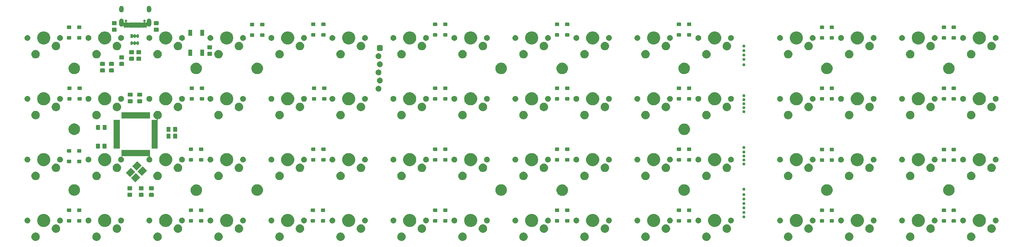
<source format=gbr>
G04 #@! TF.GenerationSoftware,KiCad,Pcbnew,(5.1.2-1)-1*
G04 #@! TF.CreationDate,2020-06-06T07:12:09-05:00*
G04 #@! TF.ProjectId,therick48.16,74686572-6963-46b3-9438-2e31362e6b69,rev?*
G04 #@! TF.SameCoordinates,Original*
G04 #@! TF.FileFunction,Soldermask,Bot*
G04 #@! TF.FilePolarity,Negative*
%FSLAX46Y46*%
G04 Gerber Fmt 4.6, Leading zero omitted, Abs format (unit mm)*
G04 Created by KiCad (PCBNEW (5.1.2-1)-1) date 2020-06-06 07:12:09*
%MOMM*%
%LPD*%
G04 APERTURE LIST*
%ADD10C,0.100000*%
G04 APERTURE END LIST*
D10*
G36*
X205197169Y-105244383D02*
G01*
X205324776Y-105269765D01*
X205465602Y-105328097D01*
X205565181Y-105369344D01*
X205565182Y-105369345D01*
X205781543Y-105513912D01*
X205965542Y-105697911D01*
X206062139Y-105842479D01*
X206110110Y-105914273D01*
X206151357Y-106013852D01*
X206209689Y-106154678D01*
X206209689Y-106154680D01*
X206260401Y-106409624D01*
X206260454Y-106409893D01*
X206260454Y-106670107D01*
X206209689Y-106925322D01*
X206151357Y-107066148D01*
X206110110Y-107165727D01*
X206110109Y-107165728D01*
X205965542Y-107382089D01*
X205781543Y-107566088D01*
X205636975Y-107662685D01*
X205565181Y-107710656D01*
X205465602Y-107751903D01*
X205324776Y-107810235D01*
X205197168Y-107835618D01*
X205069563Y-107861000D01*
X204809345Y-107861000D01*
X204681740Y-107835618D01*
X204554132Y-107810235D01*
X204413306Y-107751903D01*
X204313727Y-107710656D01*
X204241933Y-107662685D01*
X204097365Y-107566088D01*
X203913366Y-107382089D01*
X203768799Y-107165728D01*
X203768798Y-107165727D01*
X203727551Y-107066148D01*
X203669219Y-106925322D01*
X203618454Y-106670107D01*
X203618454Y-106409893D01*
X203618508Y-106409624D01*
X203669219Y-106154680D01*
X203669219Y-106154678D01*
X203727551Y-106013852D01*
X203768798Y-105914273D01*
X203816769Y-105842479D01*
X203913366Y-105697911D01*
X204097365Y-105513912D01*
X204313726Y-105369345D01*
X204313727Y-105369344D01*
X204413306Y-105328097D01*
X204554132Y-105269765D01*
X204681740Y-105244382D01*
X204809345Y-105219000D01*
X205069563Y-105219000D01*
X205197169Y-105244383D01*
X205197169Y-105244383D01*
G37*
G36*
X186197715Y-105244383D02*
G01*
X186325322Y-105269765D01*
X186466148Y-105328097D01*
X186565727Y-105369344D01*
X186565728Y-105369345D01*
X186782089Y-105513912D01*
X186966088Y-105697911D01*
X187062685Y-105842479D01*
X187110656Y-105914273D01*
X187151903Y-106013852D01*
X187210235Y-106154678D01*
X187210235Y-106154680D01*
X187260947Y-106409624D01*
X187261000Y-106409893D01*
X187261000Y-106670107D01*
X187210235Y-106925322D01*
X187151903Y-107066148D01*
X187110656Y-107165727D01*
X187110655Y-107165728D01*
X186966088Y-107382089D01*
X186782089Y-107566088D01*
X186637521Y-107662685D01*
X186565727Y-107710656D01*
X186466148Y-107751903D01*
X186325322Y-107810235D01*
X186197714Y-107835618D01*
X186070109Y-107861000D01*
X185809891Y-107861000D01*
X185682286Y-107835618D01*
X185554678Y-107810235D01*
X185413852Y-107751903D01*
X185314273Y-107710656D01*
X185242479Y-107662685D01*
X185097911Y-107566088D01*
X184913912Y-107382089D01*
X184769345Y-107165728D01*
X184769344Y-107165727D01*
X184728097Y-107066148D01*
X184669765Y-106925322D01*
X184619000Y-106670107D01*
X184619000Y-106409893D01*
X184619054Y-106409624D01*
X184669765Y-106154680D01*
X184669765Y-106154678D01*
X184728097Y-106013852D01*
X184769344Y-105914273D01*
X184817315Y-105842479D01*
X184913912Y-105697911D01*
X185097911Y-105513912D01*
X185314272Y-105369345D01*
X185314273Y-105369344D01*
X185413852Y-105328097D01*
X185554678Y-105269765D01*
X185682286Y-105244382D01*
X185809891Y-105219000D01*
X186070109Y-105219000D01*
X186197715Y-105244383D01*
X186197715Y-105244383D01*
G37*
G36*
X167197715Y-105244383D02*
G01*
X167325322Y-105269765D01*
X167466148Y-105328097D01*
X167565727Y-105369344D01*
X167565728Y-105369345D01*
X167782089Y-105513912D01*
X167966088Y-105697911D01*
X168062685Y-105842479D01*
X168110656Y-105914273D01*
X168151903Y-106013852D01*
X168210235Y-106154678D01*
X168210235Y-106154680D01*
X168260947Y-106409624D01*
X168261000Y-106409893D01*
X168261000Y-106670107D01*
X168210235Y-106925322D01*
X168151903Y-107066148D01*
X168110656Y-107165727D01*
X168110655Y-107165728D01*
X167966088Y-107382089D01*
X167782089Y-107566088D01*
X167637521Y-107662685D01*
X167565727Y-107710656D01*
X167466148Y-107751903D01*
X167325322Y-107810235D01*
X167197714Y-107835618D01*
X167070109Y-107861000D01*
X166809891Y-107861000D01*
X166682286Y-107835618D01*
X166554678Y-107810235D01*
X166413852Y-107751903D01*
X166314273Y-107710656D01*
X166242479Y-107662685D01*
X166097911Y-107566088D01*
X165913912Y-107382089D01*
X165769345Y-107165728D01*
X165769344Y-107165727D01*
X165728097Y-107066148D01*
X165669765Y-106925322D01*
X165619000Y-106670107D01*
X165619000Y-106409893D01*
X165619054Y-106409624D01*
X165669765Y-106154680D01*
X165669765Y-106154678D01*
X165728097Y-106013852D01*
X165769344Y-105914273D01*
X165817315Y-105842479D01*
X165913912Y-105697911D01*
X166097911Y-105513912D01*
X166314272Y-105369345D01*
X166314273Y-105369344D01*
X166413852Y-105328097D01*
X166554678Y-105269765D01*
X166682286Y-105244382D01*
X166809891Y-105219000D01*
X167070109Y-105219000D01*
X167197715Y-105244383D01*
X167197715Y-105244383D01*
G37*
G36*
X129197715Y-105244383D02*
G01*
X129325322Y-105269765D01*
X129466148Y-105328097D01*
X129565727Y-105369344D01*
X129565728Y-105369345D01*
X129782089Y-105513912D01*
X129966088Y-105697911D01*
X130062685Y-105842479D01*
X130110656Y-105914273D01*
X130151903Y-106013852D01*
X130210235Y-106154678D01*
X130210235Y-106154680D01*
X130260947Y-106409624D01*
X130261000Y-106409893D01*
X130261000Y-106670107D01*
X130210235Y-106925322D01*
X130151903Y-107066148D01*
X130110656Y-107165727D01*
X130110655Y-107165728D01*
X129966088Y-107382089D01*
X129782089Y-107566088D01*
X129637521Y-107662685D01*
X129565727Y-107710656D01*
X129466148Y-107751903D01*
X129325322Y-107810235D01*
X129197714Y-107835618D01*
X129070109Y-107861000D01*
X128809891Y-107861000D01*
X128682286Y-107835618D01*
X128554678Y-107810235D01*
X128413852Y-107751903D01*
X128314273Y-107710656D01*
X128242479Y-107662685D01*
X128097911Y-107566088D01*
X127913912Y-107382089D01*
X127769345Y-107165728D01*
X127769344Y-107165727D01*
X127728097Y-107066148D01*
X127669765Y-106925322D01*
X127619000Y-106670107D01*
X127619000Y-106409893D01*
X127619054Y-106409624D01*
X127669765Y-106154680D01*
X127669765Y-106154678D01*
X127728097Y-106013852D01*
X127769344Y-105914273D01*
X127817315Y-105842479D01*
X127913912Y-105697911D01*
X128097911Y-105513912D01*
X128314272Y-105369345D01*
X128314273Y-105369344D01*
X128413852Y-105328097D01*
X128554678Y-105269765D01*
X128682286Y-105244382D01*
X128809891Y-105219000D01*
X129070109Y-105219000D01*
X129197715Y-105244383D01*
X129197715Y-105244383D01*
G37*
G36*
X110197715Y-105244383D02*
G01*
X110325322Y-105269765D01*
X110466148Y-105328097D01*
X110565727Y-105369344D01*
X110565728Y-105369345D01*
X110782089Y-105513912D01*
X110966088Y-105697911D01*
X111062685Y-105842479D01*
X111110656Y-105914273D01*
X111151903Y-106013852D01*
X111210235Y-106154678D01*
X111210235Y-106154680D01*
X111260947Y-106409624D01*
X111261000Y-106409893D01*
X111261000Y-106670107D01*
X111210235Y-106925322D01*
X111151903Y-107066148D01*
X111110656Y-107165727D01*
X111110655Y-107165728D01*
X110966088Y-107382089D01*
X110782089Y-107566088D01*
X110637521Y-107662685D01*
X110565727Y-107710656D01*
X110466148Y-107751903D01*
X110325322Y-107810235D01*
X110197714Y-107835618D01*
X110070109Y-107861000D01*
X109809891Y-107861000D01*
X109682286Y-107835618D01*
X109554678Y-107810235D01*
X109413852Y-107751903D01*
X109314273Y-107710656D01*
X109242479Y-107662685D01*
X109097911Y-107566088D01*
X108913912Y-107382089D01*
X108769345Y-107165728D01*
X108769344Y-107165727D01*
X108728097Y-107066148D01*
X108669765Y-106925322D01*
X108619000Y-106670107D01*
X108619000Y-106409893D01*
X108619054Y-106409624D01*
X108669765Y-106154680D01*
X108669765Y-106154678D01*
X108728097Y-106013852D01*
X108769344Y-105914273D01*
X108817315Y-105842479D01*
X108913912Y-105697911D01*
X109097911Y-105513912D01*
X109314272Y-105369345D01*
X109314273Y-105369344D01*
X109413852Y-105328097D01*
X109554678Y-105269765D01*
X109682286Y-105244382D01*
X109809891Y-105219000D01*
X110070109Y-105219000D01*
X110197715Y-105244383D01*
X110197715Y-105244383D01*
G37*
G36*
X91197715Y-105244383D02*
G01*
X91325322Y-105269765D01*
X91466148Y-105328097D01*
X91565727Y-105369344D01*
X91565728Y-105369345D01*
X91782089Y-105513912D01*
X91966088Y-105697911D01*
X92062685Y-105842479D01*
X92110656Y-105914273D01*
X92151903Y-106013852D01*
X92210235Y-106154678D01*
X92210235Y-106154680D01*
X92260947Y-106409624D01*
X92261000Y-106409893D01*
X92261000Y-106670107D01*
X92210235Y-106925322D01*
X92151903Y-107066148D01*
X92110656Y-107165727D01*
X92110655Y-107165728D01*
X91966088Y-107382089D01*
X91782089Y-107566088D01*
X91637521Y-107662685D01*
X91565727Y-107710656D01*
X91466148Y-107751903D01*
X91325322Y-107810235D01*
X91197714Y-107835618D01*
X91070109Y-107861000D01*
X90809891Y-107861000D01*
X90682286Y-107835618D01*
X90554678Y-107810235D01*
X90413852Y-107751903D01*
X90314273Y-107710656D01*
X90242479Y-107662685D01*
X90097911Y-107566088D01*
X89913912Y-107382089D01*
X89769345Y-107165728D01*
X89769344Y-107165727D01*
X89728097Y-107066148D01*
X89669765Y-106925322D01*
X89619000Y-106670107D01*
X89619000Y-106409893D01*
X89619054Y-106409624D01*
X89669765Y-106154680D01*
X89669765Y-106154678D01*
X89728097Y-106013852D01*
X89769344Y-105914273D01*
X89817315Y-105842479D01*
X89913912Y-105697911D01*
X90097911Y-105513912D01*
X90314272Y-105369345D01*
X90314273Y-105369344D01*
X90413852Y-105328097D01*
X90554678Y-105269765D01*
X90682286Y-105244382D01*
X90809891Y-105219000D01*
X91070109Y-105219000D01*
X91197715Y-105244383D01*
X91197715Y-105244383D01*
G37*
G36*
X72197715Y-105244383D02*
G01*
X72325322Y-105269765D01*
X72466148Y-105328097D01*
X72565727Y-105369344D01*
X72565728Y-105369345D01*
X72782089Y-105513912D01*
X72966088Y-105697911D01*
X73062685Y-105842479D01*
X73110656Y-105914273D01*
X73151903Y-106013852D01*
X73210235Y-106154678D01*
X73210235Y-106154680D01*
X73260947Y-106409624D01*
X73261000Y-106409893D01*
X73261000Y-106670107D01*
X73210235Y-106925322D01*
X73151903Y-107066148D01*
X73110656Y-107165727D01*
X73110655Y-107165728D01*
X72966088Y-107382089D01*
X72782089Y-107566088D01*
X72637521Y-107662685D01*
X72565727Y-107710656D01*
X72466148Y-107751903D01*
X72325322Y-107810235D01*
X72197714Y-107835618D01*
X72070109Y-107861000D01*
X71809891Y-107861000D01*
X71682286Y-107835618D01*
X71554678Y-107810235D01*
X71413852Y-107751903D01*
X71314273Y-107710656D01*
X71242479Y-107662685D01*
X71097911Y-107566088D01*
X70913912Y-107382089D01*
X70769345Y-107165728D01*
X70769344Y-107165727D01*
X70728097Y-107066148D01*
X70669765Y-106925322D01*
X70619000Y-106670107D01*
X70619000Y-106409893D01*
X70619054Y-106409624D01*
X70669765Y-106154680D01*
X70669765Y-106154678D01*
X70728097Y-106013852D01*
X70769344Y-105914273D01*
X70817315Y-105842479D01*
X70913912Y-105697911D01*
X71097911Y-105513912D01*
X71314272Y-105369345D01*
X71314273Y-105369344D01*
X71413852Y-105328097D01*
X71554678Y-105269765D01*
X71682286Y-105244382D01*
X71809891Y-105219000D01*
X72070109Y-105219000D01*
X72197715Y-105244383D01*
X72197715Y-105244383D01*
G37*
G36*
X53197715Y-105244383D02*
G01*
X53325322Y-105269765D01*
X53466148Y-105328097D01*
X53565727Y-105369344D01*
X53565728Y-105369345D01*
X53782089Y-105513912D01*
X53966088Y-105697911D01*
X54062685Y-105842479D01*
X54110656Y-105914273D01*
X54151903Y-106013852D01*
X54210235Y-106154678D01*
X54210235Y-106154680D01*
X54260947Y-106409624D01*
X54261000Y-106409893D01*
X54261000Y-106670107D01*
X54210235Y-106925322D01*
X54151903Y-107066148D01*
X54110656Y-107165727D01*
X54110655Y-107165728D01*
X53966088Y-107382089D01*
X53782089Y-107566088D01*
X53637521Y-107662685D01*
X53565727Y-107710656D01*
X53466148Y-107751903D01*
X53325322Y-107810235D01*
X53197714Y-107835618D01*
X53070109Y-107861000D01*
X52809891Y-107861000D01*
X52682286Y-107835618D01*
X52554678Y-107810235D01*
X52413852Y-107751903D01*
X52314273Y-107710656D01*
X52242479Y-107662685D01*
X52097911Y-107566088D01*
X51913912Y-107382089D01*
X51769345Y-107165728D01*
X51769344Y-107165727D01*
X51728097Y-107066148D01*
X51669765Y-106925322D01*
X51619000Y-106670107D01*
X51619000Y-106409893D01*
X51619054Y-106409624D01*
X51669765Y-106154680D01*
X51669765Y-106154678D01*
X51728097Y-106013852D01*
X51769344Y-105914273D01*
X51817315Y-105842479D01*
X51913912Y-105697911D01*
X52097911Y-105513912D01*
X52314272Y-105369345D01*
X52314273Y-105369344D01*
X52413852Y-105328097D01*
X52554678Y-105269765D01*
X52682286Y-105244382D01*
X52809891Y-105219000D01*
X53070109Y-105219000D01*
X53197715Y-105244383D01*
X53197715Y-105244383D01*
G37*
G36*
X262197019Y-105244116D02*
G01*
X262324626Y-105269498D01*
X262448962Y-105321000D01*
X262565031Y-105369077D01*
X262565432Y-105369345D01*
X262781393Y-105513645D01*
X262965392Y-105697644D01*
X263061989Y-105842212D01*
X263109960Y-105914006D01*
X263151207Y-106013585D01*
X263209539Y-106154411D01*
X263234921Y-106282018D01*
X263260304Y-106409624D01*
X263260304Y-106669842D01*
X263234922Y-106797447D01*
X263209539Y-106925055D01*
X263209428Y-106925322D01*
X263109960Y-107165460D01*
X263109781Y-107165728D01*
X262965392Y-107381822D01*
X262781393Y-107565821D01*
X262636825Y-107662418D01*
X262565031Y-107710389D01*
X262465452Y-107751636D01*
X262324626Y-107809968D01*
X262197018Y-107835351D01*
X262069413Y-107860733D01*
X261809195Y-107860733D01*
X261681590Y-107835351D01*
X261553982Y-107809968D01*
X261413156Y-107751636D01*
X261313577Y-107710389D01*
X261241783Y-107662418D01*
X261097215Y-107565821D01*
X260913216Y-107381822D01*
X260768827Y-107165728D01*
X260768648Y-107165460D01*
X260669180Y-106925322D01*
X260669069Y-106925055D01*
X260643686Y-106797447D01*
X260618304Y-106669842D01*
X260618304Y-106409624D01*
X260643686Y-106282019D01*
X260669069Y-106154411D01*
X260727401Y-106013585D01*
X260768648Y-105914006D01*
X260816619Y-105842212D01*
X260913216Y-105697644D01*
X261097215Y-105513645D01*
X261313176Y-105369345D01*
X261313577Y-105369077D01*
X261429646Y-105321000D01*
X261553982Y-105269498D01*
X261681589Y-105244116D01*
X261809195Y-105218733D01*
X262069413Y-105218733D01*
X262197019Y-105244116D01*
X262197019Y-105244116D01*
G37*
G36*
X148197715Y-105244116D02*
G01*
X148325322Y-105269498D01*
X148449658Y-105321000D01*
X148565727Y-105369077D01*
X148566128Y-105369345D01*
X148782089Y-105513645D01*
X148966088Y-105697644D01*
X149062685Y-105842212D01*
X149110656Y-105914006D01*
X149151903Y-106013585D01*
X149210235Y-106154411D01*
X149235618Y-106282019D01*
X149261000Y-106409624D01*
X149261000Y-106669842D01*
X149235618Y-106797447D01*
X149210235Y-106925055D01*
X149210124Y-106925322D01*
X149110656Y-107165460D01*
X149110477Y-107165728D01*
X148966088Y-107381822D01*
X148782089Y-107565821D01*
X148637521Y-107662418D01*
X148565727Y-107710389D01*
X148466148Y-107751636D01*
X148325322Y-107809968D01*
X148197714Y-107835351D01*
X148070109Y-107860733D01*
X147809891Y-107860733D01*
X147682286Y-107835351D01*
X147554678Y-107809968D01*
X147413852Y-107751636D01*
X147314273Y-107710389D01*
X147242479Y-107662418D01*
X147097911Y-107565821D01*
X146913912Y-107381822D01*
X146769523Y-107165728D01*
X146769344Y-107165460D01*
X146669876Y-106925322D01*
X146669765Y-106925055D01*
X146644383Y-106797448D01*
X146619000Y-106669842D01*
X146619000Y-106409624D01*
X146644383Y-106282018D01*
X146669765Y-106154411D01*
X146728097Y-106013585D01*
X146769344Y-105914006D01*
X146817315Y-105842212D01*
X146913912Y-105697644D01*
X147097911Y-105513645D01*
X147313872Y-105369345D01*
X147314273Y-105369077D01*
X147430342Y-105321000D01*
X147554678Y-105269498D01*
X147682285Y-105244116D01*
X147809891Y-105218733D01*
X148070109Y-105218733D01*
X148197715Y-105244116D01*
X148197715Y-105244116D01*
G37*
G36*
X243197069Y-105244116D02*
G01*
X243324676Y-105269498D01*
X243449012Y-105321000D01*
X243565081Y-105369077D01*
X243565482Y-105369345D01*
X243781443Y-105513645D01*
X243965442Y-105697644D01*
X244062039Y-105842212D01*
X244110010Y-105914006D01*
X244151257Y-106013585D01*
X244209589Y-106154411D01*
X244234971Y-106282018D01*
X244260354Y-106409624D01*
X244260354Y-106669842D01*
X244234972Y-106797447D01*
X244209589Y-106925055D01*
X244209478Y-106925322D01*
X244110010Y-107165460D01*
X244109831Y-107165728D01*
X243965442Y-107381822D01*
X243781443Y-107565821D01*
X243636875Y-107662418D01*
X243565081Y-107710389D01*
X243465502Y-107751636D01*
X243324676Y-107809968D01*
X243197068Y-107835351D01*
X243069463Y-107860733D01*
X242809245Y-107860733D01*
X242681640Y-107835351D01*
X242554032Y-107809968D01*
X242413206Y-107751636D01*
X242313627Y-107710389D01*
X242241833Y-107662418D01*
X242097265Y-107565821D01*
X241913266Y-107381822D01*
X241768877Y-107165728D01*
X241768698Y-107165460D01*
X241669230Y-106925322D01*
X241669119Y-106925055D01*
X241643736Y-106797447D01*
X241618354Y-106669842D01*
X241618354Y-106409624D01*
X241643737Y-106282018D01*
X241669119Y-106154411D01*
X241727451Y-106013585D01*
X241768698Y-105914006D01*
X241816669Y-105842212D01*
X241913266Y-105697644D01*
X242097265Y-105513645D01*
X242313226Y-105369345D01*
X242313627Y-105369077D01*
X242429696Y-105321000D01*
X242554032Y-105269498D01*
X242681639Y-105244116D01*
X242809245Y-105218733D01*
X243069463Y-105218733D01*
X243197069Y-105244116D01*
X243197069Y-105244116D01*
G37*
G36*
X224197715Y-105244116D02*
G01*
X224325322Y-105269498D01*
X224449658Y-105321000D01*
X224565727Y-105369077D01*
X224566128Y-105369345D01*
X224782089Y-105513645D01*
X224966088Y-105697644D01*
X225062685Y-105842212D01*
X225110656Y-105914006D01*
X225151903Y-106013585D01*
X225210235Y-106154411D01*
X225235617Y-106282018D01*
X225261000Y-106409624D01*
X225261000Y-106669842D01*
X225235618Y-106797447D01*
X225210235Y-106925055D01*
X225210124Y-106925322D01*
X225110656Y-107165460D01*
X225110477Y-107165728D01*
X224966088Y-107381822D01*
X224782089Y-107565821D01*
X224637521Y-107662418D01*
X224565727Y-107710389D01*
X224466148Y-107751636D01*
X224325322Y-107809968D01*
X224197714Y-107835351D01*
X224070109Y-107860733D01*
X223809891Y-107860733D01*
X223682286Y-107835351D01*
X223554678Y-107809968D01*
X223413852Y-107751636D01*
X223314273Y-107710389D01*
X223242479Y-107662418D01*
X223097911Y-107565821D01*
X222913912Y-107381822D01*
X222769523Y-107165728D01*
X222769344Y-107165460D01*
X222669876Y-106925322D01*
X222669765Y-106925055D01*
X222644382Y-106797447D01*
X222619000Y-106669842D01*
X222619000Y-106409624D01*
X222644383Y-106282018D01*
X222669765Y-106154411D01*
X222728097Y-106013585D01*
X222769344Y-105914006D01*
X222817315Y-105842212D01*
X222913912Y-105697644D01*
X223097911Y-105513645D01*
X223313872Y-105369345D01*
X223314273Y-105369077D01*
X223430342Y-105321000D01*
X223554678Y-105269498D01*
X223682285Y-105244116D01*
X223809891Y-105218733D01*
X224070109Y-105218733D01*
X224197715Y-105244116D01*
X224197715Y-105244116D01*
G37*
G36*
X287656943Y-105244116D02*
G01*
X287784550Y-105269498D01*
X287908886Y-105321000D01*
X288024955Y-105369077D01*
X288025356Y-105369345D01*
X288241317Y-105513645D01*
X288425316Y-105697644D01*
X288521913Y-105842212D01*
X288569884Y-105914006D01*
X288611131Y-106013585D01*
X288669463Y-106154411D01*
X288694845Y-106282018D01*
X288720228Y-106409624D01*
X288720228Y-106669842D01*
X288694846Y-106797447D01*
X288669463Y-106925055D01*
X288669352Y-106925322D01*
X288569884Y-107165460D01*
X288569705Y-107165728D01*
X288425316Y-107381822D01*
X288241317Y-107565821D01*
X288096749Y-107662418D01*
X288024955Y-107710389D01*
X287925376Y-107751636D01*
X287784550Y-107809968D01*
X287656942Y-107835351D01*
X287529337Y-107860733D01*
X287269119Y-107860733D01*
X287141514Y-107835351D01*
X287013906Y-107809968D01*
X286873080Y-107751636D01*
X286773501Y-107710389D01*
X286701707Y-107662418D01*
X286557139Y-107565821D01*
X286373140Y-107381822D01*
X286228751Y-107165728D01*
X286228572Y-107165460D01*
X286129104Y-106925322D01*
X286128993Y-106925055D01*
X286103610Y-106797447D01*
X286078228Y-106669842D01*
X286078228Y-106409624D01*
X286103610Y-106282019D01*
X286128993Y-106154411D01*
X286187325Y-106013585D01*
X286228572Y-105914006D01*
X286276543Y-105842212D01*
X286373140Y-105697644D01*
X286557139Y-105513645D01*
X286773100Y-105369345D01*
X286773501Y-105369077D01*
X286889570Y-105321000D01*
X287013906Y-105269498D01*
X287141513Y-105244116D01*
X287269119Y-105218733D01*
X287529337Y-105218733D01*
X287656943Y-105244116D01*
X287656943Y-105244116D01*
G37*
G36*
X306656893Y-105244116D02*
G01*
X306784500Y-105269498D01*
X306908836Y-105321000D01*
X307024905Y-105369077D01*
X307025306Y-105369345D01*
X307241267Y-105513645D01*
X307425266Y-105697644D01*
X307521863Y-105842212D01*
X307569834Y-105914006D01*
X307611081Y-106013585D01*
X307669413Y-106154411D01*
X307694796Y-106282019D01*
X307720178Y-106409624D01*
X307720178Y-106669842D01*
X307694796Y-106797447D01*
X307669413Y-106925055D01*
X307669302Y-106925322D01*
X307569834Y-107165460D01*
X307569655Y-107165728D01*
X307425266Y-107381822D01*
X307241267Y-107565821D01*
X307096699Y-107662418D01*
X307024905Y-107710389D01*
X306925326Y-107751636D01*
X306784500Y-107809968D01*
X306656892Y-107835351D01*
X306529287Y-107860733D01*
X306269069Y-107860733D01*
X306141464Y-107835351D01*
X306013856Y-107809968D01*
X305873030Y-107751636D01*
X305773451Y-107710389D01*
X305701657Y-107662418D01*
X305557089Y-107565821D01*
X305373090Y-107381822D01*
X305228701Y-107165728D01*
X305228522Y-107165460D01*
X305129054Y-106925322D01*
X305128943Y-106925055D01*
X305103560Y-106797447D01*
X305078178Y-106669842D01*
X305078178Y-106409624D01*
X305103560Y-106282019D01*
X305128943Y-106154411D01*
X305187275Y-106013585D01*
X305228522Y-105914006D01*
X305276493Y-105842212D01*
X305373090Y-105697644D01*
X305557089Y-105513645D01*
X305773050Y-105369345D01*
X305773451Y-105369077D01*
X305889520Y-105321000D01*
X306013856Y-105269498D01*
X306141463Y-105244116D01*
X306269069Y-105218733D01*
X306529287Y-105218733D01*
X306656893Y-105244116D01*
X306656893Y-105244116D01*
G37*
G36*
X325656843Y-105244116D02*
G01*
X325784450Y-105269498D01*
X325908786Y-105321000D01*
X326024855Y-105369077D01*
X326025256Y-105369345D01*
X326241217Y-105513645D01*
X326425216Y-105697644D01*
X326521813Y-105842212D01*
X326569784Y-105914006D01*
X326611031Y-106013585D01*
X326669363Y-106154411D01*
X326694746Y-106282019D01*
X326720128Y-106409624D01*
X326720128Y-106669842D01*
X326694746Y-106797447D01*
X326669363Y-106925055D01*
X326669252Y-106925322D01*
X326569784Y-107165460D01*
X326569605Y-107165728D01*
X326425216Y-107381822D01*
X326241217Y-107565821D01*
X326096649Y-107662418D01*
X326024855Y-107710389D01*
X325925276Y-107751636D01*
X325784450Y-107809968D01*
X325656842Y-107835351D01*
X325529237Y-107860733D01*
X325269019Y-107860733D01*
X325141414Y-107835351D01*
X325013806Y-107809968D01*
X324872980Y-107751636D01*
X324773401Y-107710389D01*
X324701607Y-107662418D01*
X324557039Y-107565821D01*
X324373040Y-107381822D01*
X324228651Y-107165728D01*
X324228472Y-107165460D01*
X324129004Y-106925322D01*
X324128893Y-106925055D01*
X324103510Y-106797447D01*
X324078128Y-106669842D01*
X324078128Y-106409624D01*
X324103510Y-106282019D01*
X324128893Y-106154411D01*
X324187225Y-106013585D01*
X324228472Y-105914006D01*
X324276443Y-105842212D01*
X324373040Y-105697644D01*
X324557039Y-105513645D01*
X324773000Y-105369345D01*
X324773401Y-105369077D01*
X324889470Y-105321000D01*
X325013806Y-105269498D01*
X325141413Y-105244116D01*
X325269019Y-105218733D01*
X325529237Y-105218733D01*
X325656843Y-105244116D01*
X325656843Y-105244116D01*
G37*
G36*
X344656793Y-105244116D02*
G01*
X344784400Y-105269498D01*
X344908736Y-105321000D01*
X345024805Y-105369077D01*
X345025206Y-105369345D01*
X345241167Y-105513645D01*
X345425166Y-105697644D01*
X345521763Y-105842212D01*
X345569734Y-105914006D01*
X345610981Y-106013585D01*
X345669313Y-106154411D01*
X345694696Y-106282019D01*
X345720078Y-106409624D01*
X345720078Y-106669842D01*
X345694696Y-106797447D01*
X345669313Y-106925055D01*
X345669202Y-106925322D01*
X345569734Y-107165460D01*
X345569555Y-107165728D01*
X345425166Y-107381822D01*
X345241167Y-107565821D01*
X345096599Y-107662418D01*
X345024805Y-107710389D01*
X344925226Y-107751636D01*
X344784400Y-107809968D01*
X344656792Y-107835351D01*
X344529187Y-107860733D01*
X344268969Y-107860733D01*
X344141364Y-107835351D01*
X344013756Y-107809968D01*
X343872930Y-107751636D01*
X343773351Y-107710389D01*
X343701557Y-107662418D01*
X343556989Y-107565821D01*
X343372990Y-107381822D01*
X343228601Y-107165728D01*
X343228422Y-107165460D01*
X343128954Y-106925322D01*
X343128843Y-106925055D01*
X343103460Y-106797447D01*
X343078078Y-106669842D01*
X343078078Y-106409624D01*
X343103460Y-106282019D01*
X343128843Y-106154411D01*
X343187175Y-106013585D01*
X343228422Y-105914006D01*
X343276393Y-105842212D01*
X343372990Y-105697644D01*
X343556989Y-105513645D01*
X343772950Y-105369345D01*
X343773351Y-105369077D01*
X343889420Y-105321000D01*
X344013756Y-105269498D01*
X344141363Y-105244116D01*
X344268969Y-105218733D01*
X344529187Y-105218733D01*
X344656793Y-105244116D01*
X344656793Y-105244116D01*
G37*
G36*
X78547714Y-102704382D02*
G01*
X78675322Y-102729765D01*
X78816148Y-102788097D01*
X78915727Y-102829344D01*
X78915728Y-102829345D01*
X79132089Y-102973912D01*
X79316088Y-103157911D01*
X79392431Y-103272167D01*
X79460656Y-103374273D01*
X79501903Y-103473852D01*
X79560235Y-103614678D01*
X79560235Y-103614680D01*
X79610947Y-103869624D01*
X79611000Y-103869893D01*
X79611000Y-104130107D01*
X79560235Y-104385322D01*
X79501903Y-104526148D01*
X79460656Y-104625727D01*
X79460655Y-104625728D01*
X79316088Y-104842089D01*
X79132089Y-105026088D01*
X78987521Y-105122685D01*
X78915727Y-105170656D01*
X78816148Y-105211903D01*
X78675322Y-105270235D01*
X78547714Y-105295618D01*
X78420109Y-105321000D01*
X78159891Y-105321000D01*
X78032286Y-105295618D01*
X77904678Y-105270235D01*
X77763852Y-105211903D01*
X77664273Y-105170656D01*
X77592479Y-105122685D01*
X77447911Y-105026088D01*
X77263912Y-104842089D01*
X77119345Y-104625728D01*
X77119344Y-104625727D01*
X77078097Y-104526148D01*
X77019765Y-104385322D01*
X76969000Y-104130107D01*
X76969000Y-103869893D01*
X76969054Y-103869624D01*
X77019765Y-103614680D01*
X77019765Y-103614678D01*
X77078097Y-103473852D01*
X77119344Y-103374273D01*
X77187569Y-103272167D01*
X77263912Y-103157911D01*
X77447911Y-102973912D01*
X77664272Y-102829345D01*
X77664273Y-102829344D01*
X77763852Y-102788097D01*
X77904678Y-102729765D01*
X78032285Y-102704383D01*
X78159891Y-102679000D01*
X78420109Y-102679000D01*
X78547714Y-102704382D01*
X78547714Y-102704382D01*
G37*
G36*
X135547714Y-102704382D02*
G01*
X135675322Y-102729765D01*
X135816148Y-102788097D01*
X135915727Y-102829344D01*
X135915728Y-102829345D01*
X136132089Y-102973912D01*
X136316088Y-103157911D01*
X136392431Y-103272167D01*
X136460656Y-103374273D01*
X136501903Y-103473852D01*
X136560235Y-103614678D01*
X136560235Y-103614680D01*
X136610947Y-103869624D01*
X136611000Y-103869893D01*
X136611000Y-104130107D01*
X136560235Y-104385322D01*
X136501903Y-104526148D01*
X136460656Y-104625727D01*
X136460655Y-104625728D01*
X136316088Y-104842089D01*
X136132089Y-105026088D01*
X135987521Y-105122685D01*
X135915727Y-105170656D01*
X135816148Y-105211903D01*
X135675322Y-105270235D01*
X135547714Y-105295618D01*
X135420109Y-105321000D01*
X135159891Y-105321000D01*
X135032286Y-105295618D01*
X134904678Y-105270235D01*
X134763852Y-105211903D01*
X134664273Y-105170656D01*
X134592479Y-105122685D01*
X134447911Y-105026088D01*
X134263912Y-104842089D01*
X134119345Y-104625728D01*
X134119344Y-104625727D01*
X134078097Y-104526148D01*
X134019765Y-104385322D01*
X133969000Y-104130107D01*
X133969000Y-103869893D01*
X133969054Y-103869624D01*
X134019765Y-103614680D01*
X134019765Y-103614678D01*
X134078097Y-103473852D01*
X134119344Y-103374273D01*
X134187569Y-103272167D01*
X134263912Y-103157911D01*
X134447911Y-102973912D01*
X134664272Y-102829345D01*
X134664273Y-102829344D01*
X134763852Y-102788097D01*
X134904678Y-102729765D01*
X135032285Y-102704383D01*
X135159891Y-102679000D01*
X135420109Y-102679000D01*
X135547714Y-102704382D01*
X135547714Y-102704382D01*
G37*
G36*
X211547168Y-102704382D02*
G01*
X211674776Y-102729765D01*
X211815602Y-102788097D01*
X211915181Y-102829344D01*
X211915182Y-102829345D01*
X212131543Y-102973912D01*
X212315542Y-103157911D01*
X212391885Y-103272167D01*
X212460110Y-103374273D01*
X212501357Y-103473852D01*
X212559689Y-103614678D01*
X212559689Y-103614680D01*
X212610401Y-103869624D01*
X212610454Y-103869893D01*
X212610454Y-104130107D01*
X212559689Y-104385322D01*
X212501357Y-104526148D01*
X212460110Y-104625727D01*
X212460109Y-104625728D01*
X212315542Y-104842089D01*
X212131543Y-105026088D01*
X211986975Y-105122685D01*
X211915181Y-105170656D01*
X211815602Y-105211903D01*
X211674776Y-105270235D01*
X211547168Y-105295618D01*
X211419563Y-105321000D01*
X211159345Y-105321000D01*
X211031740Y-105295618D01*
X210904132Y-105270235D01*
X210763306Y-105211903D01*
X210663727Y-105170656D01*
X210591933Y-105122685D01*
X210447365Y-105026088D01*
X210263366Y-104842089D01*
X210118799Y-104625728D01*
X210118798Y-104625727D01*
X210077551Y-104526148D01*
X210019219Y-104385322D01*
X209968454Y-104130107D01*
X209968454Y-103869893D01*
X209968508Y-103869624D01*
X210019219Y-103614680D01*
X210019219Y-103614678D01*
X210077551Y-103473852D01*
X210118798Y-103374273D01*
X210187023Y-103272167D01*
X210263366Y-103157911D01*
X210447365Y-102973912D01*
X210663726Y-102829345D01*
X210663727Y-102829344D01*
X210763306Y-102788097D01*
X210904132Y-102729765D01*
X211031739Y-102704383D01*
X211159345Y-102679000D01*
X211419563Y-102679000D01*
X211547168Y-102704382D01*
X211547168Y-102704382D01*
G37*
G36*
X97547714Y-102704382D02*
G01*
X97675322Y-102729765D01*
X97816148Y-102788097D01*
X97915727Y-102829344D01*
X97915728Y-102829345D01*
X98132089Y-102973912D01*
X98316088Y-103157911D01*
X98392431Y-103272167D01*
X98460656Y-103374273D01*
X98501903Y-103473852D01*
X98560235Y-103614678D01*
X98560235Y-103614680D01*
X98610947Y-103869624D01*
X98611000Y-103869893D01*
X98611000Y-104130107D01*
X98560235Y-104385322D01*
X98501903Y-104526148D01*
X98460656Y-104625727D01*
X98460655Y-104625728D01*
X98316088Y-104842089D01*
X98132089Y-105026088D01*
X97987521Y-105122685D01*
X97915727Y-105170656D01*
X97816148Y-105211903D01*
X97675322Y-105270235D01*
X97547714Y-105295618D01*
X97420109Y-105321000D01*
X97159891Y-105321000D01*
X97032286Y-105295618D01*
X96904678Y-105270235D01*
X96763852Y-105211903D01*
X96664273Y-105170656D01*
X96592479Y-105122685D01*
X96447911Y-105026088D01*
X96263912Y-104842089D01*
X96119345Y-104625728D01*
X96119344Y-104625727D01*
X96078097Y-104526148D01*
X96019765Y-104385322D01*
X95969000Y-104130107D01*
X95969000Y-103869893D01*
X95969054Y-103869624D01*
X96019765Y-103614680D01*
X96019765Y-103614678D01*
X96078097Y-103473852D01*
X96119344Y-103374273D01*
X96187569Y-103272167D01*
X96263912Y-103157911D01*
X96447911Y-102973912D01*
X96664272Y-102829345D01*
X96664273Y-102829344D01*
X96763852Y-102788097D01*
X96904678Y-102729765D01*
X97032285Y-102704383D01*
X97159891Y-102679000D01*
X97420109Y-102679000D01*
X97547714Y-102704382D01*
X97547714Y-102704382D01*
G37*
G36*
X192547714Y-102704382D02*
G01*
X192675322Y-102729765D01*
X192816148Y-102788097D01*
X192915727Y-102829344D01*
X192915728Y-102829345D01*
X193132089Y-102973912D01*
X193316088Y-103157911D01*
X193392431Y-103272167D01*
X193460656Y-103374273D01*
X193501903Y-103473852D01*
X193560235Y-103614678D01*
X193560235Y-103614680D01*
X193610947Y-103869624D01*
X193611000Y-103869893D01*
X193611000Y-104130107D01*
X193560235Y-104385322D01*
X193501903Y-104526148D01*
X193460656Y-104625727D01*
X193460655Y-104625728D01*
X193316088Y-104842089D01*
X193132089Y-105026088D01*
X192987521Y-105122685D01*
X192915727Y-105170656D01*
X192816148Y-105211903D01*
X192675322Y-105270235D01*
X192547714Y-105295618D01*
X192420109Y-105321000D01*
X192159891Y-105321000D01*
X192032286Y-105295618D01*
X191904678Y-105270235D01*
X191763852Y-105211903D01*
X191664273Y-105170656D01*
X191592479Y-105122685D01*
X191447911Y-105026088D01*
X191263912Y-104842089D01*
X191119345Y-104625728D01*
X191119344Y-104625727D01*
X191078097Y-104526148D01*
X191019765Y-104385322D01*
X190969000Y-104130107D01*
X190969000Y-103869893D01*
X190969054Y-103869624D01*
X191019765Y-103614680D01*
X191019765Y-103614678D01*
X191078097Y-103473852D01*
X191119344Y-103374273D01*
X191187569Y-103272167D01*
X191263912Y-103157911D01*
X191447911Y-102973912D01*
X191664272Y-102829345D01*
X191664273Y-102829344D01*
X191763852Y-102788097D01*
X191904678Y-102729765D01*
X192032285Y-102704383D01*
X192159891Y-102679000D01*
X192420109Y-102679000D01*
X192547714Y-102704382D01*
X192547714Y-102704382D01*
G37*
G36*
X173547714Y-102704382D02*
G01*
X173675322Y-102729765D01*
X173816148Y-102788097D01*
X173915727Y-102829344D01*
X173915728Y-102829345D01*
X174132089Y-102973912D01*
X174316088Y-103157911D01*
X174392431Y-103272167D01*
X174460656Y-103374273D01*
X174501903Y-103473852D01*
X174560235Y-103614678D01*
X174560235Y-103614680D01*
X174610947Y-103869624D01*
X174611000Y-103869893D01*
X174611000Y-104130107D01*
X174560235Y-104385322D01*
X174501903Y-104526148D01*
X174460656Y-104625727D01*
X174460655Y-104625728D01*
X174316088Y-104842089D01*
X174132089Y-105026088D01*
X173987521Y-105122685D01*
X173915727Y-105170656D01*
X173816148Y-105211903D01*
X173675322Y-105270235D01*
X173547714Y-105295618D01*
X173420109Y-105321000D01*
X173159891Y-105321000D01*
X173032286Y-105295618D01*
X172904678Y-105270235D01*
X172763852Y-105211903D01*
X172664273Y-105170656D01*
X172592479Y-105122685D01*
X172447911Y-105026088D01*
X172263912Y-104842089D01*
X172119345Y-104625728D01*
X172119344Y-104625727D01*
X172078097Y-104526148D01*
X172019765Y-104385322D01*
X171969000Y-104130107D01*
X171969000Y-103869893D01*
X171969054Y-103869624D01*
X172019765Y-103614680D01*
X172019765Y-103614678D01*
X172078097Y-103473852D01*
X172119344Y-103374273D01*
X172187569Y-103272167D01*
X172263912Y-103157911D01*
X172447911Y-102973912D01*
X172664272Y-102829345D01*
X172664273Y-102829344D01*
X172763852Y-102788097D01*
X172904678Y-102729765D01*
X173032285Y-102704383D01*
X173159891Y-102679000D01*
X173420109Y-102679000D01*
X173547714Y-102704382D01*
X173547714Y-102704382D01*
G37*
G36*
X116547714Y-102704382D02*
G01*
X116675322Y-102729765D01*
X116816148Y-102788097D01*
X116915727Y-102829344D01*
X116915728Y-102829345D01*
X117132089Y-102973912D01*
X117316088Y-103157911D01*
X117392431Y-103272167D01*
X117460656Y-103374273D01*
X117501903Y-103473852D01*
X117560235Y-103614678D01*
X117560235Y-103614680D01*
X117610947Y-103869624D01*
X117611000Y-103869893D01*
X117611000Y-104130107D01*
X117560235Y-104385322D01*
X117501903Y-104526148D01*
X117460656Y-104625727D01*
X117460655Y-104625728D01*
X117316088Y-104842089D01*
X117132089Y-105026088D01*
X116987521Y-105122685D01*
X116915727Y-105170656D01*
X116816148Y-105211903D01*
X116675322Y-105270235D01*
X116547714Y-105295618D01*
X116420109Y-105321000D01*
X116159891Y-105321000D01*
X116032286Y-105295618D01*
X115904678Y-105270235D01*
X115763852Y-105211903D01*
X115664273Y-105170656D01*
X115592479Y-105122685D01*
X115447911Y-105026088D01*
X115263912Y-104842089D01*
X115119345Y-104625728D01*
X115119344Y-104625727D01*
X115078097Y-104526148D01*
X115019765Y-104385322D01*
X114969000Y-104130107D01*
X114969000Y-103869893D01*
X114969054Y-103869624D01*
X115019765Y-103614680D01*
X115019765Y-103614678D01*
X115078097Y-103473852D01*
X115119344Y-103374273D01*
X115187569Y-103272167D01*
X115263912Y-103157911D01*
X115447911Y-102973912D01*
X115664272Y-102829345D01*
X115664273Y-102829344D01*
X115763852Y-102788097D01*
X115904678Y-102729765D01*
X116032285Y-102704383D01*
X116159891Y-102679000D01*
X116420109Y-102679000D01*
X116547714Y-102704382D01*
X116547714Y-102704382D01*
G37*
G36*
X59547714Y-102704382D02*
G01*
X59675322Y-102729765D01*
X59816148Y-102788097D01*
X59915727Y-102829344D01*
X59915728Y-102829345D01*
X60132089Y-102973912D01*
X60316088Y-103157911D01*
X60392431Y-103272167D01*
X60460656Y-103374273D01*
X60501903Y-103473852D01*
X60560235Y-103614678D01*
X60560235Y-103614680D01*
X60610947Y-103869624D01*
X60611000Y-103869893D01*
X60611000Y-104130107D01*
X60560235Y-104385322D01*
X60501903Y-104526148D01*
X60460656Y-104625727D01*
X60460655Y-104625728D01*
X60316088Y-104842089D01*
X60132089Y-105026088D01*
X59987521Y-105122685D01*
X59915727Y-105170656D01*
X59816148Y-105211903D01*
X59675322Y-105270235D01*
X59547714Y-105295618D01*
X59420109Y-105321000D01*
X59159891Y-105321000D01*
X59032286Y-105295618D01*
X58904678Y-105270235D01*
X58763852Y-105211903D01*
X58664273Y-105170656D01*
X58592479Y-105122685D01*
X58447911Y-105026088D01*
X58263912Y-104842089D01*
X58119345Y-104625728D01*
X58119344Y-104625727D01*
X58078097Y-104526148D01*
X58019765Y-104385322D01*
X57969000Y-104130107D01*
X57969000Y-103869893D01*
X57969054Y-103869624D01*
X58019765Y-103614680D01*
X58019765Y-103614678D01*
X58078097Y-103473852D01*
X58119344Y-103374273D01*
X58187569Y-103272167D01*
X58263912Y-103157911D01*
X58447911Y-102973912D01*
X58664272Y-102829345D01*
X58664273Y-102829344D01*
X58763852Y-102788097D01*
X58904678Y-102729765D01*
X59032285Y-102704383D01*
X59159891Y-102679000D01*
X59420109Y-102679000D01*
X59547714Y-102704382D01*
X59547714Y-102704382D01*
G37*
G36*
X154547714Y-102704115D02*
G01*
X154675322Y-102729498D01*
X154757525Y-102763548D01*
X154915727Y-102829077D01*
X154916128Y-102829345D01*
X155132089Y-102973645D01*
X155316088Y-103157644D01*
X155392431Y-103271900D01*
X155460656Y-103374006D01*
X155482323Y-103426315D01*
X155560235Y-103614411D01*
X155585618Y-103742019D01*
X155611000Y-103869624D01*
X155611000Y-104129842D01*
X155585617Y-104257448D01*
X155560235Y-104385055D01*
X155560124Y-104385322D01*
X155460656Y-104625460D01*
X155460477Y-104625728D01*
X155316088Y-104841822D01*
X155132089Y-105025821D01*
X154987521Y-105122418D01*
X154915727Y-105170389D01*
X154816148Y-105211636D01*
X154675322Y-105269968D01*
X154547714Y-105295351D01*
X154420109Y-105320733D01*
X154159891Y-105320733D01*
X154032286Y-105295351D01*
X153904678Y-105269968D01*
X153763852Y-105211636D01*
X153664273Y-105170389D01*
X153592479Y-105122418D01*
X153447911Y-105025821D01*
X153263912Y-104841822D01*
X153119523Y-104625728D01*
X153119344Y-104625460D01*
X153019876Y-104385322D01*
X153019765Y-104385055D01*
X152994383Y-104257448D01*
X152969000Y-104129842D01*
X152969000Y-103869624D01*
X152994382Y-103742019D01*
X153019765Y-103614411D01*
X153097677Y-103426315D01*
X153119344Y-103374006D01*
X153187569Y-103271900D01*
X153263912Y-103157644D01*
X153447911Y-102973645D01*
X153663872Y-102829345D01*
X153664273Y-102829077D01*
X153822475Y-102763548D01*
X153904678Y-102729498D01*
X154032286Y-102704115D01*
X154159891Y-102678733D01*
X154420109Y-102678733D01*
X154547714Y-102704115D01*
X154547714Y-102704115D01*
G37*
G36*
X351006792Y-102704115D02*
G01*
X351134400Y-102729498D01*
X351216603Y-102763548D01*
X351374805Y-102829077D01*
X351375206Y-102829345D01*
X351591167Y-102973645D01*
X351775166Y-103157644D01*
X351851509Y-103271900D01*
X351919734Y-103374006D01*
X351941401Y-103426315D01*
X352019313Y-103614411D01*
X352044695Y-103742018D01*
X352070078Y-103869624D01*
X352070078Y-104129842D01*
X352044696Y-104257447D01*
X352019313Y-104385055D01*
X352019202Y-104385322D01*
X351919734Y-104625460D01*
X351919555Y-104625728D01*
X351775166Y-104841822D01*
X351591167Y-105025821D01*
X351446599Y-105122418D01*
X351374805Y-105170389D01*
X351275226Y-105211636D01*
X351134400Y-105269968D01*
X351006792Y-105295351D01*
X350879187Y-105320733D01*
X350618969Y-105320733D01*
X350491364Y-105295351D01*
X350363756Y-105269968D01*
X350222930Y-105211636D01*
X350123351Y-105170389D01*
X350051557Y-105122418D01*
X349906989Y-105025821D01*
X349722990Y-104841822D01*
X349578601Y-104625728D01*
X349578422Y-104625460D01*
X349478954Y-104385322D01*
X349478843Y-104385055D01*
X349453460Y-104257447D01*
X349428078Y-104129842D01*
X349428078Y-103869624D01*
X349453461Y-103742018D01*
X349478843Y-103614411D01*
X349556755Y-103426315D01*
X349578422Y-103374006D01*
X349646647Y-103271900D01*
X349722990Y-103157644D01*
X349906989Y-102973645D01*
X350122950Y-102829345D01*
X350123351Y-102829077D01*
X350281553Y-102763548D01*
X350363756Y-102729498D01*
X350491364Y-102704115D01*
X350618969Y-102678733D01*
X350879187Y-102678733D01*
X351006792Y-102704115D01*
X351006792Y-102704115D01*
G37*
G36*
X294006942Y-102704115D02*
G01*
X294134550Y-102729498D01*
X294216753Y-102763548D01*
X294374955Y-102829077D01*
X294375356Y-102829345D01*
X294591317Y-102973645D01*
X294775316Y-103157644D01*
X294851659Y-103271900D01*
X294919884Y-103374006D01*
X294941551Y-103426315D01*
X295019463Y-103614411D01*
X295044845Y-103742018D01*
X295070228Y-103869624D01*
X295070228Y-104129842D01*
X295044846Y-104257447D01*
X295019463Y-104385055D01*
X295019352Y-104385322D01*
X294919884Y-104625460D01*
X294919705Y-104625728D01*
X294775316Y-104841822D01*
X294591317Y-105025821D01*
X294446749Y-105122418D01*
X294374955Y-105170389D01*
X294275376Y-105211636D01*
X294134550Y-105269968D01*
X294006942Y-105295351D01*
X293879337Y-105320733D01*
X293619119Y-105320733D01*
X293491514Y-105295351D01*
X293363906Y-105269968D01*
X293223080Y-105211636D01*
X293123501Y-105170389D01*
X293051707Y-105122418D01*
X292907139Y-105025821D01*
X292723140Y-104841822D01*
X292578751Y-104625728D01*
X292578572Y-104625460D01*
X292479104Y-104385322D01*
X292478993Y-104385055D01*
X292453610Y-104257447D01*
X292428228Y-104129842D01*
X292428228Y-103869624D01*
X292453611Y-103742018D01*
X292478993Y-103614411D01*
X292556905Y-103426315D01*
X292578572Y-103374006D01*
X292646797Y-103271900D01*
X292723140Y-103157644D01*
X292907139Y-102973645D01*
X293123100Y-102829345D01*
X293123501Y-102829077D01*
X293281703Y-102763548D01*
X293363906Y-102729498D01*
X293491514Y-102704115D01*
X293619119Y-102678733D01*
X293879337Y-102678733D01*
X294006942Y-102704115D01*
X294006942Y-102704115D01*
G37*
G36*
X332006842Y-102704115D02*
G01*
X332134450Y-102729498D01*
X332216653Y-102763548D01*
X332374855Y-102829077D01*
X332375256Y-102829345D01*
X332591217Y-102973645D01*
X332775216Y-103157644D01*
X332851559Y-103271900D01*
X332919784Y-103374006D01*
X332941451Y-103426315D01*
X333019363Y-103614411D01*
X333044745Y-103742018D01*
X333070128Y-103869624D01*
X333070128Y-104129842D01*
X333044746Y-104257447D01*
X333019363Y-104385055D01*
X333019252Y-104385322D01*
X332919784Y-104625460D01*
X332919605Y-104625728D01*
X332775216Y-104841822D01*
X332591217Y-105025821D01*
X332446649Y-105122418D01*
X332374855Y-105170389D01*
X332275276Y-105211636D01*
X332134450Y-105269968D01*
X332006842Y-105295351D01*
X331879237Y-105320733D01*
X331619019Y-105320733D01*
X331491414Y-105295351D01*
X331363806Y-105269968D01*
X331222980Y-105211636D01*
X331123401Y-105170389D01*
X331051607Y-105122418D01*
X330907039Y-105025821D01*
X330723040Y-104841822D01*
X330578651Y-104625728D01*
X330578472Y-104625460D01*
X330479004Y-104385322D01*
X330478893Y-104385055D01*
X330453510Y-104257447D01*
X330428128Y-104129842D01*
X330428128Y-103869624D01*
X330453511Y-103742018D01*
X330478893Y-103614411D01*
X330556805Y-103426315D01*
X330578472Y-103374006D01*
X330646697Y-103271900D01*
X330723040Y-103157644D01*
X330907039Y-102973645D01*
X331123000Y-102829345D01*
X331123401Y-102829077D01*
X331281603Y-102763548D01*
X331363806Y-102729498D01*
X331491414Y-102704115D01*
X331619019Y-102678733D01*
X331879237Y-102678733D01*
X332006842Y-102704115D01*
X332006842Y-102704115D01*
G37*
G36*
X313006892Y-102704115D02*
G01*
X313134500Y-102729498D01*
X313216703Y-102763548D01*
X313374905Y-102829077D01*
X313375306Y-102829345D01*
X313591267Y-102973645D01*
X313775266Y-103157644D01*
X313851609Y-103271900D01*
X313919834Y-103374006D01*
X313941501Y-103426315D01*
X314019413Y-103614411D01*
X314044795Y-103742018D01*
X314070178Y-103869624D01*
X314070178Y-104129842D01*
X314044796Y-104257447D01*
X314019413Y-104385055D01*
X314019302Y-104385322D01*
X313919834Y-104625460D01*
X313919655Y-104625728D01*
X313775266Y-104841822D01*
X313591267Y-105025821D01*
X313446699Y-105122418D01*
X313374905Y-105170389D01*
X313275326Y-105211636D01*
X313134500Y-105269968D01*
X313006892Y-105295351D01*
X312879287Y-105320733D01*
X312619069Y-105320733D01*
X312491464Y-105295351D01*
X312363856Y-105269968D01*
X312223030Y-105211636D01*
X312123451Y-105170389D01*
X312051657Y-105122418D01*
X311907089Y-105025821D01*
X311723090Y-104841822D01*
X311578701Y-104625728D01*
X311578522Y-104625460D01*
X311479054Y-104385322D01*
X311478943Y-104385055D01*
X311453560Y-104257447D01*
X311428178Y-104129842D01*
X311428178Y-103869624D01*
X311453561Y-103742018D01*
X311478943Y-103614411D01*
X311556855Y-103426315D01*
X311578522Y-103374006D01*
X311646747Y-103271900D01*
X311723090Y-103157644D01*
X311907089Y-102973645D01*
X312123050Y-102829345D01*
X312123451Y-102829077D01*
X312281653Y-102763548D01*
X312363856Y-102729498D01*
X312491464Y-102704115D01*
X312619069Y-102678733D01*
X312879287Y-102678733D01*
X313006892Y-102704115D01*
X313006892Y-102704115D01*
G37*
G36*
X268547018Y-102704115D02*
G01*
X268674626Y-102729498D01*
X268756829Y-102763548D01*
X268915031Y-102829077D01*
X268915432Y-102829345D01*
X269131393Y-102973645D01*
X269315392Y-103157644D01*
X269391735Y-103271900D01*
X269459960Y-103374006D01*
X269481627Y-103426315D01*
X269559539Y-103614411D01*
X269584922Y-103742019D01*
X269610304Y-103869624D01*
X269610304Y-104129842D01*
X269584922Y-104257447D01*
X269559539Y-104385055D01*
X269559428Y-104385322D01*
X269459960Y-104625460D01*
X269459781Y-104625728D01*
X269315392Y-104841822D01*
X269131393Y-105025821D01*
X268986825Y-105122418D01*
X268915031Y-105170389D01*
X268815452Y-105211636D01*
X268674626Y-105269968D01*
X268547018Y-105295351D01*
X268419413Y-105320733D01*
X268159195Y-105320733D01*
X268031590Y-105295351D01*
X267903982Y-105269968D01*
X267763156Y-105211636D01*
X267663577Y-105170389D01*
X267591783Y-105122418D01*
X267447215Y-105025821D01*
X267263216Y-104841822D01*
X267118827Y-104625728D01*
X267118648Y-104625460D01*
X267019180Y-104385322D01*
X267019069Y-104385055D01*
X266993687Y-104257448D01*
X266968304Y-104129842D01*
X266968304Y-103869624D01*
X266993687Y-103742018D01*
X267019069Y-103614411D01*
X267096981Y-103426315D01*
X267118648Y-103374006D01*
X267186873Y-103271900D01*
X267263216Y-103157644D01*
X267447215Y-102973645D01*
X267663176Y-102829345D01*
X267663577Y-102829077D01*
X267821779Y-102763548D01*
X267903982Y-102729498D01*
X268031590Y-102704115D01*
X268159195Y-102678733D01*
X268419413Y-102678733D01*
X268547018Y-102704115D01*
X268547018Y-102704115D01*
G37*
G36*
X230547714Y-102704115D02*
G01*
X230675322Y-102729498D01*
X230757525Y-102763548D01*
X230915727Y-102829077D01*
X230916128Y-102829345D01*
X231132089Y-102973645D01*
X231316088Y-103157644D01*
X231392431Y-103271900D01*
X231460656Y-103374006D01*
X231482323Y-103426315D01*
X231560235Y-103614411D01*
X231585618Y-103742019D01*
X231611000Y-103869624D01*
X231611000Y-104129842D01*
X231585617Y-104257448D01*
X231560235Y-104385055D01*
X231560124Y-104385322D01*
X231460656Y-104625460D01*
X231460477Y-104625728D01*
X231316088Y-104841822D01*
X231132089Y-105025821D01*
X230987521Y-105122418D01*
X230915727Y-105170389D01*
X230816148Y-105211636D01*
X230675322Y-105269968D01*
X230547714Y-105295351D01*
X230420109Y-105320733D01*
X230159891Y-105320733D01*
X230032286Y-105295351D01*
X229904678Y-105269968D01*
X229763852Y-105211636D01*
X229664273Y-105170389D01*
X229592479Y-105122418D01*
X229447911Y-105025821D01*
X229263912Y-104841822D01*
X229119523Y-104625728D01*
X229119344Y-104625460D01*
X229019876Y-104385322D01*
X229019765Y-104385055D01*
X228994383Y-104257448D01*
X228969000Y-104129842D01*
X228969000Y-103869624D01*
X228994382Y-103742019D01*
X229019765Y-103614411D01*
X229097677Y-103426315D01*
X229119344Y-103374006D01*
X229187569Y-103271900D01*
X229263912Y-103157644D01*
X229447911Y-102973645D01*
X229663872Y-102829345D01*
X229664273Y-102829077D01*
X229822475Y-102763548D01*
X229904678Y-102729498D01*
X230032286Y-102704115D01*
X230159891Y-102678733D01*
X230420109Y-102678733D01*
X230547714Y-102704115D01*
X230547714Y-102704115D01*
G37*
G36*
X249547068Y-102704115D02*
G01*
X249674676Y-102729498D01*
X249756879Y-102763548D01*
X249915081Y-102829077D01*
X249915482Y-102829345D01*
X250131443Y-102973645D01*
X250315442Y-103157644D01*
X250391785Y-103271900D01*
X250460010Y-103374006D01*
X250481677Y-103426315D01*
X250559589Y-103614411D01*
X250584972Y-103742019D01*
X250610354Y-103869624D01*
X250610354Y-104129842D01*
X250584972Y-104257447D01*
X250559589Y-104385055D01*
X250559478Y-104385322D01*
X250460010Y-104625460D01*
X250459831Y-104625728D01*
X250315442Y-104841822D01*
X250131443Y-105025821D01*
X249986875Y-105122418D01*
X249915081Y-105170389D01*
X249815502Y-105211636D01*
X249674676Y-105269968D01*
X249547068Y-105295351D01*
X249419463Y-105320733D01*
X249159245Y-105320733D01*
X249031640Y-105295351D01*
X248904032Y-105269968D01*
X248763206Y-105211636D01*
X248663627Y-105170389D01*
X248591833Y-105122418D01*
X248447265Y-105025821D01*
X248263266Y-104841822D01*
X248118877Y-104625728D01*
X248118698Y-104625460D01*
X248019230Y-104385322D01*
X248019119Y-104385055D01*
X247993737Y-104257448D01*
X247968354Y-104129842D01*
X247968354Y-103869624D01*
X247993737Y-103742018D01*
X248019119Y-103614411D01*
X248097031Y-103426315D01*
X248118698Y-103374006D01*
X248186923Y-103271900D01*
X248263266Y-103157644D01*
X248447265Y-102973645D01*
X248663226Y-102829345D01*
X248663627Y-102829077D01*
X248821829Y-102763548D01*
X248904032Y-102729498D01*
X249031640Y-102704115D01*
X249159245Y-102678733D01*
X249419463Y-102678733D01*
X249547068Y-102704115D01*
X249547068Y-102704115D01*
G37*
G36*
X189076474Y-99493684D02*
G01*
X189294474Y-99583983D01*
X189448623Y-99647833D01*
X189783548Y-99871623D01*
X190068377Y-100156452D01*
X190292167Y-100491377D01*
X190344716Y-100618242D01*
X190446316Y-100863526D01*
X190524900Y-101258594D01*
X190524900Y-101661406D01*
X190446316Y-102056474D01*
X190362433Y-102258986D01*
X190292167Y-102428623D01*
X190068377Y-102763548D01*
X189783548Y-103048377D01*
X189448623Y-103272167D01*
X189294474Y-103336017D01*
X189076474Y-103426316D01*
X188681406Y-103504900D01*
X188278594Y-103504900D01*
X187883526Y-103426316D01*
X187665526Y-103336017D01*
X187511377Y-103272167D01*
X187176452Y-103048377D01*
X186891623Y-102763548D01*
X186667833Y-102428623D01*
X186597567Y-102258986D01*
X186513684Y-102056474D01*
X186435100Y-101661406D01*
X186435100Y-101258594D01*
X186513684Y-100863526D01*
X186615284Y-100618242D01*
X186667833Y-100491377D01*
X186891623Y-100156452D01*
X187176452Y-99871623D01*
X187511377Y-99647833D01*
X187665526Y-99583983D01*
X187883526Y-99493684D01*
X188278594Y-99415100D01*
X188681406Y-99415100D01*
X189076474Y-99493684D01*
X189076474Y-99493684D01*
G37*
G36*
X170076474Y-99493684D02*
G01*
X170294474Y-99583983D01*
X170448623Y-99647833D01*
X170783548Y-99871623D01*
X171068377Y-100156452D01*
X171292167Y-100491377D01*
X171344716Y-100618242D01*
X171446316Y-100863526D01*
X171524900Y-101258594D01*
X171524900Y-101661406D01*
X171446316Y-102056474D01*
X171362433Y-102258986D01*
X171292167Y-102428623D01*
X171068377Y-102763548D01*
X170783548Y-103048377D01*
X170448623Y-103272167D01*
X170294474Y-103336017D01*
X170076474Y-103426316D01*
X169681406Y-103504900D01*
X169278594Y-103504900D01*
X168883526Y-103426316D01*
X168665526Y-103336017D01*
X168511377Y-103272167D01*
X168176452Y-103048377D01*
X167891623Y-102763548D01*
X167667833Y-102428623D01*
X167597567Y-102258986D01*
X167513684Y-102056474D01*
X167435100Y-101661406D01*
X167435100Y-101258594D01*
X167513684Y-100863526D01*
X167615284Y-100618242D01*
X167667833Y-100491377D01*
X167891623Y-100156452D01*
X168176452Y-99871623D01*
X168511377Y-99647833D01*
X168665526Y-99583983D01*
X168883526Y-99493684D01*
X169278594Y-99415100D01*
X169681406Y-99415100D01*
X170076474Y-99493684D01*
X170076474Y-99493684D01*
G37*
G36*
X56076474Y-99493684D02*
G01*
X56294474Y-99583983D01*
X56448623Y-99647833D01*
X56783548Y-99871623D01*
X57068377Y-100156452D01*
X57292167Y-100491377D01*
X57344716Y-100618242D01*
X57446316Y-100863526D01*
X57524900Y-101258594D01*
X57524900Y-101661406D01*
X57446316Y-102056474D01*
X57362433Y-102258986D01*
X57292167Y-102428623D01*
X57068377Y-102763548D01*
X56783548Y-103048377D01*
X56448623Y-103272167D01*
X56294474Y-103336017D01*
X56076474Y-103426316D01*
X55681406Y-103504900D01*
X55278594Y-103504900D01*
X54883526Y-103426316D01*
X54665526Y-103336017D01*
X54511377Y-103272167D01*
X54176452Y-103048377D01*
X53891623Y-102763548D01*
X53667833Y-102428623D01*
X53597567Y-102258986D01*
X53513684Y-102056474D01*
X53435100Y-101661406D01*
X53435100Y-101258594D01*
X53513684Y-100863526D01*
X53615284Y-100618242D01*
X53667833Y-100491377D01*
X53891623Y-100156452D01*
X54176452Y-99871623D01*
X54511377Y-99647833D01*
X54665526Y-99583983D01*
X54883526Y-99493684D01*
X55278594Y-99415100D01*
X55681406Y-99415100D01*
X56076474Y-99493684D01*
X56076474Y-99493684D01*
G37*
G36*
X75076474Y-99493684D02*
G01*
X75294474Y-99583983D01*
X75448623Y-99647833D01*
X75783548Y-99871623D01*
X76068377Y-100156452D01*
X76292167Y-100491377D01*
X76344716Y-100618242D01*
X76446316Y-100863526D01*
X76524900Y-101258594D01*
X76524900Y-101661406D01*
X76446316Y-102056474D01*
X76362433Y-102258986D01*
X76292167Y-102428623D01*
X76068377Y-102763548D01*
X75783548Y-103048377D01*
X75448623Y-103272167D01*
X75294474Y-103336017D01*
X75076474Y-103426316D01*
X74681406Y-103504900D01*
X74278594Y-103504900D01*
X73883526Y-103426316D01*
X73665526Y-103336017D01*
X73511377Y-103272167D01*
X73176452Y-103048377D01*
X72891623Y-102763548D01*
X72667833Y-102428623D01*
X72597567Y-102258986D01*
X72513684Y-102056474D01*
X72435100Y-101661406D01*
X72435100Y-101258594D01*
X72513684Y-100863526D01*
X72615284Y-100618242D01*
X72667833Y-100491377D01*
X72891623Y-100156452D01*
X73176452Y-99871623D01*
X73511377Y-99647833D01*
X73665526Y-99583983D01*
X73883526Y-99493684D01*
X74278594Y-99415100D01*
X74681406Y-99415100D01*
X75076474Y-99493684D01*
X75076474Y-99493684D01*
G37*
G36*
X132076474Y-99493684D02*
G01*
X132294474Y-99583983D01*
X132448623Y-99647833D01*
X132783548Y-99871623D01*
X133068377Y-100156452D01*
X133292167Y-100491377D01*
X133344716Y-100618242D01*
X133446316Y-100863526D01*
X133524900Y-101258594D01*
X133524900Y-101661406D01*
X133446316Y-102056474D01*
X133362433Y-102258986D01*
X133292167Y-102428623D01*
X133068377Y-102763548D01*
X132783548Y-103048377D01*
X132448623Y-103272167D01*
X132294474Y-103336017D01*
X132076474Y-103426316D01*
X131681406Y-103504900D01*
X131278594Y-103504900D01*
X130883526Y-103426316D01*
X130665526Y-103336017D01*
X130511377Y-103272167D01*
X130176452Y-103048377D01*
X129891623Y-102763548D01*
X129667833Y-102428623D01*
X129597567Y-102258986D01*
X129513684Y-102056474D01*
X129435100Y-101661406D01*
X129435100Y-101258594D01*
X129513684Y-100863526D01*
X129615284Y-100618242D01*
X129667833Y-100491377D01*
X129891623Y-100156452D01*
X130176452Y-99871623D01*
X130511377Y-99647833D01*
X130665526Y-99583983D01*
X130883526Y-99493684D01*
X131278594Y-99415100D01*
X131681406Y-99415100D01*
X132076474Y-99493684D01*
X132076474Y-99493684D01*
G37*
G36*
X113076474Y-99493684D02*
G01*
X113294474Y-99583983D01*
X113448623Y-99647833D01*
X113783548Y-99871623D01*
X114068377Y-100156452D01*
X114292167Y-100491377D01*
X114344716Y-100618242D01*
X114446316Y-100863526D01*
X114524900Y-101258594D01*
X114524900Y-101661406D01*
X114446316Y-102056474D01*
X114362433Y-102258986D01*
X114292167Y-102428623D01*
X114068377Y-102763548D01*
X113783548Y-103048377D01*
X113448623Y-103272167D01*
X113294474Y-103336017D01*
X113076474Y-103426316D01*
X112681406Y-103504900D01*
X112278594Y-103504900D01*
X111883526Y-103426316D01*
X111665526Y-103336017D01*
X111511377Y-103272167D01*
X111176452Y-103048377D01*
X110891623Y-102763548D01*
X110667833Y-102428623D01*
X110597567Y-102258986D01*
X110513684Y-102056474D01*
X110435100Y-101661406D01*
X110435100Y-101258594D01*
X110513684Y-100863526D01*
X110615284Y-100618242D01*
X110667833Y-100491377D01*
X110891623Y-100156452D01*
X111176452Y-99871623D01*
X111511377Y-99647833D01*
X111665526Y-99583983D01*
X111883526Y-99493684D01*
X112278594Y-99415100D01*
X112681406Y-99415100D01*
X113076474Y-99493684D01*
X113076474Y-99493684D01*
G37*
G36*
X94076474Y-99493684D02*
G01*
X94294474Y-99583983D01*
X94448623Y-99647833D01*
X94783548Y-99871623D01*
X95068377Y-100156452D01*
X95292167Y-100491377D01*
X95344716Y-100618242D01*
X95446316Y-100863526D01*
X95524900Y-101258594D01*
X95524900Y-101661406D01*
X95446316Y-102056474D01*
X95362433Y-102258986D01*
X95292167Y-102428623D01*
X95068377Y-102763548D01*
X94783548Y-103048377D01*
X94448623Y-103272167D01*
X94294474Y-103336017D01*
X94076474Y-103426316D01*
X93681406Y-103504900D01*
X93278594Y-103504900D01*
X92883526Y-103426316D01*
X92665526Y-103336017D01*
X92511377Y-103272167D01*
X92176452Y-103048377D01*
X91891623Y-102763548D01*
X91667833Y-102428623D01*
X91597567Y-102258986D01*
X91513684Y-102056474D01*
X91435100Y-101661406D01*
X91435100Y-101258594D01*
X91513684Y-100863526D01*
X91615284Y-100618242D01*
X91667833Y-100491377D01*
X91891623Y-100156452D01*
X92176452Y-99871623D01*
X92511377Y-99647833D01*
X92665526Y-99583983D01*
X92883526Y-99493684D01*
X93278594Y-99415100D01*
X93681406Y-99415100D01*
X94076474Y-99493684D01*
X94076474Y-99493684D01*
G37*
G36*
X208075928Y-99493684D02*
G01*
X208293928Y-99583983D01*
X208448077Y-99647833D01*
X208783002Y-99871623D01*
X209067831Y-100156452D01*
X209291621Y-100491377D01*
X209344170Y-100618242D01*
X209445770Y-100863526D01*
X209524354Y-101258594D01*
X209524354Y-101661406D01*
X209445770Y-102056474D01*
X209361887Y-102258986D01*
X209291621Y-102428623D01*
X209067831Y-102763548D01*
X208783002Y-103048377D01*
X208448077Y-103272167D01*
X208293928Y-103336017D01*
X208075928Y-103426316D01*
X207680860Y-103504900D01*
X207278048Y-103504900D01*
X206882980Y-103426316D01*
X206664980Y-103336017D01*
X206510831Y-103272167D01*
X206175906Y-103048377D01*
X205891077Y-102763548D01*
X205667287Y-102428623D01*
X205597021Y-102258986D01*
X205513138Y-102056474D01*
X205434554Y-101661406D01*
X205434554Y-101258594D01*
X205513138Y-100863526D01*
X205614738Y-100618242D01*
X205667287Y-100491377D01*
X205891077Y-100156452D01*
X206175906Y-99871623D01*
X206510831Y-99647833D01*
X206664980Y-99583983D01*
X206882980Y-99493684D01*
X207278048Y-99415100D01*
X207680860Y-99415100D01*
X208075928Y-99493684D01*
X208075928Y-99493684D01*
G37*
G36*
X328535602Y-99493417D02*
G01*
X328753602Y-99583716D01*
X328907751Y-99647566D01*
X329242676Y-99871356D01*
X329527505Y-100156185D01*
X329751295Y-100491110D01*
X329803955Y-100618243D01*
X329905444Y-100863259D01*
X329984028Y-101258327D01*
X329984028Y-101661139D01*
X329905444Y-102056207D01*
X329862223Y-102160552D01*
X329751295Y-102428356D01*
X329527505Y-102763281D01*
X329242676Y-103048110D01*
X328907751Y-103271900D01*
X328753602Y-103335750D01*
X328535602Y-103426049D01*
X328140534Y-103504633D01*
X327737722Y-103504633D01*
X327342654Y-103426049D01*
X327124654Y-103335750D01*
X326970505Y-103271900D01*
X326635580Y-103048110D01*
X326350751Y-102763281D01*
X326126961Y-102428356D01*
X326016033Y-102160552D01*
X325972812Y-102056207D01*
X325894228Y-101661139D01*
X325894228Y-101258327D01*
X325972812Y-100863259D01*
X326074301Y-100618243D01*
X326126961Y-100491110D01*
X326350751Y-100156185D01*
X326635580Y-99871356D01*
X326970505Y-99647566D01*
X327124654Y-99583716D01*
X327342654Y-99493417D01*
X327737722Y-99414833D01*
X328140534Y-99414833D01*
X328535602Y-99493417D01*
X328535602Y-99493417D01*
G37*
G36*
X347535552Y-99493417D02*
G01*
X347753552Y-99583716D01*
X347907701Y-99647566D01*
X348242626Y-99871356D01*
X348527455Y-100156185D01*
X348751245Y-100491110D01*
X348803905Y-100618243D01*
X348905394Y-100863259D01*
X348983978Y-101258327D01*
X348983978Y-101661139D01*
X348905394Y-102056207D01*
X348862173Y-102160552D01*
X348751245Y-102428356D01*
X348527455Y-102763281D01*
X348242626Y-103048110D01*
X347907701Y-103271900D01*
X347753552Y-103335750D01*
X347535552Y-103426049D01*
X347140484Y-103504633D01*
X346737672Y-103504633D01*
X346342604Y-103426049D01*
X346124604Y-103335750D01*
X345970455Y-103271900D01*
X345635530Y-103048110D01*
X345350701Y-102763281D01*
X345126911Y-102428356D01*
X345015983Y-102160552D01*
X344972762Y-102056207D01*
X344894178Y-101661139D01*
X344894178Y-101258327D01*
X344972762Y-100863259D01*
X345074251Y-100618243D01*
X345126911Y-100491110D01*
X345350701Y-100156185D01*
X345635530Y-99871356D01*
X345970455Y-99647566D01*
X346124604Y-99583716D01*
X346342604Y-99493417D01*
X346737672Y-99414833D01*
X347140484Y-99414833D01*
X347535552Y-99493417D01*
X347535552Y-99493417D01*
G37*
G36*
X309535652Y-99493417D02*
G01*
X309753652Y-99583716D01*
X309907801Y-99647566D01*
X310242726Y-99871356D01*
X310527555Y-100156185D01*
X310751345Y-100491110D01*
X310804005Y-100618243D01*
X310905494Y-100863259D01*
X310984078Y-101258327D01*
X310984078Y-101661139D01*
X310905494Y-102056207D01*
X310862273Y-102160552D01*
X310751345Y-102428356D01*
X310527555Y-102763281D01*
X310242726Y-103048110D01*
X309907801Y-103271900D01*
X309753652Y-103335750D01*
X309535652Y-103426049D01*
X309140584Y-103504633D01*
X308737772Y-103504633D01*
X308342704Y-103426049D01*
X308124704Y-103335750D01*
X307970555Y-103271900D01*
X307635630Y-103048110D01*
X307350801Y-102763281D01*
X307127011Y-102428356D01*
X307016083Y-102160552D01*
X306972862Y-102056207D01*
X306894278Y-101661139D01*
X306894278Y-101258327D01*
X306972862Y-100863259D01*
X307074351Y-100618243D01*
X307127011Y-100491110D01*
X307350801Y-100156185D01*
X307635630Y-99871356D01*
X307970555Y-99647566D01*
X308124704Y-99583716D01*
X308342704Y-99493417D01*
X308737772Y-99414833D01*
X309140584Y-99414833D01*
X309535652Y-99493417D01*
X309535652Y-99493417D01*
G37*
G36*
X227076474Y-99493417D02*
G01*
X227294474Y-99583716D01*
X227448623Y-99647566D01*
X227783548Y-99871356D01*
X228068377Y-100156185D01*
X228292167Y-100491110D01*
X228344827Y-100618243D01*
X228446316Y-100863259D01*
X228524900Y-101258327D01*
X228524900Y-101661139D01*
X228446316Y-102056207D01*
X228403095Y-102160552D01*
X228292167Y-102428356D01*
X228068377Y-102763281D01*
X227783548Y-103048110D01*
X227448623Y-103271900D01*
X227294474Y-103335750D01*
X227076474Y-103426049D01*
X226681406Y-103504633D01*
X226278594Y-103504633D01*
X225883526Y-103426049D01*
X225665526Y-103335750D01*
X225511377Y-103271900D01*
X225176452Y-103048110D01*
X224891623Y-102763281D01*
X224667833Y-102428356D01*
X224556905Y-102160552D01*
X224513684Y-102056207D01*
X224435100Y-101661139D01*
X224435100Y-101258327D01*
X224513684Y-100863259D01*
X224615173Y-100618243D01*
X224667833Y-100491110D01*
X224891623Y-100156185D01*
X225176452Y-99871356D01*
X225511377Y-99647566D01*
X225665526Y-99583716D01*
X225883526Y-99493417D01*
X226278594Y-99414833D01*
X226681406Y-99414833D01*
X227076474Y-99493417D01*
X227076474Y-99493417D01*
G37*
G36*
X290535702Y-99493417D02*
G01*
X290753702Y-99583716D01*
X290907851Y-99647566D01*
X291242776Y-99871356D01*
X291527605Y-100156185D01*
X291751395Y-100491110D01*
X291804055Y-100618243D01*
X291905544Y-100863259D01*
X291984128Y-101258327D01*
X291984128Y-101661139D01*
X291905544Y-102056207D01*
X291862323Y-102160552D01*
X291751395Y-102428356D01*
X291527605Y-102763281D01*
X291242776Y-103048110D01*
X290907851Y-103271900D01*
X290753702Y-103335750D01*
X290535702Y-103426049D01*
X290140634Y-103504633D01*
X289737822Y-103504633D01*
X289342754Y-103426049D01*
X289124754Y-103335750D01*
X288970605Y-103271900D01*
X288635680Y-103048110D01*
X288350851Y-102763281D01*
X288127061Y-102428356D01*
X288016133Y-102160552D01*
X287972912Y-102056207D01*
X287894328Y-101661139D01*
X287894328Y-101258327D01*
X287972912Y-100863259D01*
X288074401Y-100618243D01*
X288127061Y-100491110D01*
X288350851Y-100156185D01*
X288635680Y-99871356D01*
X288970605Y-99647566D01*
X289124754Y-99583716D01*
X289342754Y-99493417D01*
X289737822Y-99414833D01*
X290140634Y-99414833D01*
X290535702Y-99493417D01*
X290535702Y-99493417D01*
G37*
G36*
X246075828Y-99493417D02*
G01*
X246293828Y-99583716D01*
X246447977Y-99647566D01*
X246782902Y-99871356D01*
X247067731Y-100156185D01*
X247291521Y-100491110D01*
X247344181Y-100618243D01*
X247445670Y-100863259D01*
X247524254Y-101258327D01*
X247524254Y-101661139D01*
X247445670Y-102056207D01*
X247402449Y-102160552D01*
X247291521Y-102428356D01*
X247067731Y-102763281D01*
X246782902Y-103048110D01*
X246447977Y-103271900D01*
X246293828Y-103335750D01*
X246075828Y-103426049D01*
X245680760Y-103504633D01*
X245277948Y-103504633D01*
X244882880Y-103426049D01*
X244664880Y-103335750D01*
X244510731Y-103271900D01*
X244175806Y-103048110D01*
X243890977Y-102763281D01*
X243667187Y-102428356D01*
X243556259Y-102160552D01*
X243513038Y-102056207D01*
X243434454Y-101661139D01*
X243434454Y-101258327D01*
X243513038Y-100863259D01*
X243614527Y-100618243D01*
X243667187Y-100491110D01*
X243890977Y-100156185D01*
X244175806Y-99871356D01*
X244510731Y-99647566D01*
X244664880Y-99583716D01*
X244882880Y-99493417D01*
X245277948Y-99414833D01*
X245680760Y-99414833D01*
X246075828Y-99493417D01*
X246075828Y-99493417D01*
G37*
G36*
X265075778Y-99493417D02*
G01*
X265293778Y-99583716D01*
X265447927Y-99647566D01*
X265782852Y-99871356D01*
X266067681Y-100156185D01*
X266291471Y-100491110D01*
X266344131Y-100618243D01*
X266445620Y-100863259D01*
X266524204Y-101258327D01*
X266524204Y-101661139D01*
X266445620Y-102056207D01*
X266402399Y-102160552D01*
X266291471Y-102428356D01*
X266067681Y-102763281D01*
X265782852Y-103048110D01*
X265447927Y-103271900D01*
X265293778Y-103335750D01*
X265075778Y-103426049D01*
X264680710Y-103504633D01*
X264277898Y-103504633D01*
X263882830Y-103426049D01*
X263664830Y-103335750D01*
X263510681Y-103271900D01*
X263175756Y-103048110D01*
X262890927Y-102763281D01*
X262667137Y-102428356D01*
X262556209Y-102160552D01*
X262512988Y-102056207D01*
X262434404Y-101661139D01*
X262434404Y-101258327D01*
X262512988Y-100863259D01*
X262614477Y-100618243D01*
X262667137Y-100491110D01*
X262890927Y-100156185D01*
X263175756Y-99871356D01*
X263510681Y-99647566D01*
X263664830Y-99583716D01*
X263882830Y-99493417D01*
X264277898Y-99414833D01*
X264680710Y-99414833D01*
X265075778Y-99493417D01*
X265075778Y-99493417D01*
G37*
G36*
X151076474Y-99493417D02*
G01*
X151294474Y-99583716D01*
X151448623Y-99647566D01*
X151783548Y-99871356D01*
X152068377Y-100156185D01*
X152292167Y-100491110D01*
X152344827Y-100618243D01*
X152446316Y-100863259D01*
X152524900Y-101258327D01*
X152524900Y-101661139D01*
X152446316Y-102056207D01*
X152403095Y-102160552D01*
X152292167Y-102428356D01*
X152068377Y-102763281D01*
X151783548Y-103048110D01*
X151448623Y-103271900D01*
X151294474Y-103335750D01*
X151076474Y-103426049D01*
X150681406Y-103504633D01*
X150278594Y-103504633D01*
X149883526Y-103426049D01*
X149665526Y-103335750D01*
X149511377Y-103271900D01*
X149176452Y-103048110D01*
X148891623Y-102763281D01*
X148667833Y-102428356D01*
X148556905Y-102160552D01*
X148513684Y-102056207D01*
X148435100Y-101661139D01*
X148435100Y-101258327D01*
X148513684Y-100863259D01*
X148615173Y-100618243D01*
X148667833Y-100491110D01*
X148891623Y-100156185D01*
X149176452Y-99871356D01*
X149511377Y-99647566D01*
X149665526Y-99583716D01*
X149883526Y-99493417D01*
X150278594Y-99414833D01*
X150681406Y-99414833D01*
X151076474Y-99493417D01*
X151076474Y-99493417D01*
G37*
G36*
X136735952Y-100575429D02*
G01*
X136823075Y-100592759D01*
X136932498Y-100638084D01*
X136987211Y-100660747D01*
X137091481Y-100730418D01*
X137134928Y-100759448D01*
X137260552Y-100885072D01*
X137260554Y-100885075D01*
X137359253Y-101032789D01*
X137368359Y-101054774D01*
X137427241Y-101196925D01*
X137439507Y-101258594D01*
X137461847Y-101370902D01*
X137461900Y-101371171D01*
X137461900Y-101548829D01*
X137427241Y-101723075D01*
X137384245Y-101826875D01*
X137359253Y-101887211D01*
X137303495Y-101970659D01*
X137260552Y-102034928D01*
X137134928Y-102160552D01*
X137134925Y-102160554D01*
X136987211Y-102259253D01*
X136932498Y-102281916D01*
X136823075Y-102327241D01*
X136735952Y-102344571D01*
X136648831Y-102361900D01*
X136471169Y-102361900D01*
X136384048Y-102344571D01*
X136296925Y-102327241D01*
X136187502Y-102281916D01*
X136132789Y-102259253D01*
X135985075Y-102160554D01*
X135985072Y-102160552D01*
X135859448Y-102034928D01*
X135816505Y-101970659D01*
X135760747Y-101887211D01*
X135735755Y-101826875D01*
X135692759Y-101723075D01*
X135658100Y-101548829D01*
X135658100Y-101371171D01*
X135658154Y-101370902D01*
X135680493Y-101258594D01*
X135692759Y-101196925D01*
X135751641Y-101054774D01*
X135760747Y-101032789D01*
X135859446Y-100885075D01*
X135859448Y-100885072D01*
X135985072Y-100759448D01*
X136028519Y-100730418D01*
X136132789Y-100660747D01*
X136187502Y-100638084D01*
X136296925Y-100592759D01*
X136384048Y-100575429D01*
X136471169Y-100558100D01*
X136648831Y-100558100D01*
X136735952Y-100575429D01*
X136735952Y-100575429D01*
G37*
G36*
X126575952Y-100575429D02*
G01*
X126663075Y-100592759D01*
X126772498Y-100638084D01*
X126827211Y-100660747D01*
X126931481Y-100730418D01*
X126974928Y-100759448D01*
X127100552Y-100885072D01*
X127100554Y-100885075D01*
X127199253Y-101032789D01*
X127208359Y-101054774D01*
X127267241Y-101196925D01*
X127279507Y-101258594D01*
X127301847Y-101370902D01*
X127301900Y-101371171D01*
X127301900Y-101548829D01*
X127267241Y-101723075D01*
X127224245Y-101826875D01*
X127199253Y-101887211D01*
X127143495Y-101970659D01*
X127100552Y-102034928D01*
X126974928Y-102160552D01*
X126974925Y-102160554D01*
X126827211Y-102259253D01*
X126772498Y-102281916D01*
X126663075Y-102327241D01*
X126575952Y-102344571D01*
X126488831Y-102361900D01*
X126311169Y-102361900D01*
X126224048Y-102344571D01*
X126136925Y-102327241D01*
X126027502Y-102281916D01*
X125972789Y-102259253D01*
X125825075Y-102160554D01*
X125825072Y-102160552D01*
X125699448Y-102034928D01*
X125656505Y-101970659D01*
X125600747Y-101887211D01*
X125575755Y-101826875D01*
X125532759Y-101723075D01*
X125498100Y-101548829D01*
X125498100Y-101371171D01*
X125498154Y-101370902D01*
X125520493Y-101258594D01*
X125532759Y-101196925D01*
X125591641Y-101054774D01*
X125600747Y-101032789D01*
X125699446Y-100885075D01*
X125699448Y-100885072D01*
X125825072Y-100759448D01*
X125868519Y-100730418D01*
X125972789Y-100660747D01*
X126027502Y-100638084D01*
X126136925Y-100592759D01*
X126224048Y-100575429D01*
X126311169Y-100558100D01*
X126488831Y-100558100D01*
X126575952Y-100575429D01*
X126575952Y-100575429D01*
G37*
G36*
X202575406Y-100575429D02*
G01*
X202662529Y-100592759D01*
X202771952Y-100638084D01*
X202826665Y-100660747D01*
X202930935Y-100730418D01*
X202974382Y-100759448D01*
X203100006Y-100885072D01*
X203100008Y-100885075D01*
X203198707Y-101032789D01*
X203207813Y-101054774D01*
X203266695Y-101196925D01*
X203278961Y-101258594D01*
X203301301Y-101370902D01*
X203301354Y-101371171D01*
X203301354Y-101548829D01*
X203266695Y-101723075D01*
X203223699Y-101826875D01*
X203198707Y-101887211D01*
X203142949Y-101970659D01*
X203100006Y-102034928D01*
X202974382Y-102160552D01*
X202974379Y-102160554D01*
X202826665Y-102259253D01*
X202771952Y-102281916D01*
X202662529Y-102327241D01*
X202575406Y-102344571D01*
X202488285Y-102361900D01*
X202310623Y-102361900D01*
X202223502Y-102344571D01*
X202136379Y-102327241D01*
X202026956Y-102281916D01*
X201972243Y-102259253D01*
X201824529Y-102160554D01*
X201824526Y-102160552D01*
X201698902Y-102034928D01*
X201655959Y-101970659D01*
X201600201Y-101887211D01*
X201575209Y-101826875D01*
X201532213Y-101723075D01*
X201497554Y-101548829D01*
X201497554Y-101371171D01*
X201497608Y-101370902D01*
X201519947Y-101258594D01*
X201532213Y-101196925D01*
X201591095Y-101054774D01*
X201600201Y-101032789D01*
X201698900Y-100885075D01*
X201698902Y-100885072D01*
X201824526Y-100759448D01*
X201867973Y-100730418D01*
X201972243Y-100660747D01*
X202026956Y-100638084D01*
X202136379Y-100592759D01*
X202223502Y-100575429D01*
X202310623Y-100558100D01*
X202488285Y-100558100D01*
X202575406Y-100575429D01*
X202575406Y-100575429D01*
G37*
G36*
X212735406Y-100575429D02*
G01*
X212822529Y-100592759D01*
X212931952Y-100638084D01*
X212986665Y-100660747D01*
X213090935Y-100730418D01*
X213134382Y-100759448D01*
X213260006Y-100885072D01*
X213260008Y-100885075D01*
X213358707Y-101032789D01*
X213367813Y-101054774D01*
X213426695Y-101196925D01*
X213438961Y-101258594D01*
X213461301Y-101370902D01*
X213461354Y-101371171D01*
X213461354Y-101548829D01*
X213426695Y-101723075D01*
X213383699Y-101826875D01*
X213358707Y-101887211D01*
X213302949Y-101970659D01*
X213260006Y-102034928D01*
X213134382Y-102160552D01*
X213134379Y-102160554D01*
X212986665Y-102259253D01*
X212931952Y-102281916D01*
X212822529Y-102327241D01*
X212735406Y-102344571D01*
X212648285Y-102361900D01*
X212470623Y-102361900D01*
X212383502Y-102344571D01*
X212296379Y-102327241D01*
X212186956Y-102281916D01*
X212132243Y-102259253D01*
X211984529Y-102160554D01*
X211984526Y-102160552D01*
X211858902Y-102034928D01*
X211815959Y-101970659D01*
X211760201Y-101887211D01*
X211735209Y-101826875D01*
X211692213Y-101723075D01*
X211657554Y-101548829D01*
X211657554Y-101371171D01*
X211657608Y-101370902D01*
X211679947Y-101258594D01*
X211692213Y-101196925D01*
X211751095Y-101054774D01*
X211760201Y-101032789D01*
X211858900Y-100885075D01*
X211858902Y-100885072D01*
X211984526Y-100759448D01*
X212027973Y-100730418D01*
X212132243Y-100660747D01*
X212186956Y-100638084D01*
X212296379Y-100592759D01*
X212383502Y-100575429D01*
X212470623Y-100558100D01*
X212648285Y-100558100D01*
X212735406Y-100575429D01*
X212735406Y-100575429D01*
G37*
G36*
X193735952Y-100575429D02*
G01*
X193823075Y-100592759D01*
X193932498Y-100638084D01*
X193987211Y-100660747D01*
X194091481Y-100730418D01*
X194134928Y-100759448D01*
X194260552Y-100885072D01*
X194260554Y-100885075D01*
X194359253Y-101032789D01*
X194368359Y-101054774D01*
X194427241Y-101196925D01*
X194439507Y-101258594D01*
X194461847Y-101370902D01*
X194461900Y-101371171D01*
X194461900Y-101548829D01*
X194427241Y-101723075D01*
X194384245Y-101826875D01*
X194359253Y-101887211D01*
X194303495Y-101970659D01*
X194260552Y-102034928D01*
X194134928Y-102160552D01*
X194134925Y-102160554D01*
X193987211Y-102259253D01*
X193932498Y-102281916D01*
X193823075Y-102327241D01*
X193735952Y-102344571D01*
X193648831Y-102361900D01*
X193471169Y-102361900D01*
X193384048Y-102344571D01*
X193296925Y-102327241D01*
X193187502Y-102281916D01*
X193132789Y-102259253D01*
X192985075Y-102160554D01*
X192985072Y-102160552D01*
X192859448Y-102034928D01*
X192816505Y-101970659D01*
X192760747Y-101887211D01*
X192735755Y-101826875D01*
X192692759Y-101723075D01*
X192658100Y-101548829D01*
X192658100Y-101371171D01*
X192658154Y-101370902D01*
X192680493Y-101258594D01*
X192692759Y-101196925D01*
X192751641Y-101054774D01*
X192760747Y-101032789D01*
X192859446Y-100885075D01*
X192859448Y-100885072D01*
X192985072Y-100759448D01*
X193028519Y-100730418D01*
X193132789Y-100660747D01*
X193187502Y-100638084D01*
X193296925Y-100592759D01*
X193384048Y-100575429D01*
X193471169Y-100558100D01*
X193648831Y-100558100D01*
X193735952Y-100575429D01*
X193735952Y-100575429D01*
G37*
G36*
X183575952Y-100575429D02*
G01*
X183663075Y-100592759D01*
X183772498Y-100638084D01*
X183827211Y-100660747D01*
X183931481Y-100730418D01*
X183974928Y-100759448D01*
X184100552Y-100885072D01*
X184100554Y-100885075D01*
X184199253Y-101032789D01*
X184208359Y-101054774D01*
X184267241Y-101196925D01*
X184279507Y-101258594D01*
X184301847Y-101370902D01*
X184301900Y-101371171D01*
X184301900Y-101548829D01*
X184267241Y-101723075D01*
X184224245Y-101826875D01*
X184199253Y-101887211D01*
X184143495Y-101970659D01*
X184100552Y-102034928D01*
X183974928Y-102160552D01*
X183974925Y-102160554D01*
X183827211Y-102259253D01*
X183772498Y-102281916D01*
X183663075Y-102327241D01*
X183575952Y-102344571D01*
X183488831Y-102361900D01*
X183311169Y-102361900D01*
X183224048Y-102344571D01*
X183136925Y-102327241D01*
X183027502Y-102281916D01*
X182972789Y-102259253D01*
X182825075Y-102160554D01*
X182825072Y-102160552D01*
X182699448Y-102034928D01*
X182656505Y-101970659D01*
X182600747Y-101887211D01*
X182575755Y-101826875D01*
X182532759Y-101723075D01*
X182498100Y-101548829D01*
X182498100Y-101371171D01*
X182498154Y-101370902D01*
X182520493Y-101258594D01*
X182532759Y-101196925D01*
X182591641Y-101054774D01*
X182600747Y-101032789D01*
X182699446Y-100885075D01*
X182699448Y-100885072D01*
X182825072Y-100759448D01*
X182868519Y-100730418D01*
X182972789Y-100660747D01*
X183027502Y-100638084D01*
X183136925Y-100592759D01*
X183224048Y-100575429D01*
X183311169Y-100558100D01*
X183488831Y-100558100D01*
X183575952Y-100575429D01*
X183575952Y-100575429D01*
G37*
G36*
X174735952Y-100575429D02*
G01*
X174823075Y-100592759D01*
X174932498Y-100638084D01*
X174987211Y-100660747D01*
X175091481Y-100730418D01*
X175134928Y-100759448D01*
X175260552Y-100885072D01*
X175260554Y-100885075D01*
X175359253Y-101032789D01*
X175368359Y-101054774D01*
X175427241Y-101196925D01*
X175439507Y-101258594D01*
X175461847Y-101370902D01*
X175461900Y-101371171D01*
X175461900Y-101548829D01*
X175427241Y-101723075D01*
X175384245Y-101826875D01*
X175359253Y-101887211D01*
X175303495Y-101970659D01*
X175260552Y-102034928D01*
X175134928Y-102160552D01*
X175134925Y-102160554D01*
X174987211Y-102259253D01*
X174932498Y-102281916D01*
X174823075Y-102327241D01*
X174735952Y-102344571D01*
X174648831Y-102361900D01*
X174471169Y-102361900D01*
X174384048Y-102344571D01*
X174296925Y-102327241D01*
X174187502Y-102281916D01*
X174132789Y-102259253D01*
X173985075Y-102160554D01*
X173985072Y-102160552D01*
X173859448Y-102034928D01*
X173816505Y-101970659D01*
X173760747Y-101887211D01*
X173735755Y-101826875D01*
X173692759Y-101723075D01*
X173658100Y-101548829D01*
X173658100Y-101371171D01*
X173658154Y-101370902D01*
X173680493Y-101258594D01*
X173692759Y-101196925D01*
X173751641Y-101054774D01*
X173760747Y-101032789D01*
X173859446Y-100885075D01*
X173859448Y-100885072D01*
X173985072Y-100759448D01*
X174028519Y-100730418D01*
X174132789Y-100660747D01*
X174187502Y-100638084D01*
X174296925Y-100592759D01*
X174384048Y-100575429D01*
X174471169Y-100558100D01*
X174648831Y-100558100D01*
X174735952Y-100575429D01*
X174735952Y-100575429D01*
G37*
G36*
X164575952Y-100575429D02*
G01*
X164663075Y-100592759D01*
X164772498Y-100638084D01*
X164827211Y-100660747D01*
X164931481Y-100730418D01*
X164974928Y-100759448D01*
X165100552Y-100885072D01*
X165100554Y-100885075D01*
X165199253Y-101032789D01*
X165208359Y-101054774D01*
X165267241Y-101196925D01*
X165279507Y-101258594D01*
X165301847Y-101370902D01*
X165301900Y-101371171D01*
X165301900Y-101548829D01*
X165267241Y-101723075D01*
X165224245Y-101826875D01*
X165199253Y-101887211D01*
X165143495Y-101970659D01*
X165100552Y-102034928D01*
X164974928Y-102160552D01*
X164974925Y-102160554D01*
X164827211Y-102259253D01*
X164772498Y-102281916D01*
X164663075Y-102327241D01*
X164575952Y-102344571D01*
X164488831Y-102361900D01*
X164311169Y-102361900D01*
X164224048Y-102344571D01*
X164136925Y-102327241D01*
X164027502Y-102281916D01*
X163972789Y-102259253D01*
X163825075Y-102160554D01*
X163825072Y-102160552D01*
X163699448Y-102034928D01*
X163656505Y-101970659D01*
X163600747Y-101887211D01*
X163575755Y-101826875D01*
X163532759Y-101723075D01*
X163498100Y-101548829D01*
X163498100Y-101371171D01*
X163498154Y-101370902D01*
X163520493Y-101258594D01*
X163532759Y-101196925D01*
X163591641Y-101054774D01*
X163600747Y-101032789D01*
X163699446Y-100885075D01*
X163699448Y-100885072D01*
X163825072Y-100759448D01*
X163868519Y-100730418D01*
X163972789Y-100660747D01*
X164027502Y-100638084D01*
X164136925Y-100592759D01*
X164224048Y-100575429D01*
X164311169Y-100558100D01*
X164488831Y-100558100D01*
X164575952Y-100575429D01*
X164575952Y-100575429D01*
G37*
G36*
X117735952Y-100575429D02*
G01*
X117823075Y-100592759D01*
X117932498Y-100638084D01*
X117987211Y-100660747D01*
X118091481Y-100730418D01*
X118134928Y-100759448D01*
X118260552Y-100885072D01*
X118260554Y-100885075D01*
X118359253Y-101032789D01*
X118368359Y-101054774D01*
X118427241Y-101196925D01*
X118439507Y-101258594D01*
X118461847Y-101370902D01*
X118461900Y-101371171D01*
X118461900Y-101548829D01*
X118427241Y-101723075D01*
X118384245Y-101826875D01*
X118359253Y-101887211D01*
X118303495Y-101970659D01*
X118260552Y-102034928D01*
X118134928Y-102160552D01*
X118134925Y-102160554D01*
X117987211Y-102259253D01*
X117932498Y-102281916D01*
X117823075Y-102327241D01*
X117735952Y-102344571D01*
X117648831Y-102361900D01*
X117471169Y-102361900D01*
X117384048Y-102344571D01*
X117296925Y-102327241D01*
X117187502Y-102281916D01*
X117132789Y-102259253D01*
X116985075Y-102160554D01*
X116985072Y-102160552D01*
X116859448Y-102034928D01*
X116816505Y-101970659D01*
X116760747Y-101887211D01*
X116735755Y-101826875D01*
X116692759Y-101723075D01*
X116658100Y-101548829D01*
X116658100Y-101371171D01*
X116658154Y-101370902D01*
X116680493Y-101258594D01*
X116692759Y-101196925D01*
X116751641Y-101054774D01*
X116760747Y-101032789D01*
X116859446Y-100885075D01*
X116859448Y-100885072D01*
X116985072Y-100759448D01*
X117028519Y-100730418D01*
X117132789Y-100660747D01*
X117187502Y-100638084D01*
X117296925Y-100592759D01*
X117384048Y-100575429D01*
X117471169Y-100558100D01*
X117648831Y-100558100D01*
X117735952Y-100575429D01*
X117735952Y-100575429D01*
G37*
G36*
X107575952Y-100575429D02*
G01*
X107663075Y-100592759D01*
X107772498Y-100638084D01*
X107827211Y-100660747D01*
X107931481Y-100730418D01*
X107974928Y-100759448D01*
X108100552Y-100885072D01*
X108100554Y-100885075D01*
X108199253Y-101032789D01*
X108208359Y-101054774D01*
X108267241Y-101196925D01*
X108279507Y-101258594D01*
X108301847Y-101370902D01*
X108301900Y-101371171D01*
X108301900Y-101548829D01*
X108267241Y-101723075D01*
X108224245Y-101826875D01*
X108199253Y-101887211D01*
X108143495Y-101970659D01*
X108100552Y-102034928D01*
X107974928Y-102160552D01*
X107974925Y-102160554D01*
X107827211Y-102259253D01*
X107772498Y-102281916D01*
X107663075Y-102327241D01*
X107575952Y-102344571D01*
X107488831Y-102361900D01*
X107311169Y-102361900D01*
X107224048Y-102344571D01*
X107136925Y-102327241D01*
X107027502Y-102281916D01*
X106972789Y-102259253D01*
X106825075Y-102160554D01*
X106825072Y-102160552D01*
X106699448Y-102034928D01*
X106656505Y-101970659D01*
X106600747Y-101887211D01*
X106575755Y-101826875D01*
X106532759Y-101723075D01*
X106498100Y-101548829D01*
X106498100Y-101371171D01*
X106498154Y-101370902D01*
X106520493Y-101258594D01*
X106532759Y-101196925D01*
X106591641Y-101054774D01*
X106600747Y-101032789D01*
X106699446Y-100885075D01*
X106699448Y-100885072D01*
X106825072Y-100759448D01*
X106868519Y-100730418D01*
X106972789Y-100660747D01*
X107027502Y-100638084D01*
X107136925Y-100592759D01*
X107224048Y-100575429D01*
X107311169Y-100558100D01*
X107488831Y-100558100D01*
X107575952Y-100575429D01*
X107575952Y-100575429D01*
G37*
G36*
X98735952Y-100575429D02*
G01*
X98823075Y-100592759D01*
X98932498Y-100638084D01*
X98987211Y-100660747D01*
X99091481Y-100730418D01*
X99134928Y-100759448D01*
X99260552Y-100885072D01*
X99260554Y-100885075D01*
X99359253Y-101032789D01*
X99368359Y-101054774D01*
X99427241Y-101196925D01*
X99439507Y-101258594D01*
X99461847Y-101370902D01*
X99461900Y-101371171D01*
X99461900Y-101548829D01*
X99427241Y-101723075D01*
X99384245Y-101826875D01*
X99359253Y-101887211D01*
X99303495Y-101970659D01*
X99260552Y-102034928D01*
X99134928Y-102160552D01*
X99134925Y-102160554D01*
X98987211Y-102259253D01*
X98932498Y-102281916D01*
X98823075Y-102327241D01*
X98735952Y-102344571D01*
X98648831Y-102361900D01*
X98471169Y-102361900D01*
X98384048Y-102344571D01*
X98296925Y-102327241D01*
X98187502Y-102281916D01*
X98132789Y-102259253D01*
X97985075Y-102160554D01*
X97985072Y-102160552D01*
X97859448Y-102034928D01*
X97816505Y-101970659D01*
X97760747Y-101887211D01*
X97735755Y-101826875D01*
X97692759Y-101723075D01*
X97658100Y-101548829D01*
X97658100Y-101371171D01*
X97658154Y-101370902D01*
X97680493Y-101258594D01*
X97692759Y-101196925D01*
X97751641Y-101054774D01*
X97760747Y-101032789D01*
X97859446Y-100885075D01*
X97859448Y-100885072D01*
X97985072Y-100759448D01*
X98028519Y-100730418D01*
X98132789Y-100660747D01*
X98187502Y-100638084D01*
X98296925Y-100592759D01*
X98384048Y-100575429D01*
X98471169Y-100558100D01*
X98648831Y-100558100D01*
X98735952Y-100575429D01*
X98735952Y-100575429D01*
G37*
G36*
X88575952Y-100575429D02*
G01*
X88663075Y-100592759D01*
X88772498Y-100638084D01*
X88827211Y-100660747D01*
X88931481Y-100730418D01*
X88974928Y-100759448D01*
X89100552Y-100885072D01*
X89100554Y-100885075D01*
X89199253Y-101032789D01*
X89208359Y-101054774D01*
X89267241Y-101196925D01*
X89279507Y-101258594D01*
X89301847Y-101370902D01*
X89301900Y-101371171D01*
X89301900Y-101548829D01*
X89267241Y-101723075D01*
X89224245Y-101826875D01*
X89199253Y-101887211D01*
X89143495Y-101970659D01*
X89100552Y-102034928D01*
X88974928Y-102160552D01*
X88974925Y-102160554D01*
X88827211Y-102259253D01*
X88772498Y-102281916D01*
X88663075Y-102327241D01*
X88575952Y-102344571D01*
X88488831Y-102361900D01*
X88311169Y-102361900D01*
X88224048Y-102344571D01*
X88136925Y-102327241D01*
X88027502Y-102281916D01*
X87972789Y-102259253D01*
X87825075Y-102160554D01*
X87825072Y-102160552D01*
X87699448Y-102034928D01*
X87656505Y-101970659D01*
X87600747Y-101887211D01*
X87575755Y-101826875D01*
X87532759Y-101723075D01*
X87498100Y-101548829D01*
X87498100Y-101371171D01*
X87498154Y-101370902D01*
X87520493Y-101258594D01*
X87532759Y-101196925D01*
X87591641Y-101054774D01*
X87600747Y-101032789D01*
X87699446Y-100885075D01*
X87699448Y-100885072D01*
X87825072Y-100759448D01*
X87868519Y-100730418D01*
X87972789Y-100660747D01*
X88027502Y-100638084D01*
X88136925Y-100592759D01*
X88224048Y-100575429D01*
X88311169Y-100558100D01*
X88488831Y-100558100D01*
X88575952Y-100575429D01*
X88575952Y-100575429D01*
G37*
G36*
X50575952Y-100575429D02*
G01*
X50663075Y-100592759D01*
X50772498Y-100638084D01*
X50827211Y-100660747D01*
X50931481Y-100730418D01*
X50974928Y-100759448D01*
X51100552Y-100885072D01*
X51100554Y-100885075D01*
X51199253Y-101032789D01*
X51208359Y-101054774D01*
X51267241Y-101196925D01*
X51279507Y-101258594D01*
X51301847Y-101370902D01*
X51301900Y-101371171D01*
X51301900Y-101548829D01*
X51267241Y-101723075D01*
X51224245Y-101826875D01*
X51199253Y-101887211D01*
X51143495Y-101970659D01*
X51100552Y-102034928D01*
X50974928Y-102160552D01*
X50974925Y-102160554D01*
X50827211Y-102259253D01*
X50772498Y-102281916D01*
X50663075Y-102327241D01*
X50575952Y-102344571D01*
X50488831Y-102361900D01*
X50311169Y-102361900D01*
X50224048Y-102344571D01*
X50136925Y-102327241D01*
X50027502Y-102281916D01*
X49972789Y-102259253D01*
X49825075Y-102160554D01*
X49825072Y-102160552D01*
X49699448Y-102034928D01*
X49656505Y-101970659D01*
X49600747Y-101887211D01*
X49575755Y-101826875D01*
X49532759Y-101723075D01*
X49498100Y-101548829D01*
X49498100Y-101371171D01*
X49498154Y-101370902D01*
X49520493Y-101258594D01*
X49532759Y-101196925D01*
X49591641Y-101054774D01*
X49600747Y-101032789D01*
X49699446Y-100885075D01*
X49699448Y-100885072D01*
X49825072Y-100759448D01*
X49868519Y-100730418D01*
X49972789Y-100660747D01*
X50027502Y-100638084D01*
X50136925Y-100592759D01*
X50224048Y-100575429D01*
X50311169Y-100558100D01*
X50488831Y-100558100D01*
X50575952Y-100575429D01*
X50575952Y-100575429D01*
G37*
G36*
X79735952Y-100575429D02*
G01*
X79823075Y-100592759D01*
X79932498Y-100638084D01*
X79987211Y-100660747D01*
X80091481Y-100730418D01*
X80134928Y-100759448D01*
X80260552Y-100885072D01*
X80260554Y-100885075D01*
X80359253Y-101032789D01*
X80368359Y-101054774D01*
X80427241Y-101196925D01*
X80439507Y-101258594D01*
X80461847Y-101370902D01*
X80461900Y-101371171D01*
X80461900Y-101548829D01*
X80427241Y-101723075D01*
X80384245Y-101826875D01*
X80359253Y-101887211D01*
X80303495Y-101970659D01*
X80260552Y-102034928D01*
X80134928Y-102160552D01*
X80134925Y-102160554D01*
X79987211Y-102259253D01*
X79932498Y-102281916D01*
X79823075Y-102327241D01*
X79735952Y-102344571D01*
X79648831Y-102361900D01*
X79471169Y-102361900D01*
X79384048Y-102344571D01*
X79296925Y-102327241D01*
X79187502Y-102281916D01*
X79132789Y-102259253D01*
X78985075Y-102160554D01*
X78985072Y-102160552D01*
X78859448Y-102034928D01*
X78816505Y-101970659D01*
X78760747Y-101887211D01*
X78735755Y-101826875D01*
X78692759Y-101723075D01*
X78658100Y-101548829D01*
X78658100Y-101371171D01*
X78658154Y-101370902D01*
X78680493Y-101258594D01*
X78692759Y-101196925D01*
X78751641Y-101054774D01*
X78760747Y-101032789D01*
X78859446Y-100885075D01*
X78859448Y-100885072D01*
X78985072Y-100759448D01*
X79028519Y-100730418D01*
X79132789Y-100660747D01*
X79187502Y-100638084D01*
X79296925Y-100592759D01*
X79384048Y-100575429D01*
X79471169Y-100558100D01*
X79648831Y-100558100D01*
X79735952Y-100575429D01*
X79735952Y-100575429D01*
G37*
G36*
X69575952Y-100575429D02*
G01*
X69663075Y-100592759D01*
X69772498Y-100638084D01*
X69827211Y-100660747D01*
X69931481Y-100730418D01*
X69974928Y-100759448D01*
X70100552Y-100885072D01*
X70100554Y-100885075D01*
X70199253Y-101032789D01*
X70208359Y-101054774D01*
X70267241Y-101196925D01*
X70279507Y-101258594D01*
X70301847Y-101370902D01*
X70301900Y-101371171D01*
X70301900Y-101548829D01*
X70267241Y-101723075D01*
X70224245Y-101826875D01*
X70199253Y-101887211D01*
X70143495Y-101970659D01*
X70100552Y-102034928D01*
X69974928Y-102160552D01*
X69974925Y-102160554D01*
X69827211Y-102259253D01*
X69772498Y-102281916D01*
X69663075Y-102327241D01*
X69575952Y-102344571D01*
X69488831Y-102361900D01*
X69311169Y-102361900D01*
X69224048Y-102344571D01*
X69136925Y-102327241D01*
X69027502Y-102281916D01*
X68972789Y-102259253D01*
X68825075Y-102160554D01*
X68825072Y-102160552D01*
X68699448Y-102034928D01*
X68656505Y-101970659D01*
X68600747Y-101887211D01*
X68575755Y-101826875D01*
X68532759Y-101723075D01*
X68498100Y-101548829D01*
X68498100Y-101371171D01*
X68498154Y-101370902D01*
X68520493Y-101258594D01*
X68532759Y-101196925D01*
X68591641Y-101054774D01*
X68600747Y-101032789D01*
X68699446Y-100885075D01*
X68699448Y-100885072D01*
X68825072Y-100759448D01*
X68868519Y-100730418D01*
X68972789Y-100660747D01*
X69027502Y-100638084D01*
X69136925Y-100592759D01*
X69224048Y-100575429D01*
X69311169Y-100558100D01*
X69488831Y-100558100D01*
X69575952Y-100575429D01*
X69575952Y-100575429D01*
G37*
G36*
X60735952Y-100575429D02*
G01*
X60823075Y-100592759D01*
X60932498Y-100638084D01*
X60987211Y-100660747D01*
X61091481Y-100730418D01*
X61134928Y-100759448D01*
X61260552Y-100885072D01*
X61260554Y-100885075D01*
X61359253Y-101032789D01*
X61368359Y-101054774D01*
X61427241Y-101196925D01*
X61439507Y-101258594D01*
X61461847Y-101370902D01*
X61461900Y-101371171D01*
X61461900Y-101548829D01*
X61427241Y-101723075D01*
X61384245Y-101826875D01*
X61359253Y-101887211D01*
X61303495Y-101970659D01*
X61260552Y-102034928D01*
X61134928Y-102160552D01*
X61134925Y-102160554D01*
X60987211Y-102259253D01*
X60932498Y-102281916D01*
X60823075Y-102327241D01*
X60735952Y-102344571D01*
X60648831Y-102361900D01*
X60471169Y-102361900D01*
X60384048Y-102344571D01*
X60296925Y-102327241D01*
X60187502Y-102281916D01*
X60132789Y-102259253D01*
X59985075Y-102160554D01*
X59985072Y-102160552D01*
X59859448Y-102034928D01*
X59816505Y-101970659D01*
X59760747Y-101887211D01*
X59735755Y-101826875D01*
X59692759Y-101723075D01*
X59658100Y-101548829D01*
X59658100Y-101371171D01*
X59658154Y-101370902D01*
X59680493Y-101258594D01*
X59692759Y-101196925D01*
X59751641Y-101054774D01*
X59760747Y-101032789D01*
X59859446Y-100885075D01*
X59859448Y-100885072D01*
X59985072Y-100759448D01*
X60028519Y-100730418D01*
X60132789Y-100660747D01*
X60187502Y-100638084D01*
X60296925Y-100592759D01*
X60384048Y-100575429D01*
X60471169Y-100558100D01*
X60648831Y-100558100D01*
X60735952Y-100575429D01*
X60735952Y-100575429D01*
G37*
G36*
X259575256Y-100575162D02*
G01*
X259662379Y-100592492D01*
X259724546Y-100618243D01*
X259826515Y-100660480D01*
X259931185Y-100730418D01*
X259974232Y-100759181D01*
X260099856Y-100884805D01*
X260099858Y-100884808D01*
X260198557Y-101032522D01*
X260215903Y-101074399D01*
X260266545Y-101196658D01*
X260278865Y-101258595D01*
X260301204Y-101370902D01*
X260301204Y-101548564D01*
X260283875Y-101635685D01*
X260266545Y-101722808D01*
X260266434Y-101723075D01*
X260198557Y-101886944D01*
X260117480Y-102008284D01*
X260099856Y-102034661D01*
X259974232Y-102160285D01*
X259974229Y-102160287D01*
X259826515Y-102258986D01*
X259771802Y-102281649D01*
X259662379Y-102326974D01*
X259575256Y-102344304D01*
X259488135Y-102361633D01*
X259310473Y-102361633D01*
X259223352Y-102344303D01*
X259136229Y-102326974D01*
X259026806Y-102281649D01*
X258972093Y-102258986D01*
X258824379Y-102160287D01*
X258824376Y-102160285D01*
X258698752Y-102034661D01*
X258681128Y-102008284D01*
X258600051Y-101886944D01*
X258532174Y-101723075D01*
X258532063Y-101722808D01*
X258514733Y-101635685D01*
X258497404Y-101548564D01*
X258497404Y-101370902D01*
X258519743Y-101258595D01*
X258532063Y-101196658D01*
X258582705Y-101074399D01*
X258600051Y-101032522D01*
X258698750Y-100884808D01*
X258698752Y-100884805D01*
X258824376Y-100759181D01*
X258867423Y-100730418D01*
X258972093Y-100660480D01*
X259074062Y-100618243D01*
X259136229Y-100592492D01*
X259223352Y-100575162D01*
X259310473Y-100557833D01*
X259488135Y-100557833D01*
X259575256Y-100575162D01*
X259575256Y-100575162D01*
G37*
G36*
X231735952Y-100575162D02*
G01*
X231823075Y-100592492D01*
X231885242Y-100618243D01*
X231987211Y-100660480D01*
X232091881Y-100730418D01*
X232134928Y-100759181D01*
X232260552Y-100884805D01*
X232260554Y-100884808D01*
X232359253Y-101032522D01*
X232376599Y-101074399D01*
X232427241Y-101196658D01*
X232439561Y-101258595D01*
X232461900Y-101370902D01*
X232461900Y-101548564D01*
X232444571Y-101635685D01*
X232427241Y-101722808D01*
X232427130Y-101723075D01*
X232359253Y-101886944D01*
X232278176Y-102008284D01*
X232260552Y-102034661D01*
X232134928Y-102160285D01*
X232134925Y-102160287D01*
X231987211Y-102258986D01*
X231932498Y-102281649D01*
X231823075Y-102326974D01*
X231735952Y-102344304D01*
X231648831Y-102361633D01*
X231471169Y-102361633D01*
X231384048Y-102344303D01*
X231296925Y-102326974D01*
X231187502Y-102281649D01*
X231132789Y-102258986D01*
X230985075Y-102160287D01*
X230985072Y-102160285D01*
X230859448Y-102034661D01*
X230841824Y-102008284D01*
X230760747Y-101886944D01*
X230692870Y-101723075D01*
X230692759Y-101722808D01*
X230675429Y-101635685D01*
X230658100Y-101548564D01*
X230658100Y-101370902D01*
X230680439Y-101258595D01*
X230692759Y-101196658D01*
X230743401Y-101074399D01*
X230760747Y-101032522D01*
X230859446Y-100884808D01*
X230859448Y-100884805D01*
X230985072Y-100759181D01*
X231028119Y-100730418D01*
X231132789Y-100660480D01*
X231234758Y-100618243D01*
X231296925Y-100592492D01*
X231384048Y-100575162D01*
X231471169Y-100557833D01*
X231648831Y-100557833D01*
X231735952Y-100575162D01*
X231735952Y-100575162D01*
G37*
G36*
X352195030Y-100575162D02*
G01*
X352282153Y-100592492D01*
X352344320Y-100618243D01*
X352446289Y-100660480D01*
X352550959Y-100730418D01*
X352594006Y-100759181D01*
X352719630Y-100884805D01*
X352719632Y-100884808D01*
X352818331Y-101032522D01*
X352835677Y-101074399D01*
X352886319Y-101196658D01*
X352898639Y-101258595D01*
X352920978Y-101370902D01*
X352920978Y-101548564D01*
X352903649Y-101635685D01*
X352886319Y-101722808D01*
X352886208Y-101723075D01*
X352818331Y-101886944D01*
X352737254Y-102008284D01*
X352719630Y-102034661D01*
X352594006Y-102160285D01*
X352594003Y-102160287D01*
X352446289Y-102258986D01*
X352391576Y-102281649D01*
X352282153Y-102326974D01*
X352195030Y-102344304D01*
X352107909Y-102361633D01*
X351930247Y-102361633D01*
X351843126Y-102344303D01*
X351756003Y-102326974D01*
X351646580Y-102281649D01*
X351591867Y-102258986D01*
X351444153Y-102160287D01*
X351444150Y-102160285D01*
X351318526Y-102034661D01*
X351300902Y-102008284D01*
X351219825Y-101886944D01*
X351151948Y-101723075D01*
X351151837Y-101722808D01*
X351134507Y-101635685D01*
X351117178Y-101548564D01*
X351117178Y-101370902D01*
X351139517Y-101258595D01*
X351151837Y-101196658D01*
X351202479Y-101074399D01*
X351219825Y-101032522D01*
X351318524Y-100884808D01*
X351318526Y-100884805D01*
X351444150Y-100759181D01*
X351487197Y-100730418D01*
X351591867Y-100660480D01*
X351693836Y-100618243D01*
X351756003Y-100592492D01*
X351843126Y-100575162D01*
X351930247Y-100557833D01*
X352107909Y-100557833D01*
X352195030Y-100575162D01*
X352195030Y-100575162D01*
G37*
G36*
X304035130Y-100575162D02*
G01*
X304122253Y-100592492D01*
X304184420Y-100618243D01*
X304286389Y-100660480D01*
X304391059Y-100730418D01*
X304434106Y-100759181D01*
X304559730Y-100884805D01*
X304559732Y-100884808D01*
X304658431Y-101032522D01*
X304675777Y-101074399D01*
X304726419Y-101196658D01*
X304738739Y-101258595D01*
X304761078Y-101370902D01*
X304761078Y-101548564D01*
X304743749Y-101635685D01*
X304726419Y-101722808D01*
X304726308Y-101723075D01*
X304658431Y-101886944D01*
X304577354Y-102008284D01*
X304559730Y-102034661D01*
X304434106Y-102160285D01*
X304434103Y-102160287D01*
X304286389Y-102258986D01*
X304231676Y-102281649D01*
X304122253Y-102326974D01*
X304035130Y-102344304D01*
X303948009Y-102361633D01*
X303770347Y-102361633D01*
X303683226Y-102344303D01*
X303596103Y-102326974D01*
X303486680Y-102281649D01*
X303431967Y-102258986D01*
X303284253Y-102160287D01*
X303284250Y-102160285D01*
X303158626Y-102034661D01*
X303141002Y-102008284D01*
X303059925Y-101886944D01*
X302992048Y-101723075D01*
X302991937Y-101722808D01*
X302974607Y-101635685D01*
X302957278Y-101548564D01*
X302957278Y-101370902D01*
X302979617Y-101258595D01*
X302991937Y-101196658D01*
X303042579Y-101074399D01*
X303059925Y-101032522D01*
X303158624Y-100884808D01*
X303158626Y-100884805D01*
X303284250Y-100759181D01*
X303327297Y-100730418D01*
X303431967Y-100660480D01*
X303533936Y-100618243D01*
X303596103Y-100592492D01*
X303683226Y-100575162D01*
X303770347Y-100557833D01*
X303948009Y-100557833D01*
X304035130Y-100575162D01*
X304035130Y-100575162D01*
G37*
G36*
X269735256Y-100575162D02*
G01*
X269822379Y-100592492D01*
X269884546Y-100618243D01*
X269986515Y-100660480D01*
X270091185Y-100730418D01*
X270134232Y-100759181D01*
X270259856Y-100884805D01*
X270259858Y-100884808D01*
X270358557Y-101032522D01*
X270375903Y-101074399D01*
X270426545Y-101196658D01*
X270438865Y-101258595D01*
X270461204Y-101370902D01*
X270461204Y-101548564D01*
X270443875Y-101635685D01*
X270426545Y-101722808D01*
X270426434Y-101723075D01*
X270358557Y-101886944D01*
X270277480Y-102008284D01*
X270259856Y-102034661D01*
X270134232Y-102160285D01*
X270134229Y-102160287D01*
X269986515Y-102258986D01*
X269931802Y-102281649D01*
X269822379Y-102326974D01*
X269735256Y-102344304D01*
X269648135Y-102361633D01*
X269470473Y-102361633D01*
X269383352Y-102344303D01*
X269296229Y-102326974D01*
X269186806Y-102281649D01*
X269132093Y-102258986D01*
X268984379Y-102160287D01*
X268984376Y-102160285D01*
X268858752Y-102034661D01*
X268841128Y-102008284D01*
X268760051Y-101886944D01*
X268692174Y-101723075D01*
X268692063Y-101722808D01*
X268674733Y-101635685D01*
X268657404Y-101548564D01*
X268657404Y-101370902D01*
X268679743Y-101258595D01*
X268692063Y-101196658D01*
X268742705Y-101074399D01*
X268760051Y-101032522D01*
X268858750Y-100884808D01*
X268858752Y-100884805D01*
X268984376Y-100759181D01*
X269027423Y-100730418D01*
X269132093Y-100660480D01*
X269234062Y-100618243D01*
X269296229Y-100592492D01*
X269383352Y-100575162D01*
X269470473Y-100557833D01*
X269648135Y-100557833D01*
X269735256Y-100575162D01*
X269735256Y-100575162D01*
G37*
G36*
X342035030Y-100575162D02*
G01*
X342122153Y-100592492D01*
X342184320Y-100618243D01*
X342286289Y-100660480D01*
X342390959Y-100730418D01*
X342434006Y-100759181D01*
X342559630Y-100884805D01*
X342559632Y-100884808D01*
X342658331Y-101032522D01*
X342675677Y-101074399D01*
X342726319Y-101196658D01*
X342738639Y-101258595D01*
X342760978Y-101370902D01*
X342760978Y-101548564D01*
X342743649Y-101635685D01*
X342726319Y-101722808D01*
X342726208Y-101723075D01*
X342658331Y-101886944D01*
X342577254Y-102008284D01*
X342559630Y-102034661D01*
X342434006Y-102160285D01*
X342434003Y-102160287D01*
X342286289Y-102258986D01*
X342231576Y-102281649D01*
X342122153Y-102326974D01*
X342035030Y-102344304D01*
X341947909Y-102361633D01*
X341770247Y-102361633D01*
X341683126Y-102344303D01*
X341596003Y-102326974D01*
X341486580Y-102281649D01*
X341431867Y-102258986D01*
X341284153Y-102160287D01*
X341284150Y-102160285D01*
X341158526Y-102034661D01*
X341140902Y-102008284D01*
X341059825Y-101886944D01*
X340991948Y-101723075D01*
X340991837Y-101722808D01*
X340974507Y-101635685D01*
X340957178Y-101548564D01*
X340957178Y-101370902D01*
X340979517Y-101258595D01*
X340991837Y-101196658D01*
X341042479Y-101074399D01*
X341059825Y-101032522D01*
X341158524Y-100884808D01*
X341158526Y-100884805D01*
X341284150Y-100759181D01*
X341327197Y-100730418D01*
X341431867Y-100660480D01*
X341533836Y-100618243D01*
X341596003Y-100592492D01*
X341683126Y-100575162D01*
X341770247Y-100557833D01*
X341947909Y-100557833D01*
X342035030Y-100575162D01*
X342035030Y-100575162D01*
G37*
G36*
X333195080Y-100575162D02*
G01*
X333282203Y-100592492D01*
X333344370Y-100618243D01*
X333446339Y-100660480D01*
X333551009Y-100730418D01*
X333594056Y-100759181D01*
X333719680Y-100884805D01*
X333719682Y-100884808D01*
X333818381Y-101032522D01*
X333835727Y-101074399D01*
X333886369Y-101196658D01*
X333898689Y-101258595D01*
X333921028Y-101370902D01*
X333921028Y-101548564D01*
X333903699Y-101635685D01*
X333886369Y-101722808D01*
X333886258Y-101723075D01*
X333818381Y-101886944D01*
X333737304Y-102008284D01*
X333719680Y-102034661D01*
X333594056Y-102160285D01*
X333594053Y-102160287D01*
X333446339Y-102258986D01*
X333391626Y-102281649D01*
X333282203Y-102326974D01*
X333195080Y-102344304D01*
X333107959Y-102361633D01*
X332930297Y-102361633D01*
X332843176Y-102344303D01*
X332756053Y-102326974D01*
X332646630Y-102281649D01*
X332591917Y-102258986D01*
X332444203Y-102160287D01*
X332444200Y-102160285D01*
X332318576Y-102034661D01*
X332300952Y-102008284D01*
X332219875Y-101886944D01*
X332151998Y-101723075D01*
X332151887Y-101722808D01*
X332134557Y-101635685D01*
X332117228Y-101548564D01*
X332117228Y-101370902D01*
X332139567Y-101258595D01*
X332151887Y-101196658D01*
X332202529Y-101074399D01*
X332219875Y-101032522D01*
X332318574Y-100884808D01*
X332318576Y-100884805D01*
X332444200Y-100759181D01*
X332487247Y-100730418D01*
X332591917Y-100660480D01*
X332693886Y-100618243D01*
X332756053Y-100592492D01*
X332843176Y-100575162D01*
X332930297Y-100557833D01*
X333107959Y-100557833D01*
X333195080Y-100575162D01*
X333195080Y-100575162D01*
G37*
G36*
X323035080Y-100575162D02*
G01*
X323122203Y-100592492D01*
X323184370Y-100618243D01*
X323286339Y-100660480D01*
X323391009Y-100730418D01*
X323434056Y-100759181D01*
X323559680Y-100884805D01*
X323559682Y-100884808D01*
X323658381Y-101032522D01*
X323675727Y-101074399D01*
X323726369Y-101196658D01*
X323738689Y-101258595D01*
X323761028Y-101370902D01*
X323761028Y-101548564D01*
X323743699Y-101635685D01*
X323726369Y-101722808D01*
X323726258Y-101723075D01*
X323658381Y-101886944D01*
X323577304Y-102008284D01*
X323559680Y-102034661D01*
X323434056Y-102160285D01*
X323434053Y-102160287D01*
X323286339Y-102258986D01*
X323231626Y-102281649D01*
X323122203Y-102326974D01*
X323035080Y-102344304D01*
X322947959Y-102361633D01*
X322770297Y-102361633D01*
X322683176Y-102344303D01*
X322596053Y-102326974D01*
X322486630Y-102281649D01*
X322431917Y-102258986D01*
X322284203Y-102160287D01*
X322284200Y-102160285D01*
X322158576Y-102034661D01*
X322140952Y-102008284D01*
X322059875Y-101886944D01*
X321991998Y-101723075D01*
X321991887Y-101722808D01*
X321974557Y-101635685D01*
X321957228Y-101548564D01*
X321957228Y-101370902D01*
X321979567Y-101258595D01*
X321991887Y-101196658D01*
X322042529Y-101074399D01*
X322059875Y-101032522D01*
X322158574Y-100884808D01*
X322158576Y-100884805D01*
X322284200Y-100759181D01*
X322327247Y-100730418D01*
X322431917Y-100660480D01*
X322533886Y-100618243D01*
X322596053Y-100592492D01*
X322683176Y-100575162D01*
X322770297Y-100557833D01*
X322947959Y-100557833D01*
X323035080Y-100575162D01*
X323035080Y-100575162D01*
G37*
G36*
X240575306Y-100575162D02*
G01*
X240662429Y-100592492D01*
X240724596Y-100618243D01*
X240826565Y-100660480D01*
X240931235Y-100730418D01*
X240974282Y-100759181D01*
X241099906Y-100884805D01*
X241099908Y-100884808D01*
X241198607Y-101032522D01*
X241215953Y-101074399D01*
X241266595Y-101196658D01*
X241278915Y-101258595D01*
X241301254Y-101370902D01*
X241301254Y-101548564D01*
X241283925Y-101635685D01*
X241266595Y-101722808D01*
X241266484Y-101723075D01*
X241198607Y-101886944D01*
X241117530Y-102008284D01*
X241099906Y-102034661D01*
X240974282Y-102160285D01*
X240974279Y-102160287D01*
X240826565Y-102258986D01*
X240771852Y-102281649D01*
X240662429Y-102326974D01*
X240575306Y-102344304D01*
X240488185Y-102361633D01*
X240310523Y-102361633D01*
X240223402Y-102344303D01*
X240136279Y-102326974D01*
X240026856Y-102281649D01*
X239972143Y-102258986D01*
X239824429Y-102160287D01*
X239824426Y-102160285D01*
X239698802Y-102034661D01*
X239681178Y-102008284D01*
X239600101Y-101886944D01*
X239532224Y-101723075D01*
X239532113Y-101722808D01*
X239514783Y-101635685D01*
X239497454Y-101548564D01*
X239497454Y-101370902D01*
X239519793Y-101258595D01*
X239532113Y-101196658D01*
X239582755Y-101074399D01*
X239600101Y-101032522D01*
X239698800Y-100884808D01*
X239698802Y-100884805D01*
X239824426Y-100759181D01*
X239867473Y-100730418D01*
X239972143Y-100660480D01*
X240074112Y-100618243D01*
X240136279Y-100592492D01*
X240223402Y-100575162D01*
X240310523Y-100557833D01*
X240488185Y-100557833D01*
X240575306Y-100575162D01*
X240575306Y-100575162D01*
G37*
G36*
X250735306Y-100575162D02*
G01*
X250822429Y-100592492D01*
X250884596Y-100618243D01*
X250986565Y-100660480D01*
X251091235Y-100730418D01*
X251134282Y-100759181D01*
X251259906Y-100884805D01*
X251259908Y-100884808D01*
X251358607Y-101032522D01*
X251375953Y-101074399D01*
X251426595Y-101196658D01*
X251438915Y-101258595D01*
X251461254Y-101370902D01*
X251461254Y-101548564D01*
X251443925Y-101635685D01*
X251426595Y-101722808D01*
X251426484Y-101723075D01*
X251358607Y-101886944D01*
X251277530Y-102008284D01*
X251259906Y-102034661D01*
X251134282Y-102160285D01*
X251134279Y-102160287D01*
X250986565Y-102258986D01*
X250931852Y-102281649D01*
X250822429Y-102326974D01*
X250735306Y-102344304D01*
X250648185Y-102361633D01*
X250470523Y-102361633D01*
X250383402Y-102344303D01*
X250296279Y-102326974D01*
X250186856Y-102281649D01*
X250132143Y-102258986D01*
X249984429Y-102160287D01*
X249984426Y-102160285D01*
X249858802Y-102034661D01*
X249841178Y-102008284D01*
X249760101Y-101886944D01*
X249692224Y-101723075D01*
X249692113Y-101722808D01*
X249674783Y-101635685D01*
X249657454Y-101548564D01*
X249657454Y-101370902D01*
X249679793Y-101258595D01*
X249692113Y-101196658D01*
X249742755Y-101074399D01*
X249760101Y-101032522D01*
X249858800Y-100884808D01*
X249858802Y-100884805D01*
X249984426Y-100759181D01*
X250027473Y-100730418D01*
X250132143Y-100660480D01*
X250234112Y-100618243D01*
X250296279Y-100592492D01*
X250383402Y-100575162D01*
X250470523Y-100557833D01*
X250648185Y-100557833D01*
X250735306Y-100575162D01*
X250735306Y-100575162D01*
G37*
G36*
X314195130Y-100575162D02*
G01*
X314282253Y-100592492D01*
X314344420Y-100618243D01*
X314446389Y-100660480D01*
X314551059Y-100730418D01*
X314594106Y-100759181D01*
X314719730Y-100884805D01*
X314719732Y-100884808D01*
X314818431Y-101032522D01*
X314835777Y-101074399D01*
X314886419Y-101196658D01*
X314898739Y-101258595D01*
X314921078Y-101370902D01*
X314921078Y-101548564D01*
X314903749Y-101635685D01*
X314886419Y-101722808D01*
X314886308Y-101723075D01*
X314818431Y-101886944D01*
X314737354Y-102008284D01*
X314719730Y-102034661D01*
X314594106Y-102160285D01*
X314594103Y-102160287D01*
X314446389Y-102258986D01*
X314391676Y-102281649D01*
X314282253Y-102326974D01*
X314195130Y-102344304D01*
X314108009Y-102361633D01*
X313930347Y-102361633D01*
X313843226Y-102344303D01*
X313756103Y-102326974D01*
X313646680Y-102281649D01*
X313591967Y-102258986D01*
X313444253Y-102160287D01*
X313444250Y-102160285D01*
X313318626Y-102034661D01*
X313301002Y-102008284D01*
X313219925Y-101886944D01*
X313152048Y-101723075D01*
X313151937Y-101722808D01*
X313134607Y-101635685D01*
X313117278Y-101548564D01*
X313117278Y-101370902D01*
X313139617Y-101258595D01*
X313151937Y-101196658D01*
X313202579Y-101074399D01*
X313219925Y-101032522D01*
X313318624Y-100884808D01*
X313318626Y-100884805D01*
X313444250Y-100759181D01*
X313487297Y-100730418D01*
X313591967Y-100660480D01*
X313693936Y-100618243D01*
X313756103Y-100592492D01*
X313843226Y-100575162D01*
X313930347Y-100557833D01*
X314108009Y-100557833D01*
X314195130Y-100575162D01*
X314195130Y-100575162D01*
G37*
G36*
X295195180Y-100575162D02*
G01*
X295282303Y-100592492D01*
X295344470Y-100618243D01*
X295446439Y-100660480D01*
X295551109Y-100730418D01*
X295594156Y-100759181D01*
X295719780Y-100884805D01*
X295719782Y-100884808D01*
X295818481Y-101032522D01*
X295835827Y-101074399D01*
X295886469Y-101196658D01*
X295898789Y-101258595D01*
X295921128Y-101370902D01*
X295921128Y-101548564D01*
X295903799Y-101635685D01*
X295886469Y-101722808D01*
X295886358Y-101723075D01*
X295818481Y-101886944D01*
X295737404Y-102008284D01*
X295719780Y-102034661D01*
X295594156Y-102160285D01*
X295594153Y-102160287D01*
X295446439Y-102258986D01*
X295391726Y-102281649D01*
X295282303Y-102326974D01*
X295195180Y-102344304D01*
X295108059Y-102361633D01*
X294930397Y-102361633D01*
X294843276Y-102344303D01*
X294756153Y-102326974D01*
X294646730Y-102281649D01*
X294592017Y-102258986D01*
X294444303Y-102160287D01*
X294444300Y-102160285D01*
X294318676Y-102034661D01*
X294301052Y-102008284D01*
X294219975Y-101886944D01*
X294152098Y-101723075D01*
X294151987Y-101722808D01*
X294134657Y-101635685D01*
X294117328Y-101548564D01*
X294117328Y-101370902D01*
X294139667Y-101258595D01*
X294151987Y-101196658D01*
X294202629Y-101074399D01*
X294219975Y-101032522D01*
X294318674Y-100884808D01*
X294318676Y-100884805D01*
X294444300Y-100759181D01*
X294487347Y-100730418D01*
X294592017Y-100660480D01*
X294693986Y-100618243D01*
X294756153Y-100592492D01*
X294843276Y-100575162D01*
X294930397Y-100557833D01*
X295108059Y-100557833D01*
X295195180Y-100575162D01*
X295195180Y-100575162D01*
G37*
G36*
X221575952Y-100575162D02*
G01*
X221663075Y-100592492D01*
X221725242Y-100618243D01*
X221827211Y-100660480D01*
X221931881Y-100730418D01*
X221974928Y-100759181D01*
X222100552Y-100884805D01*
X222100554Y-100884808D01*
X222199253Y-101032522D01*
X222216599Y-101074399D01*
X222267241Y-101196658D01*
X222279561Y-101258595D01*
X222301900Y-101370902D01*
X222301900Y-101548564D01*
X222284571Y-101635685D01*
X222267241Y-101722808D01*
X222267130Y-101723075D01*
X222199253Y-101886944D01*
X222118176Y-102008284D01*
X222100552Y-102034661D01*
X221974928Y-102160285D01*
X221974925Y-102160287D01*
X221827211Y-102258986D01*
X221772498Y-102281649D01*
X221663075Y-102326974D01*
X221575952Y-102344304D01*
X221488831Y-102361633D01*
X221311169Y-102361633D01*
X221224048Y-102344303D01*
X221136925Y-102326974D01*
X221027502Y-102281649D01*
X220972789Y-102258986D01*
X220825075Y-102160287D01*
X220825072Y-102160285D01*
X220699448Y-102034661D01*
X220681824Y-102008284D01*
X220600747Y-101886944D01*
X220532870Y-101723075D01*
X220532759Y-101722808D01*
X220515429Y-101635685D01*
X220498100Y-101548564D01*
X220498100Y-101370902D01*
X220520439Y-101258595D01*
X220532759Y-101196658D01*
X220583401Y-101074399D01*
X220600747Y-101032522D01*
X220699446Y-100884808D01*
X220699448Y-100884805D01*
X220825072Y-100759181D01*
X220868119Y-100730418D01*
X220972789Y-100660480D01*
X221074758Y-100618243D01*
X221136925Y-100592492D01*
X221224048Y-100575162D01*
X221311169Y-100557833D01*
X221488831Y-100557833D01*
X221575952Y-100575162D01*
X221575952Y-100575162D01*
G37*
G36*
X285035180Y-100575162D02*
G01*
X285122303Y-100592492D01*
X285184470Y-100618243D01*
X285286439Y-100660480D01*
X285391109Y-100730418D01*
X285434156Y-100759181D01*
X285559780Y-100884805D01*
X285559782Y-100884808D01*
X285658481Y-101032522D01*
X285675827Y-101074399D01*
X285726469Y-101196658D01*
X285738789Y-101258595D01*
X285761128Y-101370902D01*
X285761128Y-101548564D01*
X285743799Y-101635685D01*
X285726469Y-101722808D01*
X285726358Y-101723075D01*
X285658481Y-101886944D01*
X285577404Y-102008284D01*
X285559780Y-102034661D01*
X285434156Y-102160285D01*
X285434153Y-102160287D01*
X285286439Y-102258986D01*
X285231726Y-102281649D01*
X285122303Y-102326974D01*
X285035180Y-102344304D01*
X284948059Y-102361633D01*
X284770397Y-102361633D01*
X284683276Y-102344303D01*
X284596153Y-102326974D01*
X284486730Y-102281649D01*
X284432017Y-102258986D01*
X284284303Y-102160287D01*
X284284300Y-102160285D01*
X284158676Y-102034661D01*
X284141052Y-102008284D01*
X284059975Y-101886944D01*
X283992098Y-101723075D01*
X283991987Y-101722808D01*
X283974657Y-101635685D01*
X283957328Y-101548564D01*
X283957328Y-101370902D01*
X283979667Y-101258595D01*
X283991987Y-101196658D01*
X284042629Y-101074399D01*
X284059975Y-101032522D01*
X284158674Y-100884808D01*
X284158676Y-100884805D01*
X284284300Y-100759181D01*
X284327347Y-100730418D01*
X284432017Y-100660480D01*
X284533986Y-100618243D01*
X284596153Y-100592492D01*
X284683276Y-100575162D01*
X284770397Y-100557833D01*
X284948059Y-100557833D01*
X285035180Y-100575162D01*
X285035180Y-100575162D01*
G37*
G36*
X155735952Y-100575162D02*
G01*
X155823075Y-100592492D01*
X155885242Y-100618243D01*
X155987211Y-100660480D01*
X156091881Y-100730418D01*
X156134928Y-100759181D01*
X156260552Y-100884805D01*
X156260554Y-100884808D01*
X156359253Y-101032522D01*
X156376599Y-101074399D01*
X156427241Y-101196658D01*
X156439561Y-101258595D01*
X156461900Y-101370902D01*
X156461900Y-101548564D01*
X156444571Y-101635685D01*
X156427241Y-101722808D01*
X156427130Y-101723075D01*
X156359253Y-101886944D01*
X156278176Y-102008284D01*
X156260552Y-102034661D01*
X156134928Y-102160285D01*
X156134925Y-102160287D01*
X155987211Y-102258986D01*
X155932498Y-102281649D01*
X155823075Y-102326974D01*
X155735952Y-102344304D01*
X155648831Y-102361633D01*
X155471169Y-102361633D01*
X155384048Y-102344303D01*
X155296925Y-102326974D01*
X155187502Y-102281649D01*
X155132789Y-102258986D01*
X154985075Y-102160287D01*
X154985072Y-102160285D01*
X154859448Y-102034661D01*
X154841824Y-102008284D01*
X154760747Y-101886944D01*
X154692870Y-101723075D01*
X154692759Y-101722808D01*
X154675429Y-101635685D01*
X154658100Y-101548564D01*
X154658100Y-101370902D01*
X154680439Y-101258595D01*
X154692759Y-101196658D01*
X154743401Y-101074399D01*
X154760747Y-101032522D01*
X154859446Y-100884808D01*
X154859448Y-100884805D01*
X154985072Y-100759181D01*
X155028119Y-100730418D01*
X155132789Y-100660480D01*
X155234758Y-100618243D01*
X155296925Y-100592492D01*
X155384048Y-100575162D01*
X155471169Y-100557833D01*
X155648831Y-100557833D01*
X155735952Y-100575162D01*
X155735952Y-100575162D01*
G37*
G36*
X145575952Y-100575162D02*
G01*
X145663075Y-100592492D01*
X145725242Y-100618243D01*
X145827211Y-100660480D01*
X145931881Y-100730418D01*
X145974928Y-100759181D01*
X146100552Y-100884805D01*
X146100554Y-100884808D01*
X146199253Y-101032522D01*
X146216599Y-101074399D01*
X146267241Y-101196658D01*
X146279561Y-101258595D01*
X146301900Y-101370902D01*
X146301900Y-101548564D01*
X146284571Y-101635685D01*
X146267241Y-101722808D01*
X146267130Y-101723075D01*
X146199253Y-101886944D01*
X146118176Y-102008284D01*
X146100552Y-102034661D01*
X145974928Y-102160285D01*
X145974925Y-102160287D01*
X145827211Y-102258986D01*
X145772498Y-102281649D01*
X145663075Y-102326974D01*
X145575952Y-102344304D01*
X145488831Y-102361633D01*
X145311169Y-102361633D01*
X145224048Y-102344303D01*
X145136925Y-102326974D01*
X145027502Y-102281649D01*
X144972789Y-102258986D01*
X144825075Y-102160287D01*
X144825072Y-102160285D01*
X144699448Y-102034661D01*
X144681824Y-102008284D01*
X144600747Y-101886944D01*
X144532870Y-101723075D01*
X144532759Y-101722808D01*
X144515429Y-101635685D01*
X144498100Y-101548564D01*
X144498100Y-101370902D01*
X144520439Y-101258595D01*
X144532759Y-101196658D01*
X144583401Y-101074399D01*
X144600747Y-101032522D01*
X144699446Y-100884808D01*
X144699448Y-100884805D01*
X144825072Y-100759181D01*
X144868119Y-100730418D01*
X144972789Y-100660480D01*
X145074758Y-100618243D01*
X145136925Y-100592492D01*
X145224048Y-100575162D01*
X145311169Y-100557833D01*
X145488831Y-100557833D01*
X145575952Y-100575162D01*
X145575952Y-100575162D01*
G37*
G36*
X298399434Y-101042686D02*
G01*
X298439284Y-101054774D01*
X298475999Y-101074399D01*
X298508186Y-101100814D01*
X298534601Y-101133001D01*
X298554226Y-101169716D01*
X298566314Y-101209566D01*
X298571000Y-101257141D01*
X298571000Y-101920859D01*
X298566314Y-101968434D01*
X298554226Y-102008284D01*
X298534601Y-102044999D01*
X298508186Y-102077186D01*
X298475999Y-102103601D01*
X298439284Y-102123226D01*
X298399434Y-102135314D01*
X298351859Y-102140000D01*
X297488141Y-102140000D01*
X297440566Y-102135314D01*
X297400716Y-102123226D01*
X297364001Y-102103601D01*
X297331814Y-102077186D01*
X297305399Y-102044999D01*
X297285774Y-102008284D01*
X297273686Y-101968434D01*
X297269000Y-101920859D01*
X297269000Y-101257141D01*
X297273686Y-101209566D01*
X297285774Y-101169716D01*
X297305399Y-101133001D01*
X297331814Y-101100814D01*
X297364001Y-101074399D01*
X297400716Y-101054774D01*
X297440566Y-101042686D01*
X297488141Y-101038000D01*
X298351859Y-101038000D01*
X298399434Y-101042686D01*
X298399434Y-101042686D01*
G37*
G36*
X339439434Y-101042686D02*
G01*
X339479284Y-101054774D01*
X339515999Y-101074399D01*
X339548186Y-101100814D01*
X339574601Y-101133001D01*
X339594226Y-101169716D01*
X339606314Y-101209566D01*
X339611000Y-101257141D01*
X339611000Y-101920859D01*
X339606314Y-101968434D01*
X339594226Y-102008284D01*
X339574601Y-102044999D01*
X339548186Y-102077186D01*
X339515999Y-102103601D01*
X339479284Y-102123226D01*
X339439434Y-102135314D01*
X339391859Y-102140000D01*
X338528141Y-102140000D01*
X338480566Y-102135314D01*
X338440716Y-102123226D01*
X338404001Y-102103601D01*
X338371814Y-102077186D01*
X338345399Y-102044999D01*
X338325774Y-102008284D01*
X338313686Y-101968434D01*
X338309000Y-101920859D01*
X338309000Y-101257141D01*
X338313686Y-101209566D01*
X338325774Y-101169716D01*
X338345399Y-101133001D01*
X338371814Y-101100814D01*
X338404001Y-101074399D01*
X338440716Y-101054774D01*
X338480566Y-101042686D01*
X338528141Y-101038000D01*
X339391859Y-101038000D01*
X339439434Y-101042686D01*
X339439434Y-101042686D01*
G37*
G36*
X301439434Y-101042686D02*
G01*
X301479284Y-101054774D01*
X301515999Y-101074399D01*
X301548186Y-101100814D01*
X301574601Y-101133001D01*
X301594226Y-101169716D01*
X301606314Y-101209566D01*
X301611000Y-101257141D01*
X301611000Y-101920859D01*
X301606314Y-101968434D01*
X301594226Y-102008284D01*
X301574601Y-102044999D01*
X301548186Y-102077186D01*
X301515999Y-102103601D01*
X301479284Y-102123226D01*
X301439434Y-102135314D01*
X301391859Y-102140000D01*
X300528141Y-102140000D01*
X300480566Y-102135314D01*
X300440716Y-102123226D01*
X300404001Y-102103601D01*
X300371814Y-102077186D01*
X300345399Y-102044999D01*
X300325774Y-102008284D01*
X300313686Y-101968434D01*
X300309000Y-101920859D01*
X300309000Y-101257141D01*
X300313686Y-101209566D01*
X300325774Y-101169716D01*
X300345399Y-101133001D01*
X300371814Y-101100814D01*
X300404001Y-101074399D01*
X300440716Y-101054774D01*
X300480566Y-101042686D01*
X300528141Y-101038000D01*
X301391859Y-101038000D01*
X301439434Y-101042686D01*
X301439434Y-101042686D01*
G37*
G36*
X336399434Y-101042686D02*
G01*
X336439284Y-101054774D01*
X336475999Y-101074399D01*
X336508186Y-101100814D01*
X336534601Y-101133001D01*
X336554226Y-101169716D01*
X336566314Y-101209566D01*
X336571000Y-101257141D01*
X336571000Y-101920859D01*
X336566314Y-101968434D01*
X336554226Y-102008284D01*
X336534601Y-102044999D01*
X336508186Y-102077186D01*
X336475999Y-102103601D01*
X336439284Y-102123226D01*
X336399434Y-102135314D01*
X336351859Y-102140000D01*
X335488141Y-102140000D01*
X335440566Y-102135314D01*
X335400716Y-102123226D01*
X335364001Y-102103601D01*
X335331814Y-102077186D01*
X335305399Y-102044999D01*
X335285774Y-102008284D01*
X335273686Y-101968434D01*
X335269000Y-101920859D01*
X335269000Y-101257141D01*
X335273686Y-101209566D01*
X335285774Y-101169716D01*
X335305399Y-101133001D01*
X335331814Y-101100814D01*
X335364001Y-101074399D01*
X335400716Y-101054774D01*
X335440566Y-101042686D01*
X335488141Y-101038000D01*
X336351859Y-101038000D01*
X336399434Y-101042686D01*
X336399434Y-101042686D01*
G37*
G36*
X63853239Y-101005061D02*
G01*
X63893089Y-101017149D01*
X63929804Y-101036774D01*
X63961991Y-101063189D01*
X63988406Y-101095376D01*
X64008031Y-101132091D01*
X64020119Y-101171941D01*
X64024805Y-101219516D01*
X64024805Y-101883234D01*
X64020119Y-101930809D01*
X64008031Y-101970659D01*
X63988406Y-102007374D01*
X63961991Y-102039561D01*
X63929804Y-102065976D01*
X63893089Y-102085601D01*
X63853239Y-102097689D01*
X63805664Y-102102375D01*
X62941946Y-102102375D01*
X62894371Y-102097689D01*
X62854521Y-102085601D01*
X62817806Y-102065976D01*
X62785619Y-102039561D01*
X62759204Y-102007374D01*
X62739579Y-101970659D01*
X62727491Y-101930809D01*
X62722805Y-101883234D01*
X62722805Y-101219516D01*
X62727491Y-101171941D01*
X62739579Y-101132091D01*
X62759204Y-101095376D01*
X62785619Y-101063189D01*
X62817806Y-101036774D01*
X62854521Y-101017149D01*
X62894371Y-101005061D01*
X62941946Y-101000375D01*
X63805664Y-101000375D01*
X63853239Y-101005061D01*
X63853239Y-101005061D01*
G37*
G36*
X67027434Y-101005061D02*
G01*
X67067284Y-101017149D01*
X67103999Y-101036774D01*
X67136186Y-101063189D01*
X67162601Y-101095376D01*
X67182226Y-101132091D01*
X67194314Y-101171941D01*
X67199000Y-101219516D01*
X67199000Y-101883234D01*
X67194314Y-101930809D01*
X67182226Y-101970659D01*
X67162601Y-102007374D01*
X67136186Y-102039561D01*
X67103999Y-102065976D01*
X67067284Y-102085601D01*
X67027434Y-102097689D01*
X66979859Y-102102375D01*
X66116141Y-102102375D01*
X66068566Y-102097689D01*
X66028716Y-102085601D01*
X65992001Y-102065976D01*
X65959814Y-102039561D01*
X65933399Y-102007374D01*
X65913774Y-101970659D01*
X65901686Y-101930809D01*
X65897000Y-101883234D01*
X65897000Y-101219516D01*
X65901686Y-101171941D01*
X65913774Y-101132091D01*
X65933399Y-101095376D01*
X65959814Y-101063189D01*
X65992001Y-101036774D01*
X66028716Y-101017149D01*
X66068566Y-101005061D01*
X66116141Y-101000375D01*
X66979859Y-101000375D01*
X67027434Y-101005061D01*
X67027434Y-101005061D01*
G37*
G36*
X142973434Y-101005061D02*
G01*
X143013284Y-101017149D01*
X143049999Y-101036774D01*
X143082186Y-101063189D01*
X143108601Y-101095376D01*
X143128226Y-101132091D01*
X143140314Y-101171941D01*
X143145000Y-101219516D01*
X143145000Y-101883234D01*
X143140314Y-101930809D01*
X143128226Y-101970659D01*
X143108601Y-102007374D01*
X143082186Y-102039561D01*
X143049999Y-102065976D01*
X143013284Y-102085601D01*
X142973434Y-102097689D01*
X142925859Y-102102375D01*
X142062141Y-102102375D01*
X142014566Y-102097689D01*
X141974716Y-102085601D01*
X141938001Y-102065976D01*
X141905814Y-102039561D01*
X141879399Y-102007374D01*
X141859774Y-101970659D01*
X141847686Y-101930809D01*
X141843000Y-101883234D01*
X141843000Y-101219516D01*
X141847686Y-101171941D01*
X141859774Y-101132091D01*
X141879399Y-101095376D01*
X141905814Y-101063189D01*
X141938001Y-101036774D01*
X141974716Y-101017149D01*
X142014566Y-101005061D01*
X142062141Y-101000375D01*
X142925859Y-101000375D01*
X142973434Y-101005061D01*
X142973434Y-101005061D01*
G37*
G36*
X101825434Y-101005061D02*
G01*
X101865284Y-101017149D01*
X101901999Y-101036774D01*
X101934186Y-101063189D01*
X101960601Y-101095376D01*
X101980226Y-101132091D01*
X101992314Y-101171941D01*
X101997000Y-101219516D01*
X101997000Y-101883234D01*
X101992314Y-101930809D01*
X101980226Y-101970659D01*
X101960601Y-102007374D01*
X101934186Y-102039561D01*
X101901999Y-102065976D01*
X101865284Y-102085601D01*
X101825434Y-102097689D01*
X101777859Y-102102375D01*
X100914141Y-102102375D01*
X100866566Y-102097689D01*
X100826716Y-102085601D01*
X100790001Y-102065976D01*
X100757814Y-102039561D01*
X100731399Y-102007374D01*
X100711774Y-101970659D01*
X100699686Y-101930809D01*
X100695000Y-101883234D01*
X100695000Y-101219516D01*
X100699686Y-101171941D01*
X100711774Y-101132091D01*
X100731399Y-101095376D01*
X100757814Y-101063189D01*
X100790001Y-101036774D01*
X100826716Y-101017149D01*
X100866566Y-101005061D01*
X100914141Y-101000375D01*
X101777859Y-101000375D01*
X101825434Y-101005061D01*
X101825434Y-101005061D01*
G37*
G36*
X139798434Y-101005061D02*
G01*
X139838284Y-101017149D01*
X139874999Y-101036774D01*
X139907186Y-101063189D01*
X139933601Y-101095376D01*
X139953226Y-101132091D01*
X139965314Y-101171941D01*
X139970000Y-101219516D01*
X139970000Y-101883234D01*
X139965314Y-101930809D01*
X139953226Y-101970659D01*
X139933601Y-102007374D01*
X139907186Y-102039561D01*
X139874999Y-102065976D01*
X139838284Y-102085601D01*
X139798434Y-102097689D01*
X139750859Y-102102375D01*
X138887141Y-102102375D01*
X138839566Y-102097689D01*
X138799716Y-102085601D01*
X138763001Y-102065976D01*
X138730814Y-102039561D01*
X138704399Y-102007374D01*
X138684774Y-101970659D01*
X138672686Y-101930809D01*
X138668000Y-101883234D01*
X138668000Y-101219516D01*
X138672686Y-101171941D01*
X138684774Y-101132091D01*
X138704399Y-101095376D01*
X138730814Y-101063189D01*
X138763001Y-101036774D01*
X138799716Y-101017149D01*
X138839566Y-101005061D01*
X138887141Y-101000375D01*
X139750859Y-101000375D01*
X139798434Y-101005061D01*
X139798434Y-101005061D01*
G37*
G36*
X105000434Y-101005061D02*
G01*
X105040284Y-101017149D01*
X105076999Y-101036774D01*
X105109186Y-101063189D01*
X105135601Y-101095376D01*
X105155226Y-101132091D01*
X105167314Y-101171941D01*
X105172000Y-101219516D01*
X105172000Y-101883234D01*
X105167314Y-101930809D01*
X105155226Y-101970659D01*
X105135601Y-102007374D01*
X105109186Y-102039561D01*
X105076999Y-102065976D01*
X105040284Y-102085601D01*
X105000434Y-102097689D01*
X104952859Y-102102375D01*
X104089141Y-102102375D01*
X104041566Y-102097689D01*
X104001716Y-102085601D01*
X103965001Y-102065976D01*
X103932814Y-102039561D01*
X103906399Y-102007374D01*
X103886774Y-101970659D01*
X103874686Y-101930809D01*
X103870000Y-101883234D01*
X103870000Y-101219516D01*
X103874686Y-101171941D01*
X103886774Y-101132091D01*
X103906399Y-101095376D01*
X103932814Y-101063189D01*
X103965001Y-101036774D01*
X104001716Y-101017149D01*
X104041566Y-101005061D01*
X104089141Y-101000375D01*
X104952859Y-101000375D01*
X105000434Y-101005061D01*
X105000434Y-101005061D01*
G37*
G36*
X177898434Y-101005061D02*
G01*
X177938284Y-101017149D01*
X177974999Y-101036774D01*
X178007186Y-101063189D01*
X178033601Y-101095376D01*
X178053226Y-101132091D01*
X178065314Y-101171941D01*
X178070000Y-101219516D01*
X178070000Y-101883234D01*
X178065314Y-101930809D01*
X178053226Y-101970659D01*
X178033601Y-102007374D01*
X178007186Y-102039561D01*
X177974999Y-102065976D01*
X177938284Y-102085601D01*
X177898434Y-102097689D01*
X177850859Y-102102375D01*
X176987141Y-102102375D01*
X176939566Y-102097689D01*
X176899716Y-102085601D01*
X176863001Y-102065976D01*
X176830814Y-102039561D01*
X176804399Y-102007374D01*
X176784774Y-101970659D01*
X176772686Y-101930809D01*
X176768000Y-101883234D01*
X176768000Y-101219516D01*
X176772686Y-101171941D01*
X176784774Y-101132091D01*
X176804399Y-101095376D01*
X176830814Y-101063189D01*
X176863001Y-101036774D01*
X176899716Y-101017149D01*
X176939566Y-101005061D01*
X176987141Y-101000375D01*
X177850859Y-101000375D01*
X177898434Y-101005061D01*
X177898434Y-101005061D01*
G37*
G36*
X181073434Y-101005061D02*
G01*
X181113284Y-101017149D01*
X181149999Y-101036774D01*
X181182186Y-101063189D01*
X181208601Y-101095376D01*
X181228226Y-101132091D01*
X181240314Y-101171941D01*
X181245000Y-101219516D01*
X181245000Y-101883234D01*
X181240314Y-101930809D01*
X181228226Y-101970659D01*
X181208601Y-102007374D01*
X181182186Y-102039561D01*
X181149999Y-102065976D01*
X181113284Y-102085601D01*
X181073434Y-102097689D01*
X181025859Y-102102375D01*
X180162141Y-102102375D01*
X180114566Y-102097689D01*
X180074716Y-102085601D01*
X180038001Y-102065976D01*
X180005814Y-102039561D01*
X179979399Y-102007374D01*
X179959774Y-101970659D01*
X179947686Y-101930809D01*
X179943000Y-101883234D01*
X179943000Y-101219516D01*
X179947686Y-101171941D01*
X179959774Y-101132091D01*
X179979399Y-101095376D01*
X180005814Y-101063189D01*
X180038001Y-101036774D01*
X180074716Y-101017149D01*
X180114566Y-101005061D01*
X180162141Y-101000375D01*
X181025859Y-101000375D01*
X181073434Y-101005061D01*
X181073434Y-101005061D01*
G37*
G36*
X215871434Y-101005061D02*
G01*
X215911284Y-101017149D01*
X215947999Y-101036774D01*
X215980186Y-101063189D01*
X216006601Y-101095376D01*
X216026226Y-101132091D01*
X216038314Y-101171941D01*
X216043000Y-101219516D01*
X216043000Y-101883234D01*
X216038314Y-101930809D01*
X216026226Y-101970659D01*
X216006601Y-102007374D01*
X215980186Y-102039561D01*
X215947999Y-102065976D01*
X215911284Y-102085601D01*
X215871434Y-102097689D01*
X215823859Y-102102375D01*
X214960141Y-102102375D01*
X214912566Y-102097689D01*
X214872716Y-102085601D01*
X214836001Y-102065976D01*
X214803814Y-102039561D01*
X214777399Y-102007374D01*
X214757774Y-101970659D01*
X214745686Y-101930809D01*
X214741000Y-101883234D01*
X214741000Y-101219516D01*
X214745686Y-101171941D01*
X214757774Y-101132091D01*
X214777399Y-101095376D01*
X214803814Y-101063189D01*
X214836001Y-101036774D01*
X214872716Y-101017149D01*
X214912566Y-101005061D01*
X214960141Y-101000375D01*
X215823859Y-101000375D01*
X215871434Y-101005061D01*
X215871434Y-101005061D01*
G37*
G36*
X219046434Y-101005061D02*
G01*
X219086284Y-101017149D01*
X219122999Y-101036774D01*
X219155186Y-101063189D01*
X219181601Y-101095376D01*
X219201226Y-101132091D01*
X219213314Y-101171941D01*
X219218000Y-101219516D01*
X219218000Y-101883234D01*
X219213314Y-101930809D01*
X219201226Y-101970659D01*
X219181601Y-102007374D01*
X219155186Y-102039561D01*
X219122999Y-102065976D01*
X219086284Y-102085601D01*
X219046434Y-102097689D01*
X218998859Y-102102375D01*
X218135141Y-102102375D01*
X218087566Y-102097689D01*
X218047716Y-102085601D01*
X218011001Y-102065976D01*
X217978814Y-102039561D01*
X217952399Y-102007374D01*
X217932774Y-101970659D01*
X217920686Y-101930809D01*
X217916000Y-101883234D01*
X217916000Y-101219516D01*
X217920686Y-101171941D01*
X217932774Y-101132091D01*
X217952399Y-101095376D01*
X217978814Y-101063189D01*
X218011001Y-101036774D01*
X218047716Y-101017149D01*
X218087566Y-101005061D01*
X218135141Y-101000375D01*
X218998859Y-101000375D01*
X219046434Y-101005061D01*
X219046434Y-101005061D01*
G37*
G36*
X253844434Y-101005061D02*
G01*
X253884284Y-101017149D01*
X253920999Y-101036774D01*
X253953186Y-101063189D01*
X253979601Y-101095376D01*
X253999226Y-101132091D01*
X254011314Y-101171941D01*
X254016000Y-101219516D01*
X254016000Y-101883234D01*
X254011314Y-101930809D01*
X253999226Y-101970659D01*
X253979601Y-102007374D01*
X253953186Y-102039561D01*
X253920999Y-102065976D01*
X253884284Y-102085601D01*
X253844434Y-102097689D01*
X253796859Y-102102375D01*
X252933141Y-102102375D01*
X252885566Y-102097689D01*
X252845716Y-102085601D01*
X252809001Y-102065976D01*
X252776814Y-102039561D01*
X252750399Y-102007374D01*
X252730774Y-101970659D01*
X252718686Y-101930809D01*
X252714000Y-101883234D01*
X252714000Y-101219516D01*
X252718686Y-101171941D01*
X252730774Y-101132091D01*
X252750399Y-101095376D01*
X252776814Y-101063189D01*
X252809001Y-101036774D01*
X252845716Y-101017149D01*
X252885566Y-101005061D01*
X252933141Y-101000375D01*
X253796859Y-101000375D01*
X253844434Y-101005061D01*
X253844434Y-101005061D01*
G37*
G36*
X257019434Y-101005061D02*
G01*
X257059284Y-101017149D01*
X257095999Y-101036774D01*
X257128186Y-101063189D01*
X257154601Y-101095376D01*
X257174226Y-101132091D01*
X257186314Y-101171941D01*
X257191000Y-101219516D01*
X257191000Y-101883234D01*
X257186314Y-101930809D01*
X257174226Y-101970659D01*
X257154601Y-102007374D01*
X257128186Y-102039561D01*
X257095999Y-102065976D01*
X257059284Y-102085601D01*
X257019434Y-102097689D01*
X256971859Y-102102375D01*
X256108141Y-102102375D01*
X256060566Y-102097689D01*
X256020716Y-102085601D01*
X255984001Y-102065976D01*
X255951814Y-102039561D01*
X255925399Y-102007374D01*
X255905774Y-101970659D01*
X255893686Y-101930809D01*
X255889000Y-101883234D01*
X255889000Y-101219516D01*
X255893686Y-101171941D01*
X255905774Y-101132091D01*
X255925399Y-101095376D01*
X255951814Y-101063189D01*
X255984001Y-101036774D01*
X256020716Y-101017149D01*
X256060566Y-101005061D01*
X256108141Y-101000375D01*
X256971859Y-101000375D01*
X257019434Y-101005061D01*
X257019434Y-101005061D01*
G37*
G36*
X273730832Y-99897078D02*
G01*
X273812907Y-99931075D01*
X273812909Y-99931076D01*
X273850093Y-99955922D01*
X273886775Y-99980432D01*
X273949595Y-100043252D01*
X273998952Y-100117120D01*
X274032949Y-100199195D01*
X274050280Y-100286326D01*
X274050280Y-100375168D01*
X274032949Y-100462299D01*
X273998952Y-100544374D01*
X273966801Y-100592492D01*
X273949594Y-100618243D01*
X273886776Y-100681061D01*
X273812909Y-100730418D01*
X273812908Y-100730419D01*
X273812907Y-100730419D01*
X273730832Y-100764416D01*
X273643701Y-100781747D01*
X273554859Y-100781747D01*
X273467728Y-100764416D01*
X273385653Y-100730419D01*
X273385652Y-100730419D01*
X273385651Y-100730418D01*
X273311784Y-100681061D01*
X273248966Y-100618243D01*
X273231760Y-100592492D01*
X273199608Y-100544374D01*
X273165611Y-100462299D01*
X273148280Y-100375168D01*
X273148280Y-100286326D01*
X273165611Y-100199195D01*
X273199608Y-100117120D01*
X273248965Y-100043252D01*
X273311785Y-99980432D01*
X273348467Y-99955922D01*
X273385651Y-99931076D01*
X273385653Y-99931075D01*
X273467728Y-99897078D01*
X273554859Y-99879747D01*
X273643701Y-99879747D01*
X273730832Y-99897078D01*
X273730832Y-99897078D01*
G37*
G36*
X273730832Y-98500078D02*
G01*
X273812907Y-98534075D01*
X273812909Y-98534076D01*
X273850093Y-98558922D01*
X273886775Y-98583432D01*
X273949595Y-98646252D01*
X273965415Y-98669929D01*
X273997242Y-98717560D01*
X273998952Y-98720120D01*
X274032949Y-98802195D01*
X274050280Y-98889326D01*
X274050280Y-98978168D01*
X274032949Y-99065299D01*
X273998952Y-99147374D01*
X273998951Y-99147376D01*
X273949594Y-99221243D01*
X273886776Y-99284061D01*
X273812909Y-99333418D01*
X273812908Y-99333419D01*
X273812907Y-99333419D01*
X273730832Y-99367416D01*
X273643701Y-99384747D01*
X273554859Y-99384747D01*
X273467728Y-99367416D01*
X273385653Y-99333419D01*
X273385652Y-99333419D01*
X273385651Y-99333418D01*
X273311784Y-99284061D01*
X273248966Y-99221243D01*
X273199609Y-99147376D01*
X273199608Y-99147374D01*
X273165611Y-99065299D01*
X273148280Y-98978168D01*
X273148280Y-98889326D01*
X273165611Y-98802195D01*
X273199608Y-98720120D01*
X273201319Y-98717560D01*
X273233145Y-98669929D01*
X273248965Y-98646252D01*
X273311785Y-98583432D01*
X273348467Y-98558922D01*
X273385651Y-98534076D01*
X273385653Y-98534075D01*
X273467728Y-98500078D01*
X273554859Y-98482747D01*
X273643701Y-98482747D01*
X273730832Y-98500078D01*
X273730832Y-98500078D01*
G37*
G36*
X336399434Y-97742686D02*
G01*
X336439284Y-97754774D01*
X336475999Y-97774399D01*
X336508186Y-97800814D01*
X336534601Y-97833001D01*
X336554226Y-97869716D01*
X336566314Y-97909566D01*
X336571000Y-97957141D01*
X336571000Y-98620859D01*
X336566314Y-98668434D01*
X336554226Y-98708284D01*
X336534601Y-98744999D01*
X336508186Y-98777186D01*
X336475999Y-98803601D01*
X336439284Y-98823226D01*
X336399434Y-98835314D01*
X336351859Y-98840000D01*
X335488141Y-98840000D01*
X335440566Y-98835314D01*
X335400716Y-98823226D01*
X335364001Y-98803601D01*
X335331814Y-98777186D01*
X335305399Y-98744999D01*
X335285774Y-98708284D01*
X335273686Y-98668434D01*
X335269000Y-98620859D01*
X335269000Y-97957141D01*
X335273686Y-97909566D01*
X335285774Y-97869716D01*
X335305399Y-97833001D01*
X335331814Y-97800814D01*
X335364001Y-97774399D01*
X335400716Y-97754774D01*
X335440566Y-97742686D01*
X335488141Y-97738000D01*
X336351859Y-97738000D01*
X336399434Y-97742686D01*
X336399434Y-97742686D01*
G37*
G36*
X298399434Y-97742686D02*
G01*
X298439284Y-97754774D01*
X298475999Y-97774399D01*
X298508186Y-97800814D01*
X298534601Y-97833001D01*
X298554226Y-97869716D01*
X298566314Y-97909566D01*
X298571000Y-97957141D01*
X298571000Y-98620859D01*
X298566314Y-98668434D01*
X298554226Y-98708284D01*
X298534601Y-98744999D01*
X298508186Y-98777186D01*
X298475999Y-98803601D01*
X298439284Y-98823226D01*
X298399434Y-98835314D01*
X298351859Y-98840000D01*
X297488141Y-98840000D01*
X297440566Y-98835314D01*
X297400716Y-98823226D01*
X297364001Y-98803601D01*
X297331814Y-98777186D01*
X297305399Y-98744999D01*
X297285774Y-98708284D01*
X297273686Y-98668434D01*
X297269000Y-98620859D01*
X297269000Y-97957141D01*
X297273686Y-97909566D01*
X297285774Y-97869716D01*
X297305399Y-97833001D01*
X297331814Y-97800814D01*
X297364001Y-97774399D01*
X297400716Y-97754774D01*
X297440566Y-97742686D01*
X297488141Y-97738000D01*
X298351859Y-97738000D01*
X298399434Y-97742686D01*
X298399434Y-97742686D01*
G37*
G36*
X339439434Y-97742686D02*
G01*
X339479284Y-97754774D01*
X339515999Y-97774399D01*
X339548186Y-97800814D01*
X339574601Y-97833001D01*
X339594226Y-97869716D01*
X339606314Y-97909566D01*
X339611000Y-97957141D01*
X339611000Y-98620859D01*
X339606314Y-98668434D01*
X339594226Y-98708284D01*
X339574601Y-98744999D01*
X339548186Y-98777186D01*
X339515999Y-98803601D01*
X339479284Y-98823226D01*
X339439434Y-98835314D01*
X339391859Y-98840000D01*
X338528141Y-98840000D01*
X338480566Y-98835314D01*
X338440716Y-98823226D01*
X338404001Y-98803601D01*
X338371814Y-98777186D01*
X338345399Y-98744999D01*
X338325774Y-98708284D01*
X338313686Y-98668434D01*
X338309000Y-98620859D01*
X338309000Y-97957141D01*
X338313686Y-97909566D01*
X338325774Y-97869716D01*
X338345399Y-97833001D01*
X338371814Y-97800814D01*
X338404001Y-97774399D01*
X338440716Y-97754774D01*
X338480566Y-97742686D01*
X338528141Y-97738000D01*
X339391859Y-97738000D01*
X339439434Y-97742686D01*
X339439434Y-97742686D01*
G37*
G36*
X301439434Y-97742686D02*
G01*
X301479284Y-97754774D01*
X301515999Y-97774399D01*
X301548186Y-97800814D01*
X301574601Y-97833001D01*
X301594226Y-97869716D01*
X301606314Y-97909566D01*
X301611000Y-97957141D01*
X301611000Y-98620859D01*
X301606314Y-98668434D01*
X301594226Y-98708284D01*
X301574601Y-98744999D01*
X301548186Y-98777186D01*
X301515999Y-98803601D01*
X301479284Y-98823226D01*
X301439434Y-98835314D01*
X301391859Y-98840000D01*
X300528141Y-98840000D01*
X300480566Y-98835314D01*
X300440716Y-98823226D01*
X300404001Y-98803601D01*
X300371814Y-98777186D01*
X300345399Y-98744999D01*
X300325774Y-98708284D01*
X300313686Y-98668434D01*
X300309000Y-98620859D01*
X300309000Y-97957141D01*
X300313686Y-97909566D01*
X300325774Y-97869716D01*
X300345399Y-97833001D01*
X300371814Y-97800814D01*
X300404001Y-97774399D01*
X300440716Y-97754774D01*
X300480566Y-97742686D01*
X300528141Y-97738000D01*
X301391859Y-97738000D01*
X301439434Y-97742686D01*
X301439434Y-97742686D01*
G37*
G36*
X253844434Y-97705061D02*
G01*
X253884284Y-97717149D01*
X253920999Y-97736774D01*
X253953186Y-97763189D01*
X253979601Y-97795376D01*
X253999226Y-97832091D01*
X254011314Y-97871941D01*
X254016000Y-97919516D01*
X254016000Y-98583234D01*
X254011314Y-98630809D01*
X253999226Y-98670659D01*
X253979601Y-98707374D01*
X253953186Y-98739561D01*
X253920999Y-98765976D01*
X253884284Y-98785601D01*
X253844434Y-98797689D01*
X253796859Y-98802375D01*
X252933141Y-98802375D01*
X252885566Y-98797689D01*
X252845716Y-98785601D01*
X252809001Y-98765976D01*
X252776814Y-98739561D01*
X252750399Y-98707374D01*
X252730774Y-98670659D01*
X252718686Y-98630809D01*
X252714000Y-98583234D01*
X252714000Y-97919516D01*
X252718686Y-97871941D01*
X252730774Y-97832091D01*
X252750399Y-97795376D01*
X252776814Y-97763189D01*
X252809001Y-97736774D01*
X252845716Y-97717149D01*
X252885566Y-97705061D01*
X252933141Y-97700375D01*
X253796859Y-97700375D01*
X253844434Y-97705061D01*
X253844434Y-97705061D01*
G37*
G36*
X219046434Y-97705061D02*
G01*
X219086284Y-97717149D01*
X219122999Y-97736774D01*
X219155186Y-97763189D01*
X219181601Y-97795376D01*
X219201226Y-97832091D01*
X219213314Y-97871941D01*
X219218000Y-97919516D01*
X219218000Y-98583234D01*
X219213314Y-98630809D01*
X219201226Y-98670659D01*
X219181601Y-98707374D01*
X219155186Y-98739561D01*
X219122999Y-98765976D01*
X219086284Y-98785601D01*
X219046434Y-98797689D01*
X218998859Y-98802375D01*
X218135141Y-98802375D01*
X218087566Y-98797689D01*
X218047716Y-98785601D01*
X218011001Y-98765976D01*
X217978814Y-98739561D01*
X217952399Y-98707374D01*
X217932774Y-98670659D01*
X217920686Y-98630809D01*
X217916000Y-98583234D01*
X217916000Y-97919516D01*
X217920686Y-97871941D01*
X217932774Y-97832091D01*
X217952399Y-97795376D01*
X217978814Y-97763189D01*
X218011001Y-97736774D01*
X218047716Y-97717149D01*
X218087566Y-97705061D01*
X218135141Y-97700375D01*
X218998859Y-97700375D01*
X219046434Y-97705061D01*
X219046434Y-97705061D01*
G37*
G36*
X215871434Y-97705061D02*
G01*
X215911284Y-97717149D01*
X215947999Y-97736774D01*
X215980186Y-97763189D01*
X216006601Y-97795376D01*
X216026226Y-97832091D01*
X216038314Y-97871941D01*
X216043000Y-97919516D01*
X216043000Y-98583234D01*
X216038314Y-98630809D01*
X216026226Y-98670659D01*
X216006601Y-98707374D01*
X215980186Y-98739561D01*
X215947999Y-98765976D01*
X215911284Y-98785601D01*
X215871434Y-98797689D01*
X215823859Y-98802375D01*
X214960141Y-98802375D01*
X214912566Y-98797689D01*
X214872716Y-98785601D01*
X214836001Y-98765976D01*
X214803814Y-98739561D01*
X214777399Y-98707374D01*
X214757774Y-98670659D01*
X214745686Y-98630809D01*
X214741000Y-98583234D01*
X214741000Y-97919516D01*
X214745686Y-97871941D01*
X214757774Y-97832091D01*
X214777399Y-97795376D01*
X214803814Y-97763189D01*
X214836001Y-97736774D01*
X214872716Y-97717149D01*
X214912566Y-97705061D01*
X214960141Y-97700375D01*
X215823859Y-97700375D01*
X215871434Y-97705061D01*
X215871434Y-97705061D01*
G37*
G36*
X181073434Y-97705061D02*
G01*
X181113284Y-97717149D01*
X181149999Y-97736774D01*
X181182186Y-97763189D01*
X181208601Y-97795376D01*
X181228226Y-97832091D01*
X181240314Y-97871941D01*
X181245000Y-97919516D01*
X181245000Y-98583234D01*
X181240314Y-98630809D01*
X181228226Y-98670659D01*
X181208601Y-98707374D01*
X181182186Y-98739561D01*
X181149999Y-98765976D01*
X181113284Y-98785601D01*
X181073434Y-98797689D01*
X181025859Y-98802375D01*
X180162141Y-98802375D01*
X180114566Y-98797689D01*
X180074716Y-98785601D01*
X180038001Y-98765976D01*
X180005814Y-98739561D01*
X179979399Y-98707374D01*
X179959774Y-98670659D01*
X179947686Y-98630809D01*
X179943000Y-98583234D01*
X179943000Y-97919516D01*
X179947686Y-97871941D01*
X179959774Y-97832091D01*
X179979399Y-97795376D01*
X180005814Y-97763189D01*
X180038001Y-97736774D01*
X180074716Y-97717149D01*
X180114566Y-97705061D01*
X180162141Y-97700375D01*
X181025859Y-97700375D01*
X181073434Y-97705061D01*
X181073434Y-97705061D01*
G37*
G36*
X177898434Y-97705061D02*
G01*
X177938284Y-97717149D01*
X177974999Y-97736774D01*
X178007186Y-97763189D01*
X178033601Y-97795376D01*
X178053226Y-97832091D01*
X178065314Y-97871941D01*
X178070000Y-97919516D01*
X178070000Y-98583234D01*
X178065314Y-98630809D01*
X178053226Y-98670659D01*
X178033601Y-98707374D01*
X178007186Y-98739561D01*
X177974999Y-98765976D01*
X177938284Y-98785601D01*
X177898434Y-98797689D01*
X177850859Y-98802375D01*
X176987141Y-98802375D01*
X176939566Y-98797689D01*
X176899716Y-98785601D01*
X176863001Y-98765976D01*
X176830814Y-98739561D01*
X176804399Y-98707374D01*
X176784774Y-98670659D01*
X176772686Y-98630809D01*
X176768000Y-98583234D01*
X176768000Y-97919516D01*
X176772686Y-97871941D01*
X176784774Y-97832091D01*
X176804399Y-97795376D01*
X176830814Y-97763189D01*
X176863001Y-97736774D01*
X176899716Y-97717149D01*
X176939566Y-97705061D01*
X176987141Y-97700375D01*
X177850859Y-97700375D01*
X177898434Y-97705061D01*
X177898434Y-97705061D01*
G37*
G36*
X142973434Y-97705061D02*
G01*
X143013284Y-97717149D01*
X143049999Y-97736774D01*
X143082186Y-97763189D01*
X143108601Y-97795376D01*
X143128226Y-97832091D01*
X143140314Y-97871941D01*
X143145000Y-97919516D01*
X143145000Y-98583234D01*
X143140314Y-98630809D01*
X143128226Y-98670659D01*
X143108601Y-98707374D01*
X143082186Y-98739561D01*
X143049999Y-98765976D01*
X143013284Y-98785601D01*
X142973434Y-98797689D01*
X142925859Y-98802375D01*
X142062141Y-98802375D01*
X142014566Y-98797689D01*
X141974716Y-98785601D01*
X141938001Y-98765976D01*
X141905814Y-98739561D01*
X141879399Y-98707374D01*
X141859774Y-98670659D01*
X141847686Y-98630809D01*
X141843000Y-98583234D01*
X141843000Y-97919516D01*
X141847686Y-97871941D01*
X141859774Y-97832091D01*
X141879399Y-97795376D01*
X141905814Y-97763189D01*
X141938001Y-97736774D01*
X141974716Y-97717149D01*
X142014566Y-97705061D01*
X142062141Y-97700375D01*
X142925859Y-97700375D01*
X142973434Y-97705061D01*
X142973434Y-97705061D01*
G37*
G36*
X139798434Y-97705061D02*
G01*
X139838284Y-97717149D01*
X139874999Y-97736774D01*
X139907186Y-97763189D01*
X139933601Y-97795376D01*
X139953226Y-97832091D01*
X139965314Y-97871941D01*
X139970000Y-97919516D01*
X139970000Y-98583234D01*
X139965314Y-98630809D01*
X139953226Y-98670659D01*
X139933601Y-98707374D01*
X139907186Y-98739561D01*
X139874999Y-98765976D01*
X139838284Y-98785601D01*
X139798434Y-98797689D01*
X139750859Y-98802375D01*
X138887141Y-98802375D01*
X138839566Y-98797689D01*
X138799716Y-98785601D01*
X138763001Y-98765976D01*
X138730814Y-98739561D01*
X138704399Y-98707374D01*
X138684774Y-98670659D01*
X138672686Y-98630809D01*
X138668000Y-98583234D01*
X138668000Y-97919516D01*
X138672686Y-97871941D01*
X138684774Y-97832091D01*
X138704399Y-97795376D01*
X138730814Y-97763189D01*
X138763001Y-97736774D01*
X138799716Y-97717149D01*
X138839566Y-97705061D01*
X138887141Y-97700375D01*
X139750859Y-97700375D01*
X139798434Y-97705061D01*
X139798434Y-97705061D01*
G37*
G36*
X105000434Y-97705061D02*
G01*
X105040284Y-97717149D01*
X105076999Y-97736774D01*
X105109186Y-97763189D01*
X105135601Y-97795376D01*
X105155226Y-97832091D01*
X105167314Y-97871941D01*
X105172000Y-97919516D01*
X105172000Y-98583234D01*
X105167314Y-98630809D01*
X105155226Y-98670659D01*
X105135601Y-98707374D01*
X105109186Y-98739561D01*
X105076999Y-98765976D01*
X105040284Y-98785601D01*
X105000434Y-98797689D01*
X104952859Y-98802375D01*
X104089141Y-98802375D01*
X104041566Y-98797689D01*
X104001716Y-98785601D01*
X103965001Y-98765976D01*
X103932814Y-98739561D01*
X103906399Y-98707374D01*
X103886774Y-98670659D01*
X103874686Y-98630809D01*
X103870000Y-98583234D01*
X103870000Y-97919516D01*
X103874686Y-97871941D01*
X103886774Y-97832091D01*
X103906399Y-97795376D01*
X103932814Y-97763189D01*
X103965001Y-97736774D01*
X104001716Y-97717149D01*
X104041566Y-97705061D01*
X104089141Y-97700375D01*
X104952859Y-97700375D01*
X105000434Y-97705061D01*
X105000434Y-97705061D01*
G37*
G36*
X101825434Y-97705061D02*
G01*
X101865284Y-97717149D01*
X101901999Y-97736774D01*
X101934186Y-97763189D01*
X101960601Y-97795376D01*
X101980226Y-97832091D01*
X101992314Y-97871941D01*
X101997000Y-97919516D01*
X101997000Y-98583234D01*
X101992314Y-98630809D01*
X101980226Y-98670659D01*
X101960601Y-98707374D01*
X101934186Y-98739561D01*
X101901999Y-98765976D01*
X101865284Y-98785601D01*
X101825434Y-98797689D01*
X101777859Y-98802375D01*
X100914141Y-98802375D01*
X100866566Y-98797689D01*
X100826716Y-98785601D01*
X100790001Y-98765976D01*
X100757814Y-98739561D01*
X100731399Y-98707374D01*
X100711774Y-98670659D01*
X100699686Y-98630809D01*
X100695000Y-98583234D01*
X100695000Y-97919516D01*
X100699686Y-97871941D01*
X100711774Y-97832091D01*
X100731399Y-97795376D01*
X100757814Y-97763189D01*
X100790001Y-97736774D01*
X100826716Y-97717149D01*
X100866566Y-97705061D01*
X100914141Y-97700375D01*
X101777859Y-97700375D01*
X101825434Y-97705061D01*
X101825434Y-97705061D01*
G37*
G36*
X67027434Y-97705061D02*
G01*
X67067284Y-97717149D01*
X67103999Y-97736774D01*
X67136186Y-97763189D01*
X67162601Y-97795376D01*
X67182226Y-97832091D01*
X67194314Y-97871941D01*
X67199000Y-97919516D01*
X67199000Y-98583234D01*
X67194314Y-98630809D01*
X67182226Y-98670659D01*
X67162601Y-98707374D01*
X67136186Y-98739561D01*
X67103999Y-98765976D01*
X67067284Y-98785601D01*
X67027434Y-98797689D01*
X66979859Y-98802375D01*
X66116141Y-98802375D01*
X66068566Y-98797689D01*
X66028716Y-98785601D01*
X65992001Y-98765976D01*
X65959814Y-98739561D01*
X65933399Y-98707374D01*
X65913774Y-98670659D01*
X65901686Y-98630809D01*
X65897000Y-98583234D01*
X65897000Y-97919516D01*
X65901686Y-97871941D01*
X65913774Y-97832091D01*
X65933399Y-97795376D01*
X65959814Y-97763189D01*
X65992001Y-97736774D01*
X66028716Y-97717149D01*
X66068566Y-97705061D01*
X66116141Y-97700375D01*
X66979859Y-97700375D01*
X67027434Y-97705061D01*
X67027434Y-97705061D01*
G37*
G36*
X63853239Y-97705061D02*
G01*
X63893089Y-97717149D01*
X63929804Y-97736774D01*
X63961991Y-97763189D01*
X63988406Y-97795376D01*
X64008031Y-97832091D01*
X64020119Y-97871941D01*
X64024805Y-97919516D01*
X64024805Y-98583234D01*
X64020119Y-98630809D01*
X64008031Y-98670659D01*
X63988406Y-98707374D01*
X63961991Y-98739561D01*
X63929804Y-98765976D01*
X63893089Y-98785601D01*
X63853239Y-98797689D01*
X63805664Y-98802375D01*
X62941946Y-98802375D01*
X62894371Y-98797689D01*
X62854521Y-98785601D01*
X62817806Y-98765976D01*
X62785619Y-98739561D01*
X62759204Y-98707374D01*
X62739579Y-98670659D01*
X62727491Y-98630809D01*
X62722805Y-98583234D01*
X62722805Y-97919516D01*
X62727491Y-97871941D01*
X62739579Y-97832091D01*
X62759204Y-97795376D01*
X62785619Y-97763189D01*
X62817806Y-97736774D01*
X62854521Y-97717149D01*
X62894371Y-97705061D01*
X62941946Y-97700375D01*
X63805664Y-97700375D01*
X63853239Y-97705061D01*
X63853239Y-97705061D01*
G37*
G36*
X257019434Y-97705061D02*
G01*
X257059284Y-97717149D01*
X257095999Y-97736774D01*
X257128186Y-97763189D01*
X257154601Y-97795376D01*
X257174226Y-97832091D01*
X257186314Y-97871941D01*
X257191000Y-97919516D01*
X257191000Y-98583234D01*
X257186314Y-98630809D01*
X257174226Y-98670659D01*
X257154601Y-98707374D01*
X257128186Y-98739561D01*
X257095999Y-98765976D01*
X257059284Y-98785601D01*
X257019434Y-98797689D01*
X256971859Y-98802375D01*
X256108141Y-98802375D01*
X256060566Y-98797689D01*
X256020716Y-98785601D01*
X255984001Y-98765976D01*
X255951814Y-98739561D01*
X255925399Y-98707374D01*
X255905774Y-98670659D01*
X255893686Y-98630809D01*
X255889000Y-98583234D01*
X255889000Y-97919516D01*
X255893686Y-97871941D01*
X255905774Y-97832091D01*
X255925399Y-97795376D01*
X255951814Y-97763189D01*
X255984001Y-97736774D01*
X256020716Y-97717149D01*
X256060566Y-97705061D01*
X256108141Y-97700375D01*
X256971859Y-97700375D01*
X257019434Y-97705061D01*
X257019434Y-97705061D01*
G37*
G36*
X273730832Y-97083078D02*
G01*
X273812907Y-97117075D01*
X273812909Y-97117076D01*
X273850093Y-97141922D01*
X273886775Y-97166432D01*
X273949595Y-97229252D01*
X273998952Y-97303120D01*
X274032949Y-97385195D01*
X274050280Y-97472326D01*
X274050280Y-97561168D01*
X274032949Y-97648299D01*
X273998952Y-97730374D01*
X273998951Y-97730376D01*
X273979844Y-97758971D01*
X273951886Y-97800814D01*
X273949594Y-97804243D01*
X273886776Y-97867061D01*
X273812909Y-97916418D01*
X273812908Y-97916419D01*
X273812907Y-97916419D01*
X273730832Y-97950416D01*
X273643701Y-97967747D01*
X273554859Y-97967747D01*
X273467728Y-97950416D01*
X273385653Y-97916419D01*
X273385652Y-97916419D01*
X273385651Y-97916418D01*
X273311784Y-97867061D01*
X273248966Y-97804243D01*
X273246675Y-97800814D01*
X273218716Y-97758971D01*
X273199609Y-97730376D01*
X273199608Y-97730374D01*
X273165611Y-97648299D01*
X273148280Y-97561168D01*
X273148280Y-97472326D01*
X273165611Y-97385195D01*
X273199608Y-97303120D01*
X273248965Y-97229252D01*
X273311785Y-97166432D01*
X273348467Y-97141922D01*
X273385651Y-97117076D01*
X273385653Y-97117075D01*
X273467728Y-97083078D01*
X273554859Y-97065747D01*
X273643701Y-97065747D01*
X273730832Y-97083078D01*
X273730832Y-97083078D01*
G37*
G36*
X273730832Y-95706078D02*
G01*
X273812907Y-95740075D01*
X273812909Y-95740076D01*
X273850093Y-95764922D01*
X273886775Y-95789432D01*
X273949595Y-95852252D01*
X273998952Y-95926120D01*
X274032949Y-96008195D01*
X274050280Y-96095326D01*
X274050280Y-96184168D01*
X274032949Y-96271299D01*
X273998952Y-96353374D01*
X273998951Y-96353376D01*
X273949594Y-96427243D01*
X273886776Y-96490061D01*
X273812909Y-96539418D01*
X273812908Y-96539419D01*
X273812907Y-96539419D01*
X273730832Y-96573416D01*
X273643701Y-96590747D01*
X273554859Y-96590747D01*
X273467728Y-96573416D01*
X273385653Y-96539419D01*
X273385652Y-96539419D01*
X273385651Y-96539418D01*
X273311784Y-96490061D01*
X273248966Y-96427243D01*
X273199609Y-96353376D01*
X273199608Y-96353374D01*
X273165611Y-96271299D01*
X273148280Y-96184168D01*
X273148280Y-96095326D01*
X273165611Y-96008195D01*
X273199608Y-95926120D01*
X273248965Y-95852252D01*
X273311785Y-95789432D01*
X273348467Y-95764922D01*
X273385651Y-95740076D01*
X273385653Y-95740075D01*
X273467728Y-95706078D01*
X273554859Y-95688747D01*
X273643701Y-95688747D01*
X273730832Y-95706078D01*
X273730832Y-95706078D01*
G37*
G36*
X273730832Y-94329078D02*
G01*
X273812907Y-94363075D01*
X273812909Y-94363076D01*
X273850093Y-94387922D01*
X273886775Y-94412432D01*
X273949595Y-94475252D01*
X273998952Y-94549120D01*
X274032949Y-94631195D01*
X274050280Y-94718326D01*
X274050280Y-94807168D01*
X274032949Y-94894299D01*
X273998952Y-94976374D01*
X273998951Y-94976376D01*
X273949594Y-95050243D01*
X273886776Y-95113061D01*
X273812909Y-95162418D01*
X273812908Y-95162419D01*
X273812907Y-95162419D01*
X273730832Y-95196416D01*
X273643701Y-95213747D01*
X273554859Y-95213747D01*
X273467728Y-95196416D01*
X273385653Y-95162419D01*
X273385652Y-95162419D01*
X273385651Y-95162418D01*
X273311784Y-95113061D01*
X273248966Y-95050243D01*
X273199609Y-94976376D01*
X273199608Y-94976374D01*
X273165611Y-94894299D01*
X273148280Y-94807168D01*
X273148280Y-94718326D01*
X273165611Y-94631195D01*
X273199608Y-94549120D01*
X273248965Y-94475252D01*
X273311785Y-94412432D01*
X273348467Y-94387922D01*
X273385651Y-94363076D01*
X273385653Y-94363075D01*
X273467728Y-94329078D01*
X273554859Y-94311747D01*
X273643701Y-94311747D01*
X273730832Y-94329078D01*
X273730832Y-94329078D01*
G37*
G36*
X89607674Y-92828465D02*
G01*
X89645367Y-92839899D01*
X89680103Y-92858466D01*
X89710548Y-92883452D01*
X89735534Y-92913897D01*
X89754101Y-92948633D01*
X89765535Y-92986326D01*
X89770000Y-93031661D01*
X89770000Y-93868339D01*
X89765535Y-93913674D01*
X89754101Y-93951367D01*
X89735534Y-93986103D01*
X89710548Y-94016548D01*
X89680103Y-94041534D01*
X89645367Y-94060101D01*
X89607674Y-94071535D01*
X89562339Y-94076000D01*
X88475661Y-94076000D01*
X88430326Y-94071535D01*
X88392633Y-94060101D01*
X88357897Y-94041534D01*
X88327452Y-94016548D01*
X88302466Y-93986103D01*
X88283899Y-93951367D01*
X88272465Y-93913674D01*
X88268000Y-93868339D01*
X88268000Y-93031661D01*
X88272465Y-92986326D01*
X88283899Y-92948633D01*
X88302466Y-92913897D01*
X88327452Y-92883452D01*
X88357897Y-92858466D01*
X88392633Y-92839899D01*
X88430326Y-92828465D01*
X88475661Y-92824000D01*
X89562339Y-92824000D01*
X89607674Y-92828465D01*
X89607674Y-92828465D01*
G37*
G36*
X86440674Y-92828465D02*
G01*
X86478367Y-92839899D01*
X86513103Y-92858466D01*
X86543548Y-92883452D01*
X86568534Y-92913897D01*
X86587101Y-92948633D01*
X86598535Y-92986326D01*
X86603000Y-93031661D01*
X86603000Y-93868339D01*
X86598535Y-93913674D01*
X86587101Y-93951367D01*
X86568534Y-93986103D01*
X86543548Y-94016548D01*
X86513103Y-94041534D01*
X86478367Y-94060101D01*
X86440674Y-94071535D01*
X86395339Y-94076000D01*
X85308661Y-94076000D01*
X85263326Y-94071535D01*
X85225633Y-94060101D01*
X85190897Y-94041534D01*
X85160452Y-94016548D01*
X85135466Y-93986103D01*
X85116899Y-93951367D01*
X85105465Y-93913674D01*
X85101000Y-93868339D01*
X85101000Y-93031661D01*
X85105465Y-92986326D01*
X85116899Y-92948633D01*
X85135466Y-92913897D01*
X85160452Y-92883452D01*
X85190897Y-92858466D01*
X85225633Y-92839899D01*
X85263326Y-92828465D01*
X85308661Y-92824000D01*
X86395339Y-92824000D01*
X86440674Y-92828465D01*
X86440674Y-92828465D01*
G37*
G36*
X82884674Y-92828465D02*
G01*
X82922367Y-92839899D01*
X82957103Y-92858466D01*
X82987548Y-92883452D01*
X83012534Y-92913897D01*
X83031101Y-92948633D01*
X83042535Y-92986326D01*
X83047000Y-93031661D01*
X83047000Y-93868339D01*
X83042535Y-93913674D01*
X83031101Y-93951367D01*
X83012534Y-93986103D01*
X82987548Y-94016548D01*
X82957103Y-94041534D01*
X82922367Y-94060101D01*
X82884674Y-94071535D01*
X82839339Y-94076000D01*
X81752661Y-94076000D01*
X81707326Y-94071535D01*
X81669633Y-94060101D01*
X81634897Y-94041534D01*
X81604452Y-94016548D01*
X81579466Y-93986103D01*
X81560899Y-93951367D01*
X81549465Y-93913674D01*
X81545000Y-93868339D01*
X81545000Y-93031661D01*
X81549465Y-92986326D01*
X81560899Y-92948633D01*
X81579466Y-92913897D01*
X81604452Y-92883452D01*
X81634897Y-92858466D01*
X81669633Y-92839899D01*
X81707326Y-92828465D01*
X81752661Y-92824000D01*
X82839339Y-92824000D01*
X82884674Y-92828465D01*
X82884674Y-92828465D01*
G37*
G36*
X273730832Y-92912078D02*
G01*
X273810220Y-92944962D01*
X273812909Y-92946076D01*
X273850093Y-92970922D01*
X273886775Y-92995432D01*
X273949595Y-93058252D01*
X273998952Y-93132120D01*
X274032949Y-93214195D01*
X274050280Y-93301326D01*
X274050280Y-93390168D01*
X274032949Y-93477299D01*
X274000339Y-93556025D01*
X273998951Y-93559376D01*
X273949594Y-93633243D01*
X273886776Y-93696061D01*
X273812909Y-93745418D01*
X273812908Y-93745419D01*
X273812907Y-93745419D01*
X273730832Y-93779416D01*
X273643701Y-93796747D01*
X273554859Y-93796747D01*
X273467728Y-93779416D01*
X273385653Y-93745419D01*
X273385652Y-93745419D01*
X273385651Y-93745418D01*
X273311784Y-93696061D01*
X273248966Y-93633243D01*
X273199609Y-93559376D01*
X273198221Y-93556025D01*
X273165611Y-93477299D01*
X273148280Y-93390168D01*
X273148280Y-93301326D01*
X273165611Y-93214195D01*
X273199608Y-93132120D01*
X273248965Y-93058252D01*
X273311785Y-92995432D01*
X273348467Y-92970922D01*
X273385651Y-92946076D01*
X273388340Y-92944962D01*
X273467728Y-92912078D01*
X273554859Y-92894747D01*
X273643701Y-92894747D01*
X273730832Y-92912078D01*
X273730832Y-92912078D01*
G37*
G36*
X103530331Y-90253211D02*
G01*
X103858092Y-90388974D01*
X104153070Y-90586072D01*
X104403928Y-90836930D01*
X104601026Y-91131908D01*
X104736789Y-91459669D01*
X104806000Y-91807616D01*
X104806000Y-92162384D01*
X104736789Y-92510331D01*
X104601026Y-92838092D01*
X104403928Y-93133070D01*
X104153070Y-93383928D01*
X103858092Y-93581026D01*
X103530331Y-93716789D01*
X103182384Y-93786000D01*
X102827616Y-93786000D01*
X102479669Y-93716789D01*
X102151908Y-93581026D01*
X101856930Y-93383928D01*
X101606072Y-93133070D01*
X101408974Y-92838092D01*
X101273211Y-92510331D01*
X101204000Y-92162384D01*
X101204000Y-91807616D01*
X101273211Y-91459669D01*
X101408974Y-91131908D01*
X101606072Y-90836930D01*
X101856930Y-90586072D01*
X102151908Y-90388974D01*
X102479669Y-90253211D01*
X102827616Y-90184000D01*
X103182384Y-90184000D01*
X103530331Y-90253211D01*
X103530331Y-90253211D01*
G37*
G36*
X217530331Y-90253211D02*
G01*
X217858092Y-90388974D01*
X218153070Y-90586072D01*
X218403928Y-90836930D01*
X218601026Y-91131908D01*
X218736789Y-91459669D01*
X218806000Y-91807616D01*
X218806000Y-92162384D01*
X218736789Y-92510331D01*
X218601026Y-92838092D01*
X218403928Y-93133070D01*
X218153070Y-93383928D01*
X217858092Y-93581026D01*
X217530331Y-93716789D01*
X217182384Y-93786000D01*
X216827616Y-93786000D01*
X216479669Y-93716789D01*
X216151908Y-93581026D01*
X215856930Y-93383928D01*
X215606072Y-93133070D01*
X215408974Y-92838092D01*
X215273211Y-92510331D01*
X215204000Y-92162384D01*
X215204000Y-91807616D01*
X215273211Y-91459669D01*
X215408974Y-91131908D01*
X215606072Y-90836930D01*
X215856930Y-90586072D01*
X216151908Y-90388974D01*
X216479669Y-90253211D01*
X216827616Y-90184000D01*
X217182384Y-90184000D01*
X217530331Y-90253211D01*
X217530331Y-90253211D01*
G37*
G36*
X255505331Y-90228211D02*
G01*
X255833092Y-90363974D01*
X256128070Y-90561072D01*
X256378928Y-90811930D01*
X256576026Y-91106908D01*
X256711789Y-91434669D01*
X256781000Y-91782616D01*
X256781000Y-92137384D01*
X256711789Y-92485331D01*
X256576026Y-92813092D01*
X256378928Y-93108070D01*
X256128070Y-93358928D01*
X255833092Y-93556026D01*
X255505331Y-93691789D01*
X255157384Y-93761000D01*
X254802616Y-93761000D01*
X254454669Y-93691789D01*
X254126908Y-93556026D01*
X253831930Y-93358928D01*
X253581072Y-93108070D01*
X253383974Y-92813092D01*
X253248211Y-92485331D01*
X253179000Y-92137384D01*
X253179000Y-91782616D01*
X253248211Y-91434669D01*
X253383974Y-91106908D01*
X253581072Y-90811930D01*
X253831930Y-90561072D01*
X254126908Y-90363974D01*
X254454669Y-90228211D01*
X254802616Y-90159000D01*
X255157384Y-90159000D01*
X255505331Y-90228211D01*
X255505331Y-90228211D01*
G37*
G36*
X198505331Y-90228211D02*
G01*
X198833092Y-90363974D01*
X199128070Y-90561072D01*
X199378928Y-90811930D01*
X199576026Y-91106908D01*
X199711789Y-91434669D01*
X199781000Y-91782616D01*
X199781000Y-92137384D01*
X199711789Y-92485331D01*
X199576026Y-92813092D01*
X199378928Y-93108070D01*
X199128070Y-93358928D01*
X198833092Y-93556026D01*
X198505331Y-93691789D01*
X198157384Y-93761000D01*
X197802616Y-93761000D01*
X197454669Y-93691789D01*
X197126908Y-93556026D01*
X196831930Y-93358928D01*
X196581072Y-93108070D01*
X196383974Y-92813092D01*
X196248211Y-92485331D01*
X196179000Y-92137384D01*
X196179000Y-91782616D01*
X196248211Y-91434669D01*
X196383974Y-91106908D01*
X196581072Y-90811930D01*
X196831930Y-90561072D01*
X197126908Y-90363974D01*
X197454669Y-90228211D01*
X197802616Y-90159000D01*
X198157384Y-90159000D01*
X198505331Y-90228211D01*
X198505331Y-90228211D01*
G37*
G36*
X65505331Y-90228211D02*
G01*
X65833092Y-90363974D01*
X66128070Y-90561072D01*
X66378928Y-90811930D01*
X66576026Y-91106908D01*
X66711789Y-91434669D01*
X66781000Y-91782616D01*
X66781000Y-92137384D01*
X66711789Y-92485331D01*
X66576026Y-92813092D01*
X66378928Y-93108070D01*
X66128070Y-93358928D01*
X65833092Y-93556026D01*
X65505331Y-93691789D01*
X65157384Y-93761000D01*
X64802616Y-93761000D01*
X64454669Y-93691789D01*
X64126908Y-93556026D01*
X63831930Y-93358928D01*
X63581072Y-93108070D01*
X63383974Y-92813092D01*
X63248211Y-92485331D01*
X63179000Y-92137384D01*
X63179000Y-91782616D01*
X63248211Y-91434669D01*
X63383974Y-91106908D01*
X63581072Y-90811930D01*
X63831930Y-90561072D01*
X64126908Y-90363974D01*
X64454669Y-90228211D01*
X64802616Y-90159000D01*
X65157384Y-90159000D01*
X65505331Y-90228211D01*
X65505331Y-90228211D01*
G37*
G36*
X337965331Y-90228211D02*
G01*
X338293092Y-90363974D01*
X338588070Y-90561072D01*
X338838928Y-90811930D01*
X339036026Y-91106908D01*
X339171789Y-91434669D01*
X339241000Y-91782616D01*
X339241000Y-92137384D01*
X339171789Y-92485331D01*
X339036026Y-92813092D01*
X338838928Y-93108070D01*
X338588070Y-93358928D01*
X338293092Y-93556026D01*
X337965331Y-93691789D01*
X337617384Y-93761000D01*
X337262616Y-93761000D01*
X336914669Y-93691789D01*
X336586908Y-93556026D01*
X336291930Y-93358928D01*
X336041072Y-93108070D01*
X335843974Y-92813092D01*
X335708211Y-92485331D01*
X335639000Y-92137384D01*
X335639000Y-91782616D01*
X335708211Y-91434669D01*
X335843974Y-91106908D01*
X336041072Y-90811930D01*
X336291930Y-90561072D01*
X336586908Y-90363974D01*
X336914669Y-90228211D01*
X337262616Y-90159000D01*
X337617384Y-90159000D01*
X337965331Y-90228211D01*
X337965331Y-90228211D01*
G37*
G36*
X299965331Y-90228211D02*
G01*
X300293092Y-90363974D01*
X300588070Y-90561072D01*
X300838928Y-90811930D01*
X301036026Y-91106908D01*
X301171789Y-91434669D01*
X301241000Y-91782616D01*
X301241000Y-92137384D01*
X301171789Y-92485331D01*
X301036026Y-92813092D01*
X300838928Y-93108070D01*
X300588070Y-93358928D01*
X300293092Y-93556026D01*
X299965331Y-93691789D01*
X299617384Y-93761000D01*
X299262616Y-93761000D01*
X298914669Y-93691789D01*
X298586908Y-93556026D01*
X298291930Y-93358928D01*
X298041072Y-93108070D01*
X297843974Y-92813092D01*
X297708211Y-92485331D01*
X297639000Y-92137384D01*
X297639000Y-91782616D01*
X297708211Y-91434669D01*
X297843974Y-91106908D01*
X298041072Y-90811930D01*
X298291930Y-90561072D01*
X298586908Y-90363974D01*
X298914669Y-90228211D01*
X299262616Y-90159000D01*
X299617384Y-90159000D01*
X299965331Y-90228211D01*
X299965331Y-90228211D01*
G37*
G36*
X122505331Y-90228211D02*
G01*
X122833092Y-90363974D01*
X123128070Y-90561072D01*
X123378928Y-90811930D01*
X123576026Y-91106908D01*
X123711789Y-91434669D01*
X123781000Y-91782616D01*
X123781000Y-92137384D01*
X123711789Y-92485331D01*
X123576026Y-92813092D01*
X123378928Y-93108070D01*
X123128070Y-93358928D01*
X122833092Y-93556026D01*
X122505331Y-93691789D01*
X122157384Y-93761000D01*
X121802616Y-93761000D01*
X121454669Y-93691789D01*
X121126908Y-93556026D01*
X120831930Y-93358928D01*
X120581072Y-93108070D01*
X120383974Y-92813092D01*
X120248211Y-92485331D01*
X120179000Y-92137384D01*
X120179000Y-91782616D01*
X120248211Y-91434669D01*
X120383974Y-91106908D01*
X120581072Y-90811930D01*
X120831930Y-90561072D01*
X121126908Y-90363974D01*
X121454669Y-90228211D01*
X121802616Y-90159000D01*
X122157384Y-90159000D01*
X122505331Y-90228211D01*
X122505331Y-90228211D01*
G37*
G36*
X273730832Y-91261078D02*
G01*
X273812907Y-91295075D01*
X273812909Y-91295076D01*
X273850093Y-91319922D01*
X273886775Y-91344432D01*
X273949595Y-91407252D01*
X273998952Y-91481120D01*
X274032949Y-91563195D01*
X274050280Y-91650326D01*
X274050280Y-91739168D01*
X274032949Y-91826299D01*
X273998952Y-91908374D01*
X273951006Y-91980131D01*
X273949594Y-91982243D01*
X273886776Y-92045061D01*
X273812909Y-92094418D01*
X273812908Y-92094419D01*
X273812907Y-92094419D01*
X273730832Y-92128416D01*
X273643701Y-92145747D01*
X273554859Y-92145747D01*
X273467728Y-92128416D01*
X273385653Y-92094419D01*
X273385652Y-92094419D01*
X273385651Y-92094418D01*
X273311784Y-92045061D01*
X273248966Y-91982243D01*
X273247555Y-91980131D01*
X273199608Y-91908374D01*
X273165611Y-91826299D01*
X273148280Y-91739168D01*
X273148280Y-91650326D01*
X273165611Y-91563195D01*
X273199608Y-91481120D01*
X273248965Y-91407252D01*
X273311785Y-91344432D01*
X273348467Y-91319922D01*
X273385651Y-91295076D01*
X273385653Y-91295075D01*
X273467728Y-91261078D01*
X273554859Y-91243747D01*
X273643701Y-91243747D01*
X273730832Y-91261078D01*
X273730832Y-91261078D01*
G37*
G36*
X89607674Y-90778465D02*
G01*
X89645367Y-90789899D01*
X89680103Y-90808466D01*
X89710548Y-90833452D01*
X89735534Y-90863897D01*
X89754101Y-90898633D01*
X89765535Y-90936326D01*
X89770000Y-90981661D01*
X89770000Y-91818339D01*
X89765535Y-91863674D01*
X89754101Y-91901367D01*
X89735534Y-91936103D01*
X89710548Y-91966548D01*
X89680103Y-91991534D01*
X89645367Y-92010101D01*
X89607674Y-92021535D01*
X89562339Y-92026000D01*
X88475661Y-92026000D01*
X88430326Y-92021535D01*
X88392633Y-92010101D01*
X88357897Y-91991534D01*
X88327452Y-91966548D01*
X88302466Y-91936103D01*
X88283899Y-91901367D01*
X88272465Y-91863674D01*
X88268000Y-91818339D01*
X88268000Y-90981661D01*
X88272465Y-90936326D01*
X88283899Y-90898633D01*
X88302466Y-90863897D01*
X88327452Y-90833452D01*
X88357897Y-90808466D01*
X88392633Y-90789899D01*
X88430326Y-90778465D01*
X88475661Y-90774000D01*
X89562339Y-90774000D01*
X89607674Y-90778465D01*
X89607674Y-90778465D01*
G37*
G36*
X86440674Y-90778465D02*
G01*
X86478367Y-90789899D01*
X86513103Y-90808466D01*
X86543548Y-90833452D01*
X86568534Y-90863897D01*
X86587101Y-90898633D01*
X86598535Y-90936326D01*
X86603000Y-90981661D01*
X86603000Y-91818339D01*
X86598535Y-91863674D01*
X86587101Y-91901367D01*
X86568534Y-91936103D01*
X86543548Y-91966548D01*
X86513103Y-91991534D01*
X86478367Y-92010101D01*
X86440674Y-92021535D01*
X86395339Y-92026000D01*
X85308661Y-92026000D01*
X85263326Y-92021535D01*
X85225633Y-92010101D01*
X85190897Y-91991534D01*
X85160452Y-91966548D01*
X85135466Y-91936103D01*
X85116899Y-91901367D01*
X85105465Y-91863674D01*
X85101000Y-91818339D01*
X85101000Y-90981661D01*
X85105465Y-90936326D01*
X85116899Y-90898633D01*
X85135466Y-90863897D01*
X85160452Y-90833452D01*
X85190897Y-90808466D01*
X85225633Y-90789899D01*
X85263326Y-90778465D01*
X85308661Y-90774000D01*
X86395339Y-90774000D01*
X86440674Y-90778465D01*
X86440674Y-90778465D01*
G37*
G36*
X82884674Y-90778465D02*
G01*
X82922367Y-90789899D01*
X82957103Y-90808466D01*
X82987548Y-90833452D01*
X83012534Y-90863897D01*
X83031101Y-90898633D01*
X83042535Y-90936326D01*
X83047000Y-90981661D01*
X83047000Y-91818339D01*
X83042535Y-91863674D01*
X83031101Y-91901367D01*
X83012534Y-91936103D01*
X82987548Y-91966548D01*
X82957103Y-91991534D01*
X82922367Y-92010101D01*
X82884674Y-92021535D01*
X82839339Y-92026000D01*
X81752661Y-92026000D01*
X81707326Y-92021535D01*
X81669633Y-92010101D01*
X81634897Y-91991534D01*
X81604452Y-91966548D01*
X81579466Y-91936103D01*
X81560899Y-91901367D01*
X81549465Y-91863674D01*
X81545000Y-91818339D01*
X81545000Y-90981661D01*
X81549465Y-90936326D01*
X81560899Y-90898633D01*
X81579466Y-90863897D01*
X81604452Y-90833452D01*
X81634897Y-90808466D01*
X81669633Y-90789899D01*
X81707326Y-90778465D01*
X81752661Y-90774000D01*
X82839339Y-90774000D01*
X82884674Y-90778465D01*
X82884674Y-90778465D01*
G37*
G36*
X85576351Y-87957412D02*
G01*
X84019302Y-89514461D01*
X82674385Y-88169544D01*
X84231434Y-86612495D01*
X85576351Y-87957412D01*
X85576351Y-87957412D01*
G37*
G36*
X306631492Y-86256865D02*
G01*
X306759100Y-86282248D01*
X306899926Y-86340580D01*
X306999505Y-86381827D01*
X306999506Y-86381828D01*
X307215867Y-86526395D01*
X307399866Y-86710394D01*
X307496463Y-86854962D01*
X307544434Y-86926756D01*
X307585681Y-87026335D01*
X307644013Y-87167161D01*
X307644013Y-87167163D01*
X307692252Y-87409674D01*
X307694778Y-87422376D01*
X307694778Y-87682590D01*
X307644013Y-87937805D01*
X307635891Y-87957412D01*
X307544434Y-88178210D01*
X307544433Y-88178211D01*
X307399866Y-88394572D01*
X307215867Y-88578571D01*
X307071299Y-88675168D01*
X306999505Y-88723139D01*
X306899926Y-88764386D01*
X306759100Y-88822718D01*
X306631492Y-88848101D01*
X306503887Y-88873483D01*
X306243669Y-88873483D01*
X306116063Y-88848100D01*
X305988456Y-88822718D01*
X305847630Y-88764386D01*
X305748051Y-88723139D01*
X305676257Y-88675168D01*
X305531689Y-88578571D01*
X305347690Y-88394572D01*
X305203123Y-88178211D01*
X305203122Y-88178210D01*
X305111665Y-87957412D01*
X305103543Y-87937805D01*
X305052778Y-87682590D01*
X305052778Y-87422376D01*
X305055305Y-87409674D01*
X305103543Y-87167163D01*
X305103543Y-87167161D01*
X305161875Y-87026335D01*
X305203122Y-86926756D01*
X305251093Y-86854962D01*
X305347690Y-86710394D01*
X305531689Y-86526395D01*
X305748050Y-86381828D01*
X305748051Y-86381827D01*
X305847630Y-86340580D01*
X305988456Y-86282248D01*
X306116064Y-86256865D01*
X306243669Y-86231483D01*
X306503887Y-86231483D01*
X306631492Y-86256865D01*
X306631492Y-86256865D01*
G37*
G36*
X262197018Y-86244382D02*
G01*
X262324626Y-86269765D01*
X262465452Y-86328097D01*
X262565031Y-86369344D01*
X262636825Y-86417315D01*
X262781393Y-86513912D01*
X262965392Y-86697911D01*
X262973733Y-86710395D01*
X263109960Y-86914273D01*
X263151207Y-87013852D01*
X263209539Y-87154678D01*
X263209539Y-87154680D01*
X263260261Y-87409674D01*
X263260304Y-87409893D01*
X263260304Y-87670107D01*
X263209539Y-87925322D01*
X263151207Y-88066148D01*
X263109960Y-88165727D01*
X263101619Y-88178210D01*
X262965392Y-88382089D01*
X262781393Y-88566088D01*
X262636825Y-88662685D01*
X262565031Y-88710656D01*
X262465452Y-88751903D01*
X262324626Y-88810235D01*
X262197018Y-88835618D01*
X262069413Y-88861000D01*
X261809195Y-88861000D01*
X261681589Y-88835617D01*
X261553982Y-88810235D01*
X261413156Y-88751903D01*
X261313577Y-88710656D01*
X261241783Y-88662685D01*
X261097215Y-88566088D01*
X260913216Y-88382089D01*
X260776989Y-88178210D01*
X260768648Y-88165727D01*
X260727401Y-88066148D01*
X260669069Y-87925322D01*
X260618304Y-87670107D01*
X260618304Y-87409893D01*
X260618348Y-87409674D01*
X260669069Y-87154680D01*
X260669069Y-87154678D01*
X260727401Y-87013852D01*
X260768648Y-86914273D01*
X260904875Y-86710395D01*
X260913216Y-86697911D01*
X261097215Y-86513912D01*
X261241783Y-86417315D01*
X261313577Y-86369344D01*
X261413156Y-86328097D01*
X261553982Y-86269765D01*
X261681589Y-86244383D01*
X261809195Y-86219000D01*
X262069413Y-86219000D01*
X262197018Y-86244382D01*
X262197018Y-86244382D01*
G37*
G36*
X205197168Y-86244382D02*
G01*
X205324776Y-86269765D01*
X205465602Y-86328097D01*
X205565181Y-86369344D01*
X205636975Y-86417315D01*
X205781543Y-86513912D01*
X205965542Y-86697911D01*
X205973883Y-86710395D01*
X206110110Y-86914273D01*
X206151357Y-87013852D01*
X206209689Y-87154678D01*
X206209689Y-87154680D01*
X206260411Y-87409674D01*
X206260454Y-87409893D01*
X206260454Y-87670107D01*
X206209689Y-87925322D01*
X206151357Y-88066148D01*
X206110110Y-88165727D01*
X206101769Y-88178210D01*
X205965542Y-88382089D01*
X205781543Y-88566088D01*
X205636975Y-88662685D01*
X205565181Y-88710656D01*
X205465602Y-88751903D01*
X205324776Y-88810235D01*
X205197168Y-88835618D01*
X205069563Y-88861000D01*
X204809345Y-88861000D01*
X204681739Y-88835617D01*
X204554132Y-88810235D01*
X204413306Y-88751903D01*
X204313727Y-88710656D01*
X204241933Y-88662685D01*
X204097365Y-88566088D01*
X203913366Y-88382089D01*
X203777139Y-88178210D01*
X203768798Y-88165727D01*
X203727551Y-88066148D01*
X203669219Y-87925322D01*
X203618454Y-87670107D01*
X203618454Y-87409893D01*
X203618498Y-87409674D01*
X203669219Y-87154680D01*
X203669219Y-87154678D01*
X203727551Y-87013852D01*
X203768798Y-86914273D01*
X203905025Y-86710395D01*
X203913366Y-86697911D01*
X204097365Y-86513912D01*
X204241933Y-86417315D01*
X204313727Y-86369344D01*
X204413306Y-86328097D01*
X204554132Y-86269765D01*
X204681739Y-86244383D01*
X204809345Y-86219000D01*
X205069563Y-86219000D01*
X205197168Y-86244382D01*
X205197168Y-86244382D01*
G37*
G36*
X224197714Y-86244382D02*
G01*
X224325322Y-86269765D01*
X224466148Y-86328097D01*
X224565727Y-86369344D01*
X224637521Y-86417315D01*
X224782089Y-86513912D01*
X224966088Y-86697911D01*
X224974429Y-86710395D01*
X225110656Y-86914273D01*
X225151903Y-87013852D01*
X225210235Y-87154678D01*
X225210235Y-87154680D01*
X225260957Y-87409674D01*
X225261000Y-87409893D01*
X225261000Y-87670107D01*
X225210235Y-87925322D01*
X225151903Y-88066148D01*
X225110656Y-88165727D01*
X225102315Y-88178210D01*
X224966088Y-88382089D01*
X224782089Y-88566088D01*
X224637521Y-88662685D01*
X224565727Y-88710656D01*
X224466148Y-88751903D01*
X224325322Y-88810235D01*
X224197714Y-88835618D01*
X224070109Y-88861000D01*
X223809891Y-88861000D01*
X223682285Y-88835617D01*
X223554678Y-88810235D01*
X223413852Y-88751903D01*
X223314273Y-88710656D01*
X223242479Y-88662685D01*
X223097911Y-88566088D01*
X222913912Y-88382089D01*
X222777685Y-88178210D01*
X222769344Y-88165727D01*
X222728097Y-88066148D01*
X222669765Y-87925322D01*
X222619000Y-87670107D01*
X222619000Y-87409893D01*
X222619044Y-87409674D01*
X222669765Y-87154680D01*
X222669765Y-87154678D01*
X222728097Y-87013852D01*
X222769344Y-86914273D01*
X222905571Y-86710395D01*
X222913912Y-86697911D01*
X223097911Y-86513912D01*
X223242479Y-86417315D01*
X223314273Y-86369344D01*
X223413852Y-86328097D01*
X223554678Y-86269765D01*
X223682285Y-86244383D01*
X223809891Y-86219000D01*
X224070109Y-86219000D01*
X224197714Y-86244382D01*
X224197714Y-86244382D01*
G37*
G36*
X72197518Y-86244382D02*
G01*
X72325126Y-86269765D01*
X72465952Y-86328097D01*
X72565531Y-86369344D01*
X72637325Y-86417315D01*
X72781893Y-86513912D01*
X72965892Y-86697911D01*
X72974233Y-86710395D01*
X73110460Y-86914273D01*
X73151707Y-87013852D01*
X73210039Y-87154678D01*
X73210039Y-87154680D01*
X73260761Y-87409674D01*
X73260804Y-87409893D01*
X73260804Y-87670107D01*
X73210039Y-87925322D01*
X73151707Y-88066148D01*
X73110460Y-88165727D01*
X73102119Y-88178210D01*
X72965892Y-88382089D01*
X72781893Y-88566088D01*
X72637325Y-88662685D01*
X72565531Y-88710656D01*
X72465952Y-88751903D01*
X72325126Y-88810235D01*
X72197519Y-88835617D01*
X72069913Y-88861000D01*
X71809695Y-88861000D01*
X71682089Y-88835617D01*
X71554482Y-88810235D01*
X71413656Y-88751903D01*
X71314077Y-88710656D01*
X71242283Y-88662685D01*
X71097715Y-88566088D01*
X70913716Y-88382089D01*
X70777489Y-88178210D01*
X70769148Y-88165727D01*
X70727901Y-88066148D01*
X70669569Y-87925322D01*
X70618804Y-87670107D01*
X70618804Y-87409893D01*
X70618848Y-87409674D01*
X70669569Y-87154680D01*
X70669569Y-87154678D01*
X70727901Y-87013852D01*
X70769148Y-86914273D01*
X70905375Y-86710395D01*
X70913716Y-86697911D01*
X71097715Y-86513912D01*
X71242283Y-86417315D01*
X71314077Y-86369344D01*
X71413656Y-86328097D01*
X71554482Y-86269765D01*
X71682090Y-86244382D01*
X71809695Y-86219000D01*
X72069913Y-86219000D01*
X72197518Y-86244382D01*
X72197518Y-86244382D01*
G37*
G36*
X53197714Y-86244382D02*
G01*
X53325322Y-86269765D01*
X53466148Y-86328097D01*
X53565727Y-86369344D01*
X53637521Y-86417315D01*
X53782089Y-86513912D01*
X53966088Y-86697911D01*
X53974429Y-86710395D01*
X54110656Y-86914273D01*
X54151903Y-87013852D01*
X54210235Y-87154678D01*
X54210235Y-87154680D01*
X54260957Y-87409674D01*
X54261000Y-87409893D01*
X54261000Y-87670107D01*
X54210235Y-87925322D01*
X54151903Y-88066148D01*
X54110656Y-88165727D01*
X54102315Y-88178210D01*
X53966088Y-88382089D01*
X53782089Y-88566088D01*
X53637521Y-88662685D01*
X53565727Y-88710656D01*
X53466148Y-88751903D01*
X53325322Y-88810235D01*
X53197715Y-88835617D01*
X53070109Y-88861000D01*
X52809891Y-88861000D01*
X52682285Y-88835617D01*
X52554678Y-88810235D01*
X52413852Y-88751903D01*
X52314273Y-88710656D01*
X52242479Y-88662685D01*
X52097911Y-88566088D01*
X51913912Y-88382089D01*
X51777685Y-88178210D01*
X51769344Y-88165727D01*
X51728097Y-88066148D01*
X51669765Y-87925322D01*
X51619000Y-87670107D01*
X51619000Y-87409893D01*
X51619044Y-87409674D01*
X51669765Y-87154680D01*
X51669765Y-87154678D01*
X51728097Y-87013852D01*
X51769344Y-86914273D01*
X51905571Y-86710395D01*
X51913912Y-86697911D01*
X52097911Y-86513912D01*
X52242479Y-86417315D01*
X52314273Y-86369344D01*
X52413852Y-86328097D01*
X52554678Y-86269765D01*
X52682286Y-86244382D01*
X52809891Y-86219000D01*
X53070109Y-86219000D01*
X53197714Y-86244382D01*
X53197714Y-86244382D01*
G37*
G36*
X91197469Y-86244166D02*
G01*
X91325076Y-86269548D01*
X91449291Y-86321000D01*
X91565481Y-86369127D01*
X91565807Y-86369345D01*
X91781843Y-86513695D01*
X91965842Y-86697694D01*
X91974328Y-86710395D01*
X92110410Y-86914056D01*
X92115670Y-86926755D01*
X92209989Y-87154461D01*
X92235372Y-87282069D01*
X92260754Y-87409674D01*
X92260754Y-87669892D01*
X92235372Y-87797497D01*
X92209989Y-87925105D01*
X92151657Y-88065931D01*
X92110410Y-88165510D01*
X92101924Y-88178210D01*
X91965842Y-88381872D01*
X91781843Y-88565871D01*
X91637275Y-88662468D01*
X91565481Y-88710439D01*
X91465902Y-88751686D01*
X91325076Y-88810018D01*
X91197468Y-88835401D01*
X91069863Y-88860783D01*
X90809645Y-88860783D01*
X90682040Y-88835401D01*
X90554432Y-88810018D01*
X90413606Y-88751686D01*
X90314027Y-88710439D01*
X90242233Y-88662468D01*
X90097665Y-88565871D01*
X89913666Y-88381872D01*
X89777584Y-88178210D01*
X89769098Y-88165510D01*
X89727851Y-88065931D01*
X89669519Y-87925105D01*
X89644136Y-87797497D01*
X89618754Y-87669892D01*
X89618754Y-87409674D01*
X89644136Y-87282069D01*
X89669519Y-87154461D01*
X89763838Y-86926755D01*
X89769098Y-86914056D01*
X89905180Y-86710395D01*
X89913666Y-86697694D01*
X90097665Y-86513695D01*
X90313701Y-86369345D01*
X90314027Y-86369127D01*
X90430217Y-86321000D01*
X90554432Y-86269548D01*
X90682039Y-86244166D01*
X90809645Y-86218783D01*
X91069863Y-86218783D01*
X91197469Y-86244166D01*
X91197469Y-86244166D01*
G37*
G36*
X287656943Y-86244166D02*
G01*
X287784550Y-86269548D01*
X287908765Y-86321000D01*
X288024955Y-86369127D01*
X288025281Y-86369345D01*
X288241317Y-86513695D01*
X288425316Y-86697694D01*
X288433802Y-86710395D01*
X288569884Y-86914056D01*
X288575144Y-86926755D01*
X288669463Y-87154461D01*
X288694845Y-87282068D01*
X288720228Y-87409674D01*
X288720228Y-87669892D01*
X288694845Y-87797498D01*
X288669463Y-87925105D01*
X288611131Y-88065931D01*
X288569884Y-88165510D01*
X288561398Y-88178210D01*
X288425316Y-88381872D01*
X288241317Y-88565871D01*
X288096749Y-88662468D01*
X288024955Y-88710439D01*
X287925376Y-88751686D01*
X287784550Y-88810018D01*
X287656942Y-88835401D01*
X287529337Y-88860783D01*
X287269119Y-88860783D01*
X287141514Y-88835401D01*
X287013906Y-88810018D01*
X286873080Y-88751686D01*
X286773501Y-88710439D01*
X286701707Y-88662468D01*
X286557139Y-88565871D01*
X286373140Y-88381872D01*
X286237058Y-88178210D01*
X286228572Y-88165510D01*
X286187325Y-88065931D01*
X286128993Y-87925105D01*
X286103611Y-87797498D01*
X286078228Y-87669892D01*
X286078228Y-87409674D01*
X286103611Y-87282068D01*
X286128993Y-87154461D01*
X286223312Y-86926755D01*
X286228572Y-86914056D01*
X286364654Y-86710395D01*
X286373140Y-86697694D01*
X286557139Y-86513695D01*
X286773175Y-86369345D01*
X286773501Y-86369127D01*
X286889691Y-86321000D01*
X287013906Y-86269548D01*
X287141513Y-86244166D01*
X287269119Y-86218783D01*
X287529337Y-86218783D01*
X287656943Y-86244166D01*
X287656943Y-86244166D01*
G37*
G36*
X110197419Y-86244166D02*
G01*
X110325026Y-86269548D01*
X110449241Y-86321000D01*
X110565431Y-86369127D01*
X110565757Y-86369345D01*
X110781793Y-86513695D01*
X110965792Y-86697694D01*
X110974278Y-86710395D01*
X111110360Y-86914056D01*
X111115620Y-86926755D01*
X111209939Y-87154461D01*
X111235322Y-87282069D01*
X111260704Y-87409674D01*
X111260704Y-87669892D01*
X111235322Y-87797497D01*
X111209939Y-87925105D01*
X111151607Y-88065931D01*
X111110360Y-88165510D01*
X111101874Y-88178210D01*
X110965792Y-88381872D01*
X110781793Y-88565871D01*
X110637225Y-88662468D01*
X110565431Y-88710439D01*
X110465852Y-88751686D01*
X110325026Y-88810018D01*
X110197418Y-88835401D01*
X110069813Y-88860783D01*
X109809595Y-88860783D01*
X109681990Y-88835401D01*
X109554382Y-88810018D01*
X109413556Y-88751686D01*
X109313977Y-88710439D01*
X109242183Y-88662468D01*
X109097615Y-88565871D01*
X108913616Y-88381872D01*
X108777534Y-88178210D01*
X108769048Y-88165510D01*
X108727801Y-88065931D01*
X108669469Y-87925105D01*
X108644086Y-87797497D01*
X108618704Y-87669892D01*
X108618704Y-87409674D01*
X108644086Y-87282069D01*
X108669469Y-87154461D01*
X108763788Y-86926755D01*
X108769048Y-86914056D01*
X108905130Y-86710395D01*
X108913616Y-86697694D01*
X109097615Y-86513695D01*
X109313651Y-86369345D01*
X109313977Y-86369127D01*
X109430167Y-86321000D01*
X109554382Y-86269548D01*
X109681989Y-86244166D01*
X109809595Y-86218783D01*
X110069813Y-86218783D01*
X110197419Y-86244166D01*
X110197419Y-86244166D01*
G37*
G36*
X129197715Y-86244166D02*
G01*
X129325322Y-86269548D01*
X129449537Y-86321000D01*
X129565727Y-86369127D01*
X129566053Y-86369345D01*
X129782089Y-86513695D01*
X129966088Y-86697694D01*
X129974574Y-86710395D01*
X130110656Y-86914056D01*
X130115916Y-86926755D01*
X130210235Y-87154461D01*
X130235618Y-87282069D01*
X130261000Y-87409674D01*
X130261000Y-87669892D01*
X130235617Y-87797498D01*
X130210235Y-87925105D01*
X130151903Y-88065931D01*
X130110656Y-88165510D01*
X130102170Y-88178210D01*
X129966088Y-88381872D01*
X129782089Y-88565871D01*
X129637521Y-88662468D01*
X129565727Y-88710439D01*
X129466148Y-88751686D01*
X129325322Y-88810018D01*
X129197714Y-88835401D01*
X129070109Y-88860783D01*
X128809891Y-88860783D01*
X128682286Y-88835401D01*
X128554678Y-88810018D01*
X128413852Y-88751686D01*
X128314273Y-88710439D01*
X128242479Y-88662468D01*
X128097911Y-88565871D01*
X127913912Y-88381872D01*
X127777830Y-88178210D01*
X127769344Y-88165510D01*
X127728097Y-88065931D01*
X127669765Y-87925105D01*
X127644382Y-87797497D01*
X127619000Y-87669892D01*
X127619000Y-87409674D01*
X127644383Y-87282068D01*
X127669765Y-87154461D01*
X127764084Y-86926755D01*
X127769344Y-86914056D01*
X127905426Y-86710395D01*
X127913912Y-86697694D01*
X128097911Y-86513695D01*
X128313947Y-86369345D01*
X128314273Y-86369127D01*
X128430463Y-86321000D01*
X128554678Y-86269548D01*
X128682285Y-86244166D01*
X128809891Y-86218783D01*
X129070109Y-86218783D01*
X129197715Y-86244166D01*
X129197715Y-86244166D01*
G37*
G36*
X148197319Y-86244166D02*
G01*
X148324926Y-86269548D01*
X148449141Y-86321000D01*
X148565331Y-86369127D01*
X148565657Y-86369345D01*
X148781693Y-86513695D01*
X148965692Y-86697694D01*
X148974178Y-86710395D01*
X149110260Y-86914056D01*
X149115520Y-86926755D01*
X149209839Y-87154461D01*
X149235222Y-87282069D01*
X149260604Y-87409674D01*
X149260604Y-87669892D01*
X149235221Y-87797498D01*
X149209839Y-87925105D01*
X149151507Y-88065931D01*
X149110260Y-88165510D01*
X149101774Y-88178210D01*
X148965692Y-88381872D01*
X148781693Y-88565871D01*
X148637125Y-88662468D01*
X148565331Y-88710439D01*
X148465752Y-88751686D01*
X148324926Y-88810018D01*
X148197318Y-88835401D01*
X148069713Y-88860783D01*
X147809495Y-88860783D01*
X147681890Y-88835401D01*
X147554282Y-88810018D01*
X147413456Y-88751686D01*
X147313877Y-88710439D01*
X147242083Y-88662468D01*
X147097515Y-88565871D01*
X146913516Y-88381872D01*
X146777434Y-88178210D01*
X146768948Y-88165510D01*
X146727701Y-88065931D01*
X146669369Y-87925105D01*
X146643986Y-87797497D01*
X146618604Y-87669892D01*
X146618604Y-87409674D01*
X146643987Y-87282068D01*
X146669369Y-87154461D01*
X146763688Y-86926755D01*
X146768948Y-86914056D01*
X146905030Y-86710395D01*
X146913516Y-86697694D01*
X147097515Y-86513695D01*
X147313551Y-86369345D01*
X147313877Y-86369127D01*
X147430067Y-86321000D01*
X147554282Y-86269548D01*
X147681889Y-86244166D01*
X147809495Y-86218783D01*
X148069713Y-86218783D01*
X148197319Y-86244166D01*
X148197319Y-86244166D01*
G37*
G36*
X167197269Y-86244166D02*
G01*
X167324876Y-86269548D01*
X167449091Y-86321000D01*
X167565281Y-86369127D01*
X167565607Y-86369345D01*
X167781643Y-86513695D01*
X167965642Y-86697694D01*
X167974128Y-86710395D01*
X168110210Y-86914056D01*
X168115470Y-86926755D01*
X168209789Y-87154461D01*
X168235171Y-87282068D01*
X168260554Y-87409674D01*
X168260554Y-87669892D01*
X168235171Y-87797498D01*
X168209789Y-87925105D01*
X168151457Y-88065931D01*
X168110210Y-88165510D01*
X168101724Y-88178210D01*
X167965642Y-88381872D01*
X167781643Y-88565871D01*
X167637075Y-88662468D01*
X167565281Y-88710439D01*
X167465702Y-88751686D01*
X167324876Y-88810018D01*
X167197268Y-88835401D01*
X167069663Y-88860783D01*
X166809445Y-88860783D01*
X166681840Y-88835401D01*
X166554232Y-88810018D01*
X166413406Y-88751686D01*
X166313827Y-88710439D01*
X166242033Y-88662468D01*
X166097465Y-88565871D01*
X165913466Y-88381872D01*
X165777384Y-88178210D01*
X165768898Y-88165510D01*
X165727651Y-88065931D01*
X165669319Y-87925105D01*
X165643937Y-87797498D01*
X165618554Y-87669892D01*
X165618554Y-87409674D01*
X165643937Y-87282068D01*
X165669319Y-87154461D01*
X165763638Y-86926755D01*
X165768898Y-86914056D01*
X165904980Y-86710395D01*
X165913466Y-86697694D01*
X166097465Y-86513695D01*
X166313501Y-86369345D01*
X166313827Y-86369127D01*
X166430017Y-86321000D01*
X166554232Y-86269548D01*
X166681839Y-86244166D01*
X166809445Y-86218783D01*
X167069663Y-86218783D01*
X167197269Y-86244166D01*
X167197269Y-86244166D01*
G37*
G36*
X186197219Y-86244166D02*
G01*
X186324826Y-86269548D01*
X186449041Y-86321000D01*
X186565231Y-86369127D01*
X186565557Y-86369345D01*
X186781593Y-86513695D01*
X186965592Y-86697694D01*
X186974078Y-86710395D01*
X187110160Y-86914056D01*
X187115420Y-86926755D01*
X187209739Y-87154461D01*
X187235121Y-87282068D01*
X187260504Y-87409674D01*
X187260504Y-87669892D01*
X187235121Y-87797498D01*
X187209739Y-87925105D01*
X187151407Y-88065931D01*
X187110160Y-88165510D01*
X187101674Y-88178210D01*
X186965592Y-88381872D01*
X186781593Y-88565871D01*
X186637025Y-88662468D01*
X186565231Y-88710439D01*
X186465652Y-88751686D01*
X186324826Y-88810018D01*
X186197218Y-88835401D01*
X186069613Y-88860783D01*
X185809395Y-88860783D01*
X185681790Y-88835401D01*
X185554182Y-88810018D01*
X185413356Y-88751686D01*
X185313777Y-88710439D01*
X185241983Y-88662468D01*
X185097415Y-88565871D01*
X184913416Y-88381872D01*
X184777334Y-88178210D01*
X184768848Y-88165510D01*
X184727601Y-88065931D01*
X184669269Y-87925105D01*
X184643887Y-87797498D01*
X184618504Y-87669892D01*
X184618504Y-87409674D01*
X184643887Y-87282068D01*
X184669269Y-87154461D01*
X184763588Y-86926755D01*
X184768848Y-86914056D01*
X184904930Y-86710395D01*
X184913416Y-86697694D01*
X185097415Y-86513695D01*
X185313451Y-86369345D01*
X185313777Y-86369127D01*
X185429967Y-86321000D01*
X185554182Y-86269548D01*
X185681789Y-86244166D01*
X185809395Y-86218783D01*
X186069613Y-86218783D01*
X186197219Y-86244166D01*
X186197219Y-86244166D01*
G37*
G36*
X243197069Y-86244166D02*
G01*
X243324676Y-86269548D01*
X243448891Y-86321000D01*
X243565081Y-86369127D01*
X243565407Y-86369345D01*
X243781443Y-86513695D01*
X243965442Y-86697694D01*
X243973928Y-86710395D01*
X244110010Y-86914056D01*
X244115270Y-86926755D01*
X244209589Y-87154461D01*
X244234971Y-87282068D01*
X244260354Y-87409674D01*
X244260354Y-87669892D01*
X244234971Y-87797498D01*
X244209589Y-87925105D01*
X244151257Y-88065931D01*
X244110010Y-88165510D01*
X244101524Y-88178210D01*
X243965442Y-88381872D01*
X243781443Y-88565871D01*
X243636875Y-88662468D01*
X243565081Y-88710439D01*
X243465502Y-88751686D01*
X243324676Y-88810018D01*
X243197068Y-88835401D01*
X243069463Y-88860783D01*
X242809245Y-88860783D01*
X242681640Y-88835401D01*
X242554032Y-88810018D01*
X242413206Y-88751686D01*
X242313627Y-88710439D01*
X242241833Y-88662468D01*
X242097265Y-88565871D01*
X241913266Y-88381872D01*
X241777184Y-88178210D01*
X241768698Y-88165510D01*
X241727451Y-88065931D01*
X241669119Y-87925105D01*
X241643737Y-87797498D01*
X241618354Y-87669892D01*
X241618354Y-87409674D01*
X241643737Y-87282068D01*
X241669119Y-87154461D01*
X241763438Y-86926755D01*
X241768698Y-86914056D01*
X241904780Y-86710395D01*
X241913266Y-86697694D01*
X242097265Y-86513695D01*
X242313301Y-86369345D01*
X242313627Y-86369127D01*
X242429817Y-86321000D01*
X242554032Y-86269548D01*
X242681639Y-86244166D01*
X242809245Y-86218783D01*
X243069463Y-86218783D01*
X243197069Y-86244166D01*
X243197069Y-86244166D01*
G37*
G36*
X325656843Y-86244166D02*
G01*
X325784450Y-86269548D01*
X325908665Y-86321000D01*
X326024855Y-86369127D01*
X326025181Y-86369345D01*
X326241217Y-86513695D01*
X326425216Y-86697694D01*
X326433702Y-86710395D01*
X326569784Y-86914056D01*
X326575044Y-86926755D01*
X326669363Y-87154461D01*
X326694745Y-87282068D01*
X326720128Y-87409674D01*
X326720128Y-87669892D01*
X326694745Y-87797498D01*
X326669363Y-87925105D01*
X326611031Y-88065931D01*
X326569784Y-88165510D01*
X326561298Y-88178210D01*
X326425216Y-88381872D01*
X326241217Y-88565871D01*
X326096649Y-88662468D01*
X326024855Y-88710439D01*
X325925276Y-88751686D01*
X325784450Y-88810018D01*
X325656842Y-88835401D01*
X325529237Y-88860783D01*
X325269019Y-88860783D01*
X325141414Y-88835401D01*
X325013806Y-88810018D01*
X324872980Y-88751686D01*
X324773401Y-88710439D01*
X324701607Y-88662468D01*
X324557039Y-88565871D01*
X324373040Y-88381872D01*
X324236958Y-88178210D01*
X324228472Y-88165510D01*
X324187225Y-88065931D01*
X324128893Y-87925105D01*
X324103511Y-87797498D01*
X324078128Y-87669892D01*
X324078128Y-87409674D01*
X324103511Y-87282068D01*
X324128893Y-87154461D01*
X324223212Y-86926755D01*
X324228472Y-86914056D01*
X324364554Y-86710395D01*
X324373040Y-86697694D01*
X324557039Y-86513695D01*
X324773075Y-86369345D01*
X324773401Y-86369127D01*
X324889591Y-86321000D01*
X325013806Y-86269548D01*
X325141413Y-86244166D01*
X325269019Y-86218783D01*
X325529237Y-86218783D01*
X325656843Y-86244166D01*
X325656843Y-86244166D01*
G37*
G36*
X344656793Y-86244166D02*
G01*
X344784400Y-86269548D01*
X344908615Y-86321000D01*
X345024805Y-86369127D01*
X345025131Y-86369345D01*
X345241167Y-86513695D01*
X345425166Y-86697694D01*
X345433652Y-86710395D01*
X345569734Y-86914056D01*
X345574994Y-86926755D01*
X345669313Y-87154461D01*
X345694695Y-87282068D01*
X345720078Y-87409674D01*
X345720078Y-87669892D01*
X345694695Y-87797498D01*
X345669313Y-87925105D01*
X345610981Y-88065931D01*
X345569734Y-88165510D01*
X345561248Y-88178210D01*
X345425166Y-88381872D01*
X345241167Y-88565871D01*
X345096599Y-88662468D01*
X345024805Y-88710439D01*
X344925226Y-88751686D01*
X344784400Y-88810018D01*
X344656792Y-88835401D01*
X344529187Y-88860783D01*
X344268969Y-88860783D01*
X344141364Y-88835401D01*
X344013756Y-88810018D01*
X343872930Y-88751686D01*
X343773351Y-88710439D01*
X343701557Y-88662468D01*
X343556989Y-88565871D01*
X343372990Y-88381872D01*
X343236908Y-88178210D01*
X343228422Y-88165510D01*
X343187175Y-88065931D01*
X343128843Y-87925105D01*
X343103461Y-87797498D01*
X343078078Y-87669892D01*
X343078078Y-87409674D01*
X343103461Y-87282068D01*
X343128843Y-87154461D01*
X343223162Y-86926755D01*
X343228422Y-86914056D01*
X343364504Y-86710395D01*
X343372990Y-86697694D01*
X343556989Y-86513695D01*
X343773025Y-86369345D01*
X343773351Y-86369127D01*
X343889541Y-86321000D01*
X344013756Y-86269548D01*
X344141363Y-86244166D01*
X344268969Y-86218783D01*
X344529187Y-86218783D01*
X344656793Y-86244166D01*
X344656793Y-86244166D01*
G37*
G36*
X83950005Y-86331066D02*
G01*
X82392956Y-87888115D01*
X81048039Y-86543198D01*
X82605088Y-84986149D01*
X83950005Y-86331066D01*
X83950005Y-86331066D01*
G37*
G36*
X87626961Y-85906802D02*
G01*
X86069912Y-87463851D01*
X84724995Y-86118934D01*
X86282044Y-84561885D01*
X87626961Y-85906802D01*
X87626961Y-85906802D01*
G37*
G36*
X312981493Y-83716866D02*
G01*
X313109100Y-83742248D01*
X313249926Y-83800580D01*
X313349505Y-83841827D01*
X313349506Y-83841828D01*
X313565867Y-83986395D01*
X313749866Y-84170394D01*
X313805508Y-84253669D01*
X313894434Y-84386756D01*
X313935681Y-84486335D01*
X313994013Y-84627161D01*
X313994013Y-84627163D01*
X314042252Y-84869674D01*
X314044778Y-84882376D01*
X314044778Y-85142590D01*
X313994013Y-85397805D01*
X313935681Y-85538631D01*
X313894434Y-85638210D01*
X313894433Y-85638211D01*
X313749866Y-85854572D01*
X313565867Y-86038571D01*
X313421299Y-86135168D01*
X313349505Y-86183139D01*
X313263452Y-86218783D01*
X313109100Y-86282718D01*
X312981493Y-86308100D01*
X312853887Y-86333483D01*
X312593669Y-86333483D01*
X312466063Y-86308100D01*
X312338456Y-86282718D01*
X312184104Y-86218783D01*
X312098051Y-86183139D01*
X312026257Y-86135168D01*
X311881689Y-86038571D01*
X311697690Y-85854572D01*
X311553123Y-85638211D01*
X311553122Y-85638210D01*
X311511875Y-85538631D01*
X311453543Y-85397805D01*
X311402778Y-85142590D01*
X311402778Y-84882376D01*
X311405305Y-84869674D01*
X311453543Y-84627163D01*
X311453543Y-84627161D01*
X311511875Y-84486335D01*
X311553122Y-84386756D01*
X311642048Y-84253669D01*
X311697690Y-84170394D01*
X311881689Y-83986395D01*
X312098050Y-83841828D01*
X312098051Y-83841827D01*
X312197630Y-83800580D01*
X312338456Y-83742248D01*
X312466063Y-83716866D01*
X312593669Y-83691483D01*
X312853887Y-83691483D01*
X312981493Y-83716866D01*
X312981493Y-83716866D01*
G37*
G36*
X78547519Y-83704383D02*
G01*
X78675126Y-83729765D01*
X78786819Y-83776030D01*
X78915531Y-83829344D01*
X78968026Y-83864420D01*
X79131893Y-83973912D01*
X79315892Y-84157911D01*
X79324233Y-84170395D01*
X79460460Y-84374273D01*
X79487187Y-84438798D01*
X79560039Y-84614678D01*
X79560039Y-84614680D01*
X79610761Y-84869674D01*
X79610804Y-84869893D01*
X79610804Y-85130107D01*
X79560039Y-85385322D01*
X79554868Y-85397805D01*
X79460460Y-85625727D01*
X79460459Y-85625728D01*
X79315892Y-85842089D01*
X79131893Y-86026088D01*
X78992938Y-86118934D01*
X78915531Y-86170656D01*
X78815952Y-86211903D01*
X78675126Y-86270235D01*
X78547519Y-86295617D01*
X78419913Y-86321000D01*
X78159695Y-86321000D01*
X78032089Y-86295617D01*
X77904482Y-86270235D01*
X77763656Y-86211903D01*
X77664077Y-86170656D01*
X77586670Y-86118934D01*
X77447715Y-86026088D01*
X77263716Y-85842089D01*
X77119149Y-85625728D01*
X77119148Y-85625727D01*
X77024740Y-85397805D01*
X77019569Y-85385322D01*
X76968804Y-85130107D01*
X76968804Y-84869893D01*
X76968848Y-84869674D01*
X77019569Y-84614680D01*
X77019569Y-84614678D01*
X77092421Y-84438798D01*
X77119148Y-84374273D01*
X77255375Y-84170395D01*
X77263716Y-84157911D01*
X77447715Y-83973912D01*
X77611582Y-83864420D01*
X77664077Y-83829344D01*
X77792789Y-83776030D01*
X77904482Y-83729765D01*
X78032089Y-83704383D01*
X78159695Y-83679000D01*
X78419913Y-83679000D01*
X78547519Y-83704383D01*
X78547519Y-83704383D01*
G37*
G36*
X59547715Y-83704383D02*
G01*
X59675322Y-83729765D01*
X59787015Y-83776030D01*
X59915727Y-83829344D01*
X59968222Y-83864420D01*
X60132089Y-83973912D01*
X60316088Y-84157911D01*
X60324429Y-84170395D01*
X60460656Y-84374273D01*
X60487383Y-84438798D01*
X60560235Y-84614678D01*
X60560235Y-84614680D01*
X60610957Y-84869674D01*
X60611000Y-84869893D01*
X60611000Y-85130107D01*
X60560235Y-85385322D01*
X60555064Y-85397805D01*
X60460656Y-85625727D01*
X60460655Y-85625728D01*
X60316088Y-85842089D01*
X60132089Y-86026088D01*
X59993134Y-86118934D01*
X59915727Y-86170656D01*
X59816148Y-86211903D01*
X59675322Y-86270235D01*
X59547715Y-86295617D01*
X59420109Y-86321000D01*
X59159891Y-86321000D01*
X59032285Y-86295617D01*
X58904678Y-86270235D01*
X58763852Y-86211903D01*
X58664273Y-86170656D01*
X58586866Y-86118934D01*
X58447911Y-86026088D01*
X58263912Y-85842089D01*
X58119345Y-85625728D01*
X58119344Y-85625727D01*
X58024936Y-85397805D01*
X58019765Y-85385322D01*
X57969000Y-85130107D01*
X57969000Y-84869893D01*
X57969044Y-84869674D01*
X58019765Y-84614680D01*
X58019765Y-84614678D01*
X58092617Y-84438798D01*
X58119344Y-84374273D01*
X58255571Y-84170395D01*
X58263912Y-84157911D01*
X58447911Y-83973912D01*
X58611778Y-83864420D01*
X58664273Y-83829344D01*
X58792985Y-83776030D01*
X58904678Y-83729765D01*
X59032285Y-83704383D01*
X59159891Y-83679000D01*
X59420109Y-83679000D01*
X59547715Y-83704383D01*
X59547715Y-83704383D01*
G37*
G36*
X230547715Y-83704383D02*
G01*
X230675322Y-83729765D01*
X230787015Y-83776030D01*
X230915727Y-83829344D01*
X230968222Y-83864420D01*
X231132089Y-83973912D01*
X231316088Y-84157911D01*
X231324429Y-84170395D01*
X231460656Y-84374273D01*
X231487383Y-84438798D01*
X231560235Y-84614678D01*
X231560235Y-84614680D01*
X231610957Y-84869674D01*
X231611000Y-84869893D01*
X231611000Y-85130107D01*
X231560235Y-85385322D01*
X231555064Y-85397805D01*
X231460656Y-85625727D01*
X231460655Y-85625728D01*
X231316088Y-85842089D01*
X231132089Y-86026088D01*
X230993134Y-86118934D01*
X230915727Y-86170656D01*
X230816148Y-86211903D01*
X230675322Y-86270235D01*
X230547715Y-86295617D01*
X230420109Y-86321000D01*
X230159891Y-86321000D01*
X230032285Y-86295617D01*
X229904678Y-86270235D01*
X229763852Y-86211903D01*
X229664273Y-86170656D01*
X229586866Y-86118934D01*
X229447911Y-86026088D01*
X229263912Y-85842089D01*
X229119345Y-85625728D01*
X229119344Y-85625727D01*
X229024936Y-85397805D01*
X229019765Y-85385322D01*
X228969000Y-85130107D01*
X228969000Y-84869893D01*
X228969044Y-84869674D01*
X229019765Y-84614680D01*
X229019765Y-84614678D01*
X229092617Y-84438798D01*
X229119344Y-84374273D01*
X229255571Y-84170395D01*
X229263912Y-84157911D01*
X229447911Y-83973912D01*
X229611778Y-83864420D01*
X229664273Y-83829344D01*
X229792985Y-83776030D01*
X229904678Y-83729765D01*
X230032285Y-83704383D01*
X230159891Y-83679000D01*
X230420109Y-83679000D01*
X230547715Y-83704383D01*
X230547715Y-83704383D01*
G37*
G36*
X268547019Y-83704383D02*
G01*
X268674626Y-83729765D01*
X268786319Y-83776030D01*
X268915031Y-83829344D01*
X268967526Y-83864420D01*
X269131393Y-83973912D01*
X269315392Y-84157911D01*
X269323733Y-84170395D01*
X269459960Y-84374273D01*
X269486687Y-84438798D01*
X269559539Y-84614678D01*
X269559539Y-84614680D01*
X269610261Y-84869674D01*
X269610304Y-84869893D01*
X269610304Y-85130107D01*
X269559539Y-85385322D01*
X269554368Y-85397805D01*
X269459960Y-85625727D01*
X269459959Y-85625728D01*
X269315392Y-85842089D01*
X269131393Y-86026088D01*
X268992438Y-86118934D01*
X268915031Y-86170656D01*
X268815452Y-86211903D01*
X268674626Y-86270235D01*
X268547019Y-86295617D01*
X268419413Y-86321000D01*
X268159195Y-86321000D01*
X268031589Y-86295617D01*
X267903982Y-86270235D01*
X267763156Y-86211903D01*
X267663577Y-86170656D01*
X267586170Y-86118934D01*
X267447215Y-86026088D01*
X267263216Y-85842089D01*
X267118649Y-85625728D01*
X267118648Y-85625727D01*
X267024240Y-85397805D01*
X267019069Y-85385322D01*
X266968304Y-85130107D01*
X266968304Y-84869893D01*
X266968348Y-84869674D01*
X267019069Y-84614680D01*
X267019069Y-84614678D01*
X267091921Y-84438798D01*
X267118648Y-84374273D01*
X267254875Y-84170395D01*
X267263216Y-84157911D01*
X267447215Y-83973912D01*
X267611082Y-83864420D01*
X267663577Y-83829344D01*
X267792289Y-83776030D01*
X267903982Y-83729765D01*
X268031589Y-83704383D01*
X268159195Y-83679000D01*
X268419413Y-83679000D01*
X268547019Y-83704383D01*
X268547019Y-83704383D01*
G37*
G36*
X211547169Y-83704383D02*
G01*
X211674776Y-83729765D01*
X211786469Y-83776030D01*
X211915181Y-83829344D01*
X211967676Y-83864420D01*
X212131543Y-83973912D01*
X212315542Y-84157911D01*
X212323883Y-84170395D01*
X212460110Y-84374273D01*
X212486837Y-84438798D01*
X212559689Y-84614678D01*
X212559689Y-84614680D01*
X212610411Y-84869674D01*
X212610454Y-84869893D01*
X212610454Y-85130107D01*
X212559689Y-85385322D01*
X212554518Y-85397805D01*
X212460110Y-85625727D01*
X212460109Y-85625728D01*
X212315542Y-85842089D01*
X212131543Y-86026088D01*
X211992588Y-86118934D01*
X211915181Y-86170656D01*
X211815602Y-86211903D01*
X211674776Y-86270235D01*
X211547169Y-86295617D01*
X211419563Y-86321000D01*
X211159345Y-86321000D01*
X211031739Y-86295617D01*
X210904132Y-86270235D01*
X210763306Y-86211903D01*
X210663727Y-86170656D01*
X210586320Y-86118934D01*
X210447365Y-86026088D01*
X210263366Y-85842089D01*
X210118799Y-85625728D01*
X210118798Y-85625727D01*
X210024390Y-85397805D01*
X210019219Y-85385322D01*
X209968454Y-85130107D01*
X209968454Y-84869893D01*
X209968498Y-84869674D01*
X210019219Y-84614680D01*
X210019219Y-84614678D01*
X210092071Y-84438798D01*
X210118798Y-84374273D01*
X210255025Y-84170395D01*
X210263366Y-84157911D01*
X210447365Y-83973912D01*
X210611232Y-83864420D01*
X210663727Y-83829344D01*
X210792439Y-83776030D01*
X210904132Y-83729765D01*
X211031739Y-83704383D01*
X211159345Y-83679000D01*
X211419563Y-83679000D01*
X211547169Y-83704383D01*
X211547169Y-83704383D01*
G37*
G36*
X351006793Y-83704166D02*
G01*
X351134400Y-83729548D01*
X351246619Y-83776031D01*
X351374805Y-83829127D01*
X351375131Y-83829345D01*
X351591167Y-83973695D01*
X351775166Y-84157694D01*
X351783652Y-84170395D01*
X351919734Y-84374056D01*
X351946551Y-84438798D01*
X352019313Y-84614461D01*
X352044695Y-84742068D01*
X352070078Y-84869674D01*
X352070078Y-85129892D01*
X352044696Y-85257497D01*
X352019313Y-85385105D01*
X352014053Y-85397803D01*
X351919734Y-85625510D01*
X351919733Y-85625511D01*
X351775166Y-85841872D01*
X351591167Y-86025871D01*
X351451888Y-86118934D01*
X351374805Y-86170439D01*
X351275226Y-86211686D01*
X351134400Y-86270018D01*
X351006792Y-86295401D01*
X350879187Y-86320783D01*
X350618969Y-86320783D01*
X350491364Y-86295401D01*
X350363756Y-86270018D01*
X350222930Y-86211686D01*
X350123351Y-86170439D01*
X350046268Y-86118934D01*
X349906989Y-86025871D01*
X349722990Y-85841872D01*
X349578423Y-85625511D01*
X349578422Y-85625510D01*
X349484103Y-85397803D01*
X349478843Y-85385105D01*
X349453460Y-85257497D01*
X349428078Y-85129892D01*
X349428078Y-84869674D01*
X349453461Y-
... [472241 chars truncated]
</source>
